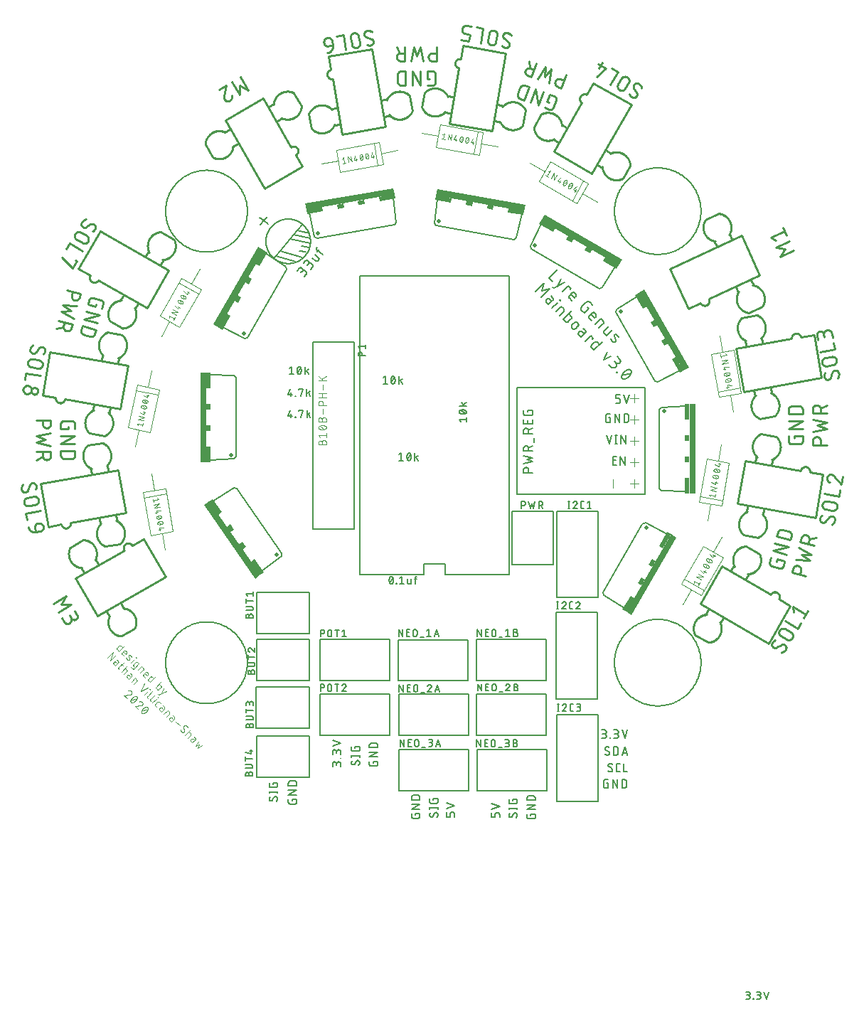
<source format=gbr>
G04 EAGLE Gerber RS-274X export*
G75*
%MOMM*%
%FSLAX34Y34*%
%LPD*%
%INSilkscreen Top*%
%IPPOS*%
%AMOC8*
5,1,8,0,0,1.08239X$1,22.5*%
G01*
%ADD10C,0.127000*%
%ADD11C,0.076200*%
%ADD12C,0.152400*%
%ADD13C,0.228600*%
%ADD14C,0.203200*%
%ADD15C,0.177800*%
%ADD16C,0.120000*%
%ADD17C,0.101600*%
%ADD18C,0.508000*%
%ADD19R,10.668000X0.762000*%
%ADD20R,1.905000X0.508000*%
%ADD21R,0.762000X0.508000*%
%ADD22R,0.762000X10.668000*%
%ADD23R,0.508000X1.905000*%
%ADD24R,0.508000X0.762000*%
%ADD25C,0.254000*%
%ADD26C,0.025000*%


D10*
X149178Y198794D02*
X139300Y188915D01*
X143690Y184525D01*
X143635Y177995D02*
X144732Y176898D01*
X157903Y183483D01*
X153513Y187873D02*
X149123Y179093D01*
X155373Y172842D02*
X161958Y179428D01*
X165251Y176135D01*
X164154Y175037D01*
X163415Y164800D02*
X166159Y162056D01*
X163416Y164800D02*
X163351Y164867D01*
X163289Y164938D01*
X163229Y165010D01*
X163173Y165085D01*
X163120Y165162D01*
X163070Y165242D01*
X163023Y165323D01*
X162979Y165406D01*
X162939Y165491D01*
X162902Y165577D01*
X162869Y165664D01*
X162839Y165753D01*
X162813Y165843D01*
X162791Y165935D01*
X162772Y166026D01*
X162757Y166119D01*
X162746Y166212D01*
X162738Y166305D01*
X162734Y166399D01*
X162734Y166493D01*
X162738Y166587D01*
X162746Y166680D01*
X162757Y166773D01*
X162772Y166866D01*
X162791Y166958D01*
X162813Y167049D01*
X162839Y167139D01*
X162869Y167228D01*
X162902Y167315D01*
X162939Y167401D01*
X162979Y167486D01*
X163023Y167569D01*
X163070Y167650D01*
X163120Y167730D01*
X163173Y167807D01*
X163229Y167882D01*
X163289Y167954D01*
X163351Y168025D01*
X163416Y168092D01*
X163415Y168093D02*
X166159Y170837D01*
X166239Y170914D01*
X166321Y170988D01*
X166406Y171059D01*
X166494Y171127D01*
X166584Y171192D01*
X166676Y171253D01*
X166770Y171311D01*
X166866Y171366D01*
X166965Y171418D01*
X167065Y171465D01*
X167166Y171510D01*
X167269Y171550D01*
X167374Y171587D01*
X167479Y171620D01*
X167586Y171650D01*
X167694Y171675D01*
X167803Y171697D01*
X167912Y171714D01*
X168022Y171728D01*
X168133Y171738D01*
X168243Y171744D01*
X168354Y171746D01*
X168465Y171744D01*
X168575Y171738D01*
X168686Y171728D01*
X168796Y171714D01*
X168905Y171697D01*
X169014Y171675D01*
X169122Y171650D01*
X169228Y171620D01*
X169334Y171587D01*
X169439Y171550D01*
X169542Y171510D01*
X169643Y171466D01*
X169743Y171418D01*
X169842Y171366D01*
X169938Y171311D01*
X170032Y171253D01*
X170124Y171192D01*
X170214Y171127D01*
X170302Y171059D01*
X170387Y170988D01*
X170469Y170914D01*
X170549Y170837D01*
X170626Y170757D01*
X170700Y170675D01*
X170771Y170590D01*
X170839Y170502D01*
X170904Y170412D01*
X170965Y170320D01*
X171023Y170226D01*
X171078Y170130D01*
X171130Y170031D01*
X171177Y169931D01*
X171222Y169830D01*
X171262Y169727D01*
X171299Y169622D01*
X171332Y169517D01*
X171362Y169410D01*
X171387Y169302D01*
X171409Y169193D01*
X171426Y169084D01*
X171440Y168974D01*
X171450Y168863D01*
X171456Y168753D01*
X171458Y168642D01*
X171456Y168531D01*
X171450Y168421D01*
X171440Y168310D01*
X171426Y168200D01*
X171409Y168091D01*
X171387Y167982D01*
X171362Y167874D01*
X171332Y167768D01*
X171299Y167662D01*
X171262Y167557D01*
X171222Y167454D01*
X171178Y167353D01*
X171130Y167253D01*
X171078Y167154D01*
X171023Y167058D01*
X170965Y166964D01*
X170904Y166872D01*
X170839Y166782D01*
X170771Y166694D01*
X170700Y166609D01*
X170626Y166527D01*
X170549Y166447D01*
X170549Y166446D02*
X169452Y165349D01*
X165062Y169739D01*
X185068Y154123D02*
X186715Y152476D01*
X181227Y146988D01*
X177934Y150281D01*
X177859Y150359D01*
X177786Y150440D01*
X177717Y150523D01*
X177650Y150608D01*
X177586Y150696D01*
X177526Y150785D01*
X177468Y150877D01*
X177414Y150971D01*
X177363Y151067D01*
X177316Y151164D01*
X177272Y151263D01*
X177231Y151364D01*
X177194Y151465D01*
X177161Y151568D01*
X177131Y151673D01*
X177105Y151778D01*
X177082Y151884D01*
X177063Y151990D01*
X177048Y152098D01*
X177037Y152205D01*
X177029Y152314D01*
X177025Y152422D01*
X177025Y152530D01*
X177029Y152638D01*
X177037Y152747D01*
X177048Y152854D01*
X177063Y152962D01*
X177082Y153068D01*
X177105Y153174D01*
X177131Y153279D01*
X177161Y153384D01*
X177194Y153487D01*
X177231Y153588D01*
X177272Y153689D01*
X177316Y153788D01*
X177363Y153885D01*
X177414Y153981D01*
X177468Y154075D01*
X177526Y154167D01*
X177586Y154256D01*
X177650Y154344D01*
X177717Y154429D01*
X177786Y154512D01*
X177859Y154593D01*
X177934Y154671D01*
X183422Y160159D01*
X183421Y160160D02*
X183501Y160237D01*
X183584Y160311D01*
X183669Y160382D01*
X183756Y160450D01*
X183846Y160515D01*
X183938Y160576D01*
X184033Y160634D01*
X184129Y160689D01*
X184227Y160741D01*
X184327Y160788D01*
X184429Y160833D01*
X184532Y160873D01*
X184636Y160910D01*
X184742Y160943D01*
X184849Y160973D01*
X184957Y160998D01*
X185066Y161020D01*
X185175Y161037D01*
X185285Y161051D01*
X185395Y161061D01*
X185506Y161067D01*
X185617Y161069D01*
X185728Y161067D01*
X185838Y161061D01*
X185949Y161051D01*
X186059Y161037D01*
X186168Y161020D01*
X186277Y160998D01*
X186385Y160973D01*
X186492Y160943D01*
X186598Y160910D01*
X186702Y160873D01*
X186805Y160833D01*
X186907Y160788D01*
X187007Y160741D01*
X187105Y160689D01*
X187201Y160634D01*
X187296Y160576D01*
X187388Y160515D01*
X187478Y160450D01*
X187565Y160382D01*
X187650Y160311D01*
X187733Y160237D01*
X187813Y160160D01*
X187812Y160159D02*
X191105Y156867D01*
X187291Y140924D02*
X190035Y138180D01*
X187291Y140925D02*
X187226Y140992D01*
X187164Y141063D01*
X187104Y141135D01*
X187048Y141210D01*
X186995Y141287D01*
X186945Y141367D01*
X186898Y141448D01*
X186854Y141531D01*
X186814Y141616D01*
X186777Y141702D01*
X186744Y141789D01*
X186714Y141878D01*
X186688Y141968D01*
X186666Y142060D01*
X186647Y142151D01*
X186632Y142244D01*
X186621Y142337D01*
X186613Y142430D01*
X186609Y142524D01*
X186609Y142618D01*
X186613Y142712D01*
X186621Y142805D01*
X186632Y142898D01*
X186647Y142991D01*
X186666Y143083D01*
X186688Y143174D01*
X186714Y143264D01*
X186744Y143353D01*
X186777Y143440D01*
X186814Y143526D01*
X186854Y143611D01*
X186898Y143694D01*
X186945Y143775D01*
X186995Y143855D01*
X187048Y143932D01*
X187104Y144007D01*
X187164Y144079D01*
X187226Y144150D01*
X187291Y144217D01*
X190035Y146961D01*
X190115Y147038D01*
X190197Y147112D01*
X190282Y147183D01*
X190370Y147251D01*
X190460Y147316D01*
X190552Y147377D01*
X190646Y147435D01*
X190742Y147490D01*
X190841Y147542D01*
X190941Y147589D01*
X191042Y147634D01*
X191145Y147674D01*
X191250Y147711D01*
X191355Y147744D01*
X191462Y147774D01*
X191570Y147799D01*
X191679Y147821D01*
X191788Y147838D01*
X191898Y147852D01*
X192009Y147862D01*
X192119Y147868D01*
X192230Y147870D01*
X192341Y147868D01*
X192451Y147862D01*
X192562Y147852D01*
X192672Y147838D01*
X192781Y147821D01*
X192890Y147799D01*
X192998Y147774D01*
X193104Y147744D01*
X193210Y147711D01*
X193315Y147674D01*
X193418Y147634D01*
X193519Y147590D01*
X193619Y147542D01*
X193718Y147490D01*
X193814Y147435D01*
X193908Y147377D01*
X194000Y147316D01*
X194090Y147251D01*
X194178Y147183D01*
X194263Y147112D01*
X194345Y147038D01*
X194425Y146961D01*
X194502Y146881D01*
X194576Y146799D01*
X194647Y146714D01*
X194715Y146626D01*
X194780Y146536D01*
X194841Y146444D01*
X194899Y146350D01*
X194954Y146254D01*
X195006Y146155D01*
X195053Y146055D01*
X195098Y145954D01*
X195138Y145851D01*
X195175Y145746D01*
X195208Y145641D01*
X195238Y145534D01*
X195263Y145426D01*
X195285Y145317D01*
X195302Y145208D01*
X195316Y145098D01*
X195326Y144987D01*
X195332Y144877D01*
X195334Y144766D01*
X195332Y144655D01*
X195326Y144545D01*
X195316Y144434D01*
X195302Y144324D01*
X195285Y144215D01*
X195263Y144106D01*
X195238Y143998D01*
X195208Y143892D01*
X195175Y143786D01*
X195138Y143681D01*
X195098Y143578D01*
X195054Y143477D01*
X195006Y143377D01*
X194954Y143278D01*
X194899Y143182D01*
X194841Y143088D01*
X194780Y142996D01*
X194715Y142906D01*
X194647Y142818D01*
X194576Y142733D01*
X194502Y142651D01*
X194425Y142571D01*
X193327Y141473D01*
X188937Y145864D01*
X200941Y140445D02*
X194356Y133859D01*
X200941Y140445D02*
X203685Y137701D01*
X203752Y137632D01*
X203815Y137560D01*
X203876Y137485D01*
X203934Y137408D01*
X203988Y137328D01*
X204039Y137247D01*
X204086Y137163D01*
X204130Y137077D01*
X204171Y136990D01*
X204208Y136901D01*
X204241Y136811D01*
X204270Y136719D01*
X204296Y136627D01*
X204317Y136533D01*
X204335Y136438D01*
X204349Y136343D01*
X204359Y136247D01*
X204365Y136151D01*
X204367Y136055D01*
X204365Y135959D01*
X204359Y135863D01*
X204349Y135767D01*
X204335Y135672D01*
X204317Y135577D01*
X204296Y135484D01*
X204270Y135391D01*
X204241Y135299D01*
X204208Y135209D01*
X204171Y135120D01*
X204130Y135033D01*
X204086Y134947D01*
X204039Y134863D01*
X203988Y134782D01*
X203934Y134702D01*
X203876Y134625D01*
X203816Y134550D01*
X203752Y134478D01*
X203685Y134409D01*
X203685Y134408D02*
X198746Y129469D01*
X205036Y126472D02*
X209975Y131411D01*
X205036Y126471D02*
X204969Y126402D01*
X204906Y126330D01*
X204845Y126255D01*
X204787Y126178D01*
X204733Y126098D01*
X204682Y126017D01*
X204635Y125933D01*
X204591Y125847D01*
X204550Y125760D01*
X204513Y125671D01*
X204480Y125581D01*
X204451Y125489D01*
X204425Y125396D01*
X204404Y125303D01*
X204386Y125208D01*
X204372Y125113D01*
X204362Y125017D01*
X204356Y124921D01*
X204354Y124825D01*
X204356Y124729D01*
X204362Y124633D01*
X204372Y124537D01*
X204386Y124442D01*
X204404Y124347D01*
X204425Y124254D01*
X204451Y124161D01*
X204480Y124069D01*
X204513Y123979D01*
X204550Y123890D01*
X204591Y123803D01*
X204635Y123717D01*
X204682Y123633D01*
X204733Y123552D01*
X204787Y123472D01*
X204845Y123395D01*
X204906Y123320D01*
X204969Y123248D01*
X205036Y123179D01*
X207780Y120435D01*
X214365Y127021D01*
X216765Y119132D02*
X218412Y115291D01*
X216766Y119132D02*
X216733Y119215D01*
X216703Y119298D01*
X216677Y119383D01*
X216655Y119469D01*
X216637Y119556D01*
X216623Y119643D01*
X216612Y119731D01*
X216606Y119819D01*
X216603Y119908D01*
X216604Y119997D01*
X216609Y120085D01*
X216618Y120173D01*
X216631Y120261D01*
X216648Y120348D01*
X216669Y120434D01*
X216693Y120520D01*
X216721Y120604D01*
X216753Y120686D01*
X216788Y120768D01*
X216827Y120847D01*
X216869Y120925D01*
X216915Y121001D01*
X216964Y121075D01*
X217016Y121146D01*
X217072Y121216D01*
X217130Y121282D01*
X217191Y121346D01*
X217255Y121408D01*
X217322Y121466D01*
X217391Y121522D01*
X217462Y121574D01*
X217536Y121623D01*
X217612Y121669D01*
X217690Y121712D01*
X217769Y121751D01*
X217850Y121786D01*
X217933Y121818D01*
X218017Y121846D01*
X218102Y121871D01*
X218189Y121891D01*
X218276Y121908D01*
X218363Y121921D01*
X218451Y121930D01*
X218540Y121936D01*
X218629Y121937D01*
X218717Y121934D01*
X218806Y121928D01*
X218894Y121918D01*
X218981Y121903D01*
X219068Y121885D01*
X219154Y121864D01*
X219239Y121838D01*
X219322Y121809D01*
X219404Y121776D01*
X219485Y121739D01*
X219564Y121699D01*
X219641Y121655D01*
X219717Y121609D01*
X219790Y121558D01*
X219861Y121505D01*
X219929Y121449D01*
X219995Y121389D01*
X220058Y121327D01*
X220058Y121328D02*
X220204Y121174D01*
X220346Y121017D01*
X220484Y120856D01*
X220618Y120692D01*
X220749Y120525D01*
X220875Y120355D01*
X220998Y120182D01*
X221116Y120006D01*
X221229Y119827D01*
X221339Y119646D01*
X221444Y119462D01*
X221544Y119275D01*
X221640Y119086D01*
X221732Y118895D01*
X221819Y118702D01*
X221901Y118507D01*
X221979Y118310D01*
X218411Y115291D02*
X218444Y115208D01*
X218474Y115125D01*
X218500Y115040D01*
X218522Y114954D01*
X218540Y114867D01*
X218554Y114780D01*
X218565Y114692D01*
X218571Y114604D01*
X218574Y114515D01*
X218573Y114426D01*
X218568Y114338D01*
X218559Y114250D01*
X218546Y114162D01*
X218529Y114075D01*
X218508Y113989D01*
X218484Y113904D01*
X218456Y113819D01*
X218424Y113737D01*
X218389Y113655D01*
X218350Y113576D01*
X218308Y113498D01*
X218262Y113422D01*
X218213Y113348D01*
X218161Y113277D01*
X218105Y113207D01*
X218047Y113141D01*
X217986Y113077D01*
X217922Y113015D01*
X217855Y112957D01*
X217786Y112901D01*
X217715Y112849D01*
X217641Y112800D01*
X217565Y112754D01*
X217487Y112711D01*
X217408Y112672D01*
X217327Y112637D01*
X217244Y112605D01*
X217160Y112577D01*
X217075Y112552D01*
X216988Y112532D01*
X216901Y112515D01*
X216814Y112502D01*
X216726Y112493D01*
X216637Y112487D01*
X216548Y112486D01*
X216460Y112489D01*
X216372Y112495D01*
X216283Y112505D01*
X216196Y112520D01*
X216109Y112538D01*
X216023Y112559D01*
X215938Y112585D01*
X215855Y112614D01*
X215773Y112647D01*
X215692Y112684D01*
X215613Y112724D01*
X215536Y112768D01*
X215460Y112814D01*
X215387Y112865D01*
X215317Y112918D01*
X215248Y112974D01*
X215182Y113034D01*
X215119Y113096D01*
X214905Y113322D01*
X214696Y113552D01*
X214493Y113788D01*
X214295Y114029D01*
X214103Y114274D01*
X213917Y114523D01*
X213736Y114777D01*
X213562Y115035D01*
X213394Y115297D01*
X213232Y115563D01*
X213077Y115833D01*
X212928Y116106D01*
X212785Y116383D01*
X212650Y116663D01*
X133014Y182629D02*
X123135Y172751D01*
X130819Y173849D02*
X133014Y182629D01*
X130819Y173849D02*
X139599Y176044D01*
X129721Y166165D01*
X139947Y163623D02*
X142416Y161153D01*
X139947Y163623D02*
X139872Y163694D01*
X139796Y163762D01*
X139717Y163828D01*
X139635Y163890D01*
X139551Y163950D01*
X139465Y164006D01*
X139377Y164058D01*
X139286Y164108D01*
X139194Y164154D01*
X139101Y164196D01*
X139006Y164235D01*
X138909Y164270D01*
X138811Y164302D01*
X138712Y164330D01*
X138612Y164354D01*
X138512Y164374D01*
X138410Y164391D01*
X138308Y164403D01*
X138206Y164412D01*
X138103Y164417D01*
X138000Y164418D01*
X137898Y164415D01*
X137795Y164408D01*
X137693Y164397D01*
X137591Y164383D01*
X137490Y164365D01*
X137389Y164342D01*
X137290Y164316D01*
X137192Y164287D01*
X137094Y164253D01*
X136999Y164216D01*
X136904Y164175D01*
X136811Y164131D01*
X136720Y164084D01*
X136631Y164032D01*
X136544Y163978D01*
X136459Y163920D01*
X136376Y163859D01*
X136296Y163795D01*
X136218Y163728D01*
X136142Y163659D01*
X136069Y163586D01*
X136000Y163510D01*
X135933Y163432D01*
X135869Y163352D01*
X135808Y163269D01*
X135750Y163184D01*
X135696Y163097D01*
X135644Y163008D01*
X135597Y162917D01*
X135553Y162824D01*
X135512Y162729D01*
X135475Y162634D01*
X135441Y162536D01*
X135412Y162438D01*
X135386Y162339D01*
X135363Y162238D01*
X135345Y162137D01*
X135331Y162035D01*
X135320Y161933D01*
X135313Y161830D01*
X135310Y161728D01*
X135311Y161625D01*
X135316Y161522D01*
X135325Y161420D01*
X135337Y161318D01*
X135354Y161216D01*
X135374Y161116D01*
X135398Y161016D01*
X135426Y160917D01*
X135458Y160819D01*
X135493Y160722D01*
X135532Y160627D01*
X135574Y160534D01*
X135620Y160442D01*
X135670Y160351D01*
X135722Y160263D01*
X135778Y160177D01*
X135838Y160093D01*
X135900Y160011D01*
X135966Y159932D01*
X136034Y159856D01*
X136105Y159781D01*
X138575Y157311D01*
X143514Y162251D01*
X143579Y162318D01*
X143641Y162389D01*
X143701Y162461D01*
X143757Y162536D01*
X143810Y162613D01*
X143860Y162693D01*
X143907Y162774D01*
X143951Y162857D01*
X143991Y162942D01*
X144028Y163028D01*
X144061Y163115D01*
X144091Y163204D01*
X144117Y163294D01*
X144139Y163386D01*
X144158Y163477D01*
X144173Y163570D01*
X144184Y163663D01*
X144192Y163756D01*
X144196Y163850D01*
X144196Y163944D01*
X144192Y164038D01*
X144184Y164131D01*
X144173Y164224D01*
X144158Y164317D01*
X144139Y164409D01*
X144117Y164500D01*
X144091Y164590D01*
X144061Y164679D01*
X144028Y164766D01*
X143991Y164852D01*
X143951Y164937D01*
X143907Y165020D01*
X143860Y165101D01*
X143810Y165181D01*
X143757Y165258D01*
X143701Y165333D01*
X143641Y165405D01*
X143579Y165476D01*
X143514Y165543D01*
X141319Y167739D01*
X149468Y159589D02*
X142883Y153003D01*
X151938Y162607D02*
X152487Y163156D01*
X153036Y162607D01*
X152487Y162058D01*
X151938Y162607D01*
X153726Y155331D02*
X147141Y148746D01*
X153726Y155331D02*
X156470Y152587D01*
X156537Y152518D01*
X156600Y152446D01*
X156661Y152371D01*
X156719Y152294D01*
X156773Y152214D01*
X156824Y152133D01*
X156871Y152049D01*
X156915Y151963D01*
X156956Y151876D01*
X156993Y151787D01*
X157026Y151697D01*
X157055Y151605D01*
X157081Y151513D01*
X157102Y151419D01*
X157120Y151324D01*
X157134Y151229D01*
X157144Y151133D01*
X157150Y151037D01*
X157152Y150941D01*
X157150Y150845D01*
X157144Y150749D01*
X157134Y150653D01*
X157120Y150558D01*
X157102Y150463D01*
X157081Y150370D01*
X157055Y150277D01*
X157026Y150185D01*
X156993Y150095D01*
X156956Y150006D01*
X156915Y149919D01*
X156871Y149833D01*
X156824Y149749D01*
X156773Y149668D01*
X156719Y149588D01*
X156661Y149511D01*
X156601Y149436D01*
X156537Y149364D01*
X156470Y149295D01*
X151531Y144355D01*
X156225Y139661D02*
X166103Y149540D01*
X156225Y139661D02*
X158969Y136917D01*
X158969Y136918D02*
X159038Y136851D01*
X159110Y136788D01*
X159185Y136727D01*
X159262Y136669D01*
X159342Y136615D01*
X159423Y136564D01*
X159507Y136517D01*
X159593Y136473D01*
X159680Y136432D01*
X159769Y136395D01*
X159859Y136362D01*
X159951Y136333D01*
X160043Y136307D01*
X160137Y136286D01*
X160232Y136268D01*
X160327Y136254D01*
X160423Y136244D01*
X160519Y136238D01*
X160615Y136236D01*
X160711Y136238D01*
X160807Y136244D01*
X160903Y136254D01*
X160998Y136268D01*
X161093Y136286D01*
X161186Y136307D01*
X161279Y136333D01*
X161371Y136362D01*
X161461Y136395D01*
X161550Y136432D01*
X161637Y136473D01*
X161723Y136517D01*
X161807Y136564D01*
X161888Y136615D01*
X161968Y136669D01*
X162045Y136727D01*
X162120Y136788D01*
X162192Y136851D01*
X162261Y136918D01*
X162262Y136917D02*
X165554Y140210D01*
X165554Y140211D02*
X165619Y140278D01*
X165681Y140349D01*
X165741Y140421D01*
X165797Y140496D01*
X165850Y140573D01*
X165900Y140653D01*
X165947Y140734D01*
X165991Y140817D01*
X166031Y140902D01*
X166068Y140988D01*
X166101Y141075D01*
X166131Y141164D01*
X166157Y141254D01*
X166179Y141346D01*
X166198Y141437D01*
X166213Y141530D01*
X166224Y141623D01*
X166232Y141716D01*
X166236Y141810D01*
X166236Y141904D01*
X166232Y141998D01*
X166224Y142091D01*
X166213Y142184D01*
X166198Y142277D01*
X166179Y142369D01*
X166157Y142460D01*
X166131Y142550D01*
X166101Y142639D01*
X166068Y142726D01*
X166031Y142812D01*
X165991Y142897D01*
X165947Y142980D01*
X165900Y143061D01*
X165850Y143141D01*
X165797Y143218D01*
X165741Y143293D01*
X165681Y143365D01*
X165619Y143436D01*
X165554Y143503D01*
X162810Y146247D01*
X168953Y135713D02*
X166758Y133518D01*
X168954Y135713D02*
X169034Y135790D01*
X169116Y135864D01*
X169201Y135935D01*
X169289Y136003D01*
X169379Y136068D01*
X169471Y136129D01*
X169565Y136187D01*
X169661Y136242D01*
X169760Y136294D01*
X169860Y136341D01*
X169961Y136386D01*
X170064Y136426D01*
X170169Y136463D01*
X170274Y136496D01*
X170381Y136526D01*
X170489Y136551D01*
X170598Y136573D01*
X170707Y136590D01*
X170817Y136604D01*
X170928Y136614D01*
X171038Y136620D01*
X171149Y136622D01*
X171260Y136620D01*
X171370Y136614D01*
X171481Y136604D01*
X171591Y136590D01*
X171700Y136573D01*
X171809Y136551D01*
X171917Y136526D01*
X172023Y136496D01*
X172129Y136463D01*
X172234Y136426D01*
X172337Y136386D01*
X172438Y136342D01*
X172538Y136294D01*
X172637Y136242D01*
X172733Y136187D01*
X172827Y136129D01*
X172919Y136068D01*
X173009Y136003D01*
X173097Y135935D01*
X173182Y135864D01*
X173264Y135790D01*
X173344Y135713D01*
X173421Y135633D01*
X173495Y135551D01*
X173566Y135466D01*
X173634Y135378D01*
X173699Y135288D01*
X173760Y135196D01*
X173818Y135102D01*
X173873Y135006D01*
X173925Y134907D01*
X173972Y134807D01*
X174017Y134706D01*
X174057Y134603D01*
X174094Y134498D01*
X174127Y134393D01*
X174157Y134286D01*
X174182Y134178D01*
X174204Y134069D01*
X174221Y133960D01*
X174235Y133850D01*
X174245Y133739D01*
X174251Y133629D01*
X174253Y133518D01*
X174251Y133407D01*
X174245Y133297D01*
X174235Y133186D01*
X174221Y133076D01*
X174204Y132967D01*
X174182Y132858D01*
X174157Y132750D01*
X174127Y132644D01*
X174094Y132538D01*
X174057Y132433D01*
X174017Y132330D01*
X173973Y132229D01*
X173925Y132129D01*
X173873Y132030D01*
X173818Y131934D01*
X173760Y131840D01*
X173699Y131748D01*
X173634Y131658D01*
X173566Y131570D01*
X173495Y131485D01*
X173421Y131403D01*
X173344Y131323D01*
X171149Y129128D01*
X171148Y129128D02*
X171069Y129052D01*
X170988Y128979D01*
X170904Y128908D01*
X170817Y128841D01*
X170728Y128777D01*
X170637Y128716D01*
X170544Y128658D01*
X170449Y128603D01*
X170352Y128552D01*
X170254Y128505D01*
X170154Y128461D01*
X170052Y128420D01*
X169949Y128383D01*
X169844Y128350D01*
X169739Y128320D01*
X169632Y128294D01*
X169525Y128272D01*
X169417Y128254D01*
X169308Y128239D01*
X169199Y128229D01*
X169090Y128222D01*
X168980Y128219D01*
X168871Y128220D01*
X168761Y128225D01*
X168652Y128234D01*
X168543Y128246D01*
X168435Y128263D01*
X168327Y128283D01*
X168220Y128307D01*
X168114Y128334D01*
X168009Y128366D01*
X167906Y128401D01*
X167803Y128440D01*
X167702Y128482D01*
X167603Y128528D01*
X167505Y128577D01*
X167409Y128630D01*
X167315Y128686D01*
X167223Y128746D01*
X167133Y128809D01*
X167045Y128874D01*
X166960Y128943D01*
X166877Y129015D01*
X166797Y129090D01*
X166720Y129167D01*
X166645Y129247D01*
X166573Y129330D01*
X166504Y129415D01*
X166439Y129503D01*
X166376Y129593D01*
X166316Y129685D01*
X166260Y129779D01*
X166207Y129875D01*
X166158Y129973D01*
X166112Y130072D01*
X166070Y130173D01*
X166031Y130276D01*
X165996Y130379D01*
X165964Y130484D01*
X165937Y130590D01*
X165913Y130697D01*
X165893Y130805D01*
X165876Y130913D01*
X165864Y131022D01*
X165855Y131131D01*
X165850Y131241D01*
X165849Y131350D01*
X165852Y131460D01*
X165859Y131569D01*
X165869Y131678D01*
X165884Y131787D01*
X165902Y131895D01*
X165924Y132002D01*
X165950Y132109D01*
X165980Y132214D01*
X166013Y132319D01*
X166050Y132422D01*
X166091Y132524D01*
X166135Y132624D01*
X166182Y132722D01*
X166233Y132819D01*
X166288Y132914D01*
X166346Y133007D01*
X166407Y133098D01*
X166471Y133187D01*
X166538Y133274D01*
X166609Y133358D01*
X166682Y133439D01*
X166758Y133518D01*
X178664Y124905D02*
X181133Y122436D01*
X178664Y124906D02*
X178589Y124977D01*
X178513Y125045D01*
X178434Y125111D01*
X178352Y125173D01*
X178268Y125233D01*
X178182Y125289D01*
X178094Y125341D01*
X178003Y125391D01*
X177911Y125437D01*
X177818Y125479D01*
X177723Y125518D01*
X177626Y125553D01*
X177528Y125585D01*
X177429Y125613D01*
X177329Y125637D01*
X177229Y125657D01*
X177127Y125674D01*
X177025Y125686D01*
X176923Y125695D01*
X176820Y125700D01*
X176717Y125701D01*
X176615Y125698D01*
X176512Y125691D01*
X176410Y125680D01*
X176308Y125666D01*
X176207Y125648D01*
X176106Y125625D01*
X176007Y125599D01*
X175909Y125570D01*
X175811Y125536D01*
X175716Y125499D01*
X175621Y125458D01*
X175528Y125414D01*
X175437Y125367D01*
X175348Y125315D01*
X175261Y125261D01*
X175176Y125203D01*
X175093Y125142D01*
X175013Y125078D01*
X174935Y125011D01*
X174859Y124942D01*
X174786Y124869D01*
X174717Y124793D01*
X174650Y124715D01*
X174586Y124635D01*
X174525Y124552D01*
X174467Y124467D01*
X174413Y124380D01*
X174361Y124291D01*
X174314Y124200D01*
X174270Y124107D01*
X174229Y124012D01*
X174192Y123917D01*
X174158Y123819D01*
X174129Y123721D01*
X174103Y123622D01*
X174080Y123521D01*
X174062Y123420D01*
X174048Y123318D01*
X174037Y123216D01*
X174030Y123113D01*
X174027Y123011D01*
X174028Y122908D01*
X174033Y122805D01*
X174042Y122703D01*
X174054Y122601D01*
X174071Y122499D01*
X174091Y122399D01*
X174115Y122299D01*
X174143Y122200D01*
X174175Y122102D01*
X174210Y122005D01*
X174249Y121910D01*
X174291Y121817D01*
X174337Y121725D01*
X174387Y121634D01*
X174439Y121546D01*
X174495Y121460D01*
X174555Y121376D01*
X174617Y121294D01*
X174683Y121215D01*
X174751Y121139D01*
X174822Y121064D01*
X177292Y118594D01*
X182231Y123533D01*
X182230Y123534D02*
X182295Y123601D01*
X182357Y123672D01*
X182417Y123744D01*
X182473Y123819D01*
X182526Y123896D01*
X182576Y123976D01*
X182623Y124057D01*
X182667Y124140D01*
X182707Y124225D01*
X182744Y124311D01*
X182777Y124398D01*
X182807Y124487D01*
X182833Y124577D01*
X182855Y124669D01*
X182874Y124760D01*
X182889Y124853D01*
X182900Y124946D01*
X182908Y125039D01*
X182912Y125133D01*
X182912Y125227D01*
X182908Y125321D01*
X182900Y125414D01*
X182889Y125507D01*
X182874Y125600D01*
X182855Y125692D01*
X182833Y125783D01*
X182807Y125873D01*
X182777Y125962D01*
X182744Y126049D01*
X182707Y126135D01*
X182667Y126220D01*
X182623Y126303D01*
X182576Y126384D01*
X182526Y126464D01*
X182473Y126541D01*
X182417Y126616D01*
X182357Y126688D01*
X182295Y126759D01*
X182230Y126826D01*
X182231Y126826D02*
X180036Y129021D01*
X188628Y120429D02*
X182043Y113843D01*
X188628Y120429D02*
X191921Y117136D01*
X190823Y116039D01*
X202657Y112986D02*
X192778Y103107D01*
X190034Y105851D01*
X190035Y105852D02*
X189970Y105919D01*
X189908Y105990D01*
X189848Y106062D01*
X189792Y106137D01*
X189739Y106214D01*
X189689Y106294D01*
X189642Y106375D01*
X189598Y106458D01*
X189558Y106543D01*
X189521Y106629D01*
X189488Y106716D01*
X189458Y106805D01*
X189432Y106895D01*
X189410Y106987D01*
X189391Y107078D01*
X189376Y107171D01*
X189365Y107264D01*
X189357Y107357D01*
X189353Y107451D01*
X189353Y107545D01*
X189357Y107639D01*
X189365Y107732D01*
X189376Y107825D01*
X189391Y107918D01*
X189410Y108010D01*
X189432Y108101D01*
X189458Y108191D01*
X189488Y108280D01*
X189521Y108367D01*
X189558Y108453D01*
X189598Y108538D01*
X189642Y108621D01*
X189689Y108702D01*
X189739Y108782D01*
X189792Y108859D01*
X189848Y108934D01*
X189908Y109006D01*
X189970Y109077D01*
X190035Y109144D01*
X190034Y109144D02*
X193327Y112437D01*
X193328Y112437D02*
X193395Y112502D01*
X193466Y112564D01*
X193538Y112624D01*
X193613Y112680D01*
X193690Y112733D01*
X193770Y112783D01*
X193851Y112830D01*
X193934Y112874D01*
X194019Y112914D01*
X194105Y112951D01*
X194192Y112984D01*
X194281Y113014D01*
X194371Y113040D01*
X194463Y113062D01*
X194554Y113081D01*
X194647Y113096D01*
X194740Y113107D01*
X194833Y113115D01*
X194927Y113119D01*
X195021Y113119D01*
X195115Y113115D01*
X195208Y113107D01*
X195301Y113096D01*
X195394Y113081D01*
X195486Y113062D01*
X195577Y113040D01*
X195667Y113014D01*
X195756Y112984D01*
X195843Y112951D01*
X195929Y112914D01*
X196014Y112874D01*
X196097Y112830D01*
X196178Y112783D01*
X196258Y112733D01*
X196335Y112680D01*
X196410Y112624D01*
X196482Y112564D01*
X196553Y112502D01*
X196620Y112437D01*
X199364Y109693D01*
X208575Y100482D02*
X204185Y91701D01*
X212965Y96092D01*
X210152Y85734D02*
X212896Y82990D01*
X212984Y82904D01*
X213075Y82821D01*
X213169Y82741D01*
X213265Y82664D01*
X213364Y82591D01*
X213465Y82520D01*
X213568Y82453D01*
X213673Y82388D01*
X213780Y82328D01*
X213889Y82270D01*
X214000Y82217D01*
X214112Y82166D01*
X214226Y82120D01*
X214342Y82077D01*
X214458Y82037D01*
X214576Y82002D01*
X214695Y81970D01*
X214815Y81942D01*
X214936Y81917D01*
X215057Y81897D01*
X215179Y81880D01*
X215302Y81868D01*
X215425Y81859D01*
X215548Y81854D01*
X215671Y81853D01*
X215794Y81856D01*
X215917Y81863D01*
X216040Y81874D01*
X216162Y81888D01*
X216284Y81907D01*
X216405Y81929D01*
X216525Y81955D01*
X216644Y81985D01*
X216763Y82019D01*
X216880Y82056D01*
X216996Y82098D01*
X217111Y82143D01*
X217224Y82191D01*
X217336Y82243D01*
X217446Y82299D01*
X217554Y82358D01*
X217660Y82420D01*
X217764Y82486D01*
X217866Y82555D01*
X217966Y82627D01*
X218063Y82702D01*
X218158Y82781D01*
X218251Y82862D01*
X218340Y82947D01*
X218427Y83034D01*
X218512Y83123D01*
X218593Y83216D01*
X218672Y83311D01*
X218747Y83408D01*
X218819Y83508D01*
X218888Y83610D01*
X218954Y83714D01*
X219016Y83820D01*
X219075Y83928D01*
X219131Y84038D01*
X219183Y84150D01*
X219231Y84263D01*
X219276Y84378D01*
X219318Y84494D01*
X219355Y84611D01*
X219389Y84730D01*
X219419Y84849D01*
X219445Y84969D01*
X219467Y85090D01*
X219486Y85212D01*
X219500Y85334D01*
X219511Y85457D01*
X219518Y85580D01*
X219521Y85703D01*
X219520Y85826D01*
X219515Y85949D01*
X219506Y86072D01*
X219494Y86195D01*
X219477Y86317D01*
X219457Y86438D01*
X219432Y86559D01*
X219404Y86679D01*
X219372Y86798D01*
X219337Y86916D01*
X219297Y87032D01*
X219254Y87148D01*
X219208Y87262D01*
X219157Y87374D01*
X219104Y87485D01*
X219046Y87594D01*
X218986Y87701D01*
X218921Y87806D01*
X218854Y87909D01*
X218783Y88010D01*
X218710Y88109D01*
X218633Y88205D01*
X218553Y88299D01*
X218470Y88390D01*
X218384Y88478D01*
X223323Y92319D02*
X220030Y95612D01*
X223323Y92319D02*
X223399Y92240D01*
X223472Y92159D01*
X223543Y92075D01*
X223610Y91988D01*
X223674Y91899D01*
X223735Y91808D01*
X223793Y91715D01*
X223848Y91620D01*
X223899Y91523D01*
X223946Y91425D01*
X223990Y91324D01*
X224031Y91223D01*
X224068Y91120D01*
X224101Y91015D01*
X224131Y90910D01*
X224157Y90803D01*
X224179Y90696D01*
X224197Y90588D01*
X224212Y90479D01*
X224222Y90370D01*
X224229Y90261D01*
X224232Y90151D01*
X224231Y90042D01*
X224226Y89932D01*
X224217Y89823D01*
X224205Y89714D01*
X224188Y89606D01*
X224168Y89498D01*
X224144Y89391D01*
X224117Y89285D01*
X224085Y89180D01*
X224050Y89077D01*
X224011Y88974D01*
X223969Y88873D01*
X223923Y88774D01*
X223874Y88676D01*
X223821Y88580D01*
X223765Y88486D01*
X223705Y88394D01*
X223642Y88304D01*
X223577Y88216D01*
X223508Y88131D01*
X223436Y88048D01*
X223361Y87968D01*
X223284Y87891D01*
X223204Y87816D01*
X223121Y87744D01*
X223036Y87675D01*
X222948Y87610D01*
X222858Y87547D01*
X222766Y87487D01*
X222672Y87431D01*
X222576Y87378D01*
X222478Y87329D01*
X222379Y87283D01*
X222278Y87241D01*
X222175Y87202D01*
X222072Y87167D01*
X221967Y87135D01*
X221861Y87108D01*
X221754Y87084D01*
X221646Y87064D01*
X221538Y87047D01*
X221429Y87035D01*
X221320Y87026D01*
X221210Y87021D01*
X221101Y87020D01*
X220991Y87023D01*
X220882Y87030D01*
X220773Y87040D01*
X220664Y87055D01*
X220556Y87073D01*
X220449Y87095D01*
X220342Y87121D01*
X220237Y87151D01*
X220132Y87184D01*
X220029Y87221D01*
X219927Y87262D01*
X219827Y87306D01*
X219729Y87353D01*
X219632Y87404D01*
X219537Y87459D01*
X219444Y87517D01*
X219353Y87578D01*
X219264Y87642D01*
X219177Y87709D01*
X219093Y87780D01*
X219012Y87853D01*
X218933Y87929D01*
X216737Y90124D01*
X219946Y77038D02*
X219397Y76489D01*
X219946Y77038D02*
X220494Y76489D01*
X219946Y75940D01*
X219397Y76489D01*
X228642Y77122D02*
X228838Y77314D01*
X229040Y77501D01*
X229245Y77684D01*
X229455Y77861D01*
X229669Y78034D01*
X229887Y78201D01*
X230109Y78363D01*
X230335Y78519D01*
X230565Y78671D01*
X230798Y78816D01*
X231034Y78956D01*
X231274Y79091D01*
X231517Y79219D01*
X231763Y79342D01*
X232011Y79459D01*
X232263Y79570D01*
X232517Y79675D01*
X232773Y79773D01*
X233032Y79866D01*
X233032Y79867D02*
X233127Y79911D01*
X233223Y79952D01*
X233321Y79989D01*
X233420Y80023D01*
X233521Y80053D01*
X233622Y80079D01*
X233724Y80102D01*
X233827Y80121D01*
X233931Y80136D01*
X234035Y80147D01*
X234140Y80155D01*
X234244Y80159D01*
X234349Y80158D01*
X234454Y80155D01*
X234558Y80147D01*
X234663Y80135D01*
X234766Y80120D01*
X234869Y80101D01*
X234971Y80078D01*
X235073Y80051D01*
X235173Y80021D01*
X235272Y79987D01*
X235370Y79950D01*
X235467Y79909D01*
X235561Y79864D01*
X235655Y79816D01*
X235746Y79765D01*
X235835Y79710D01*
X235923Y79653D01*
X236008Y79592D01*
X236091Y79527D01*
X236171Y79460D01*
X236249Y79391D01*
X236325Y79318D01*
X236398Y79242D01*
X236467Y79164D01*
X236534Y79084D01*
X236599Y79001D01*
X236660Y78916D01*
X236717Y78828D01*
X236772Y78739D01*
X236823Y78648D01*
X236871Y78554D01*
X236916Y78460D01*
X236957Y78363D01*
X236994Y78265D01*
X237028Y78166D01*
X237058Y78066D01*
X237085Y77964D01*
X237108Y77862D01*
X237127Y77759D01*
X237142Y77656D01*
X237154Y77551D01*
X237162Y77447D01*
X237165Y77342D01*
X237166Y77237D01*
X237162Y77133D01*
X237154Y77028D01*
X237143Y76924D01*
X237128Y76820D01*
X237109Y76717D01*
X237086Y76615D01*
X237060Y76514D01*
X237030Y76413D01*
X236996Y76314D01*
X236959Y76216D01*
X236918Y76120D01*
X236874Y76025D01*
X236873Y76025D02*
X236780Y75766D01*
X236682Y75510D01*
X236577Y75256D01*
X236466Y75004D01*
X236349Y74756D01*
X236226Y74510D01*
X236098Y74267D01*
X235963Y74027D01*
X235823Y73791D01*
X235678Y73558D01*
X235526Y73328D01*
X235370Y73102D01*
X235208Y72880D01*
X235041Y72662D01*
X234868Y72448D01*
X234691Y72238D01*
X234508Y72033D01*
X234321Y71831D01*
X234129Y71635D01*
X228641Y77122D02*
X228449Y76925D01*
X228262Y76724D01*
X228079Y76518D01*
X227902Y76309D01*
X227730Y76095D01*
X227562Y75876D01*
X227400Y75654D01*
X227244Y75429D01*
X227093Y75199D01*
X226947Y74966D01*
X226807Y74729D01*
X226672Y74490D01*
X226544Y74247D01*
X226421Y74001D01*
X226304Y73752D01*
X226193Y73501D01*
X226088Y73247D01*
X225990Y72990D01*
X225897Y72731D01*
X225853Y72636D01*
X225812Y72540D01*
X225775Y72442D01*
X225741Y72343D01*
X225711Y72242D01*
X225685Y72141D01*
X225662Y72039D01*
X225643Y71936D01*
X225628Y71832D01*
X225617Y71728D01*
X225609Y71623D01*
X225605Y71519D01*
X225606Y71414D01*
X225609Y71309D01*
X225617Y71205D01*
X225629Y71100D01*
X225644Y70997D01*
X225663Y70894D01*
X225686Y70792D01*
X225713Y70690D01*
X225743Y70590D01*
X225777Y70491D01*
X225814Y70393D01*
X225855Y70296D01*
X225900Y70202D01*
X225948Y70108D01*
X225999Y70017D01*
X226054Y69928D01*
X226111Y69840D01*
X226172Y69755D01*
X226237Y69672D01*
X226304Y69592D01*
X226373Y69514D01*
X226446Y69438D01*
X229739Y68890D02*
X229998Y68983D01*
X230255Y69081D01*
X230509Y69186D01*
X230760Y69297D01*
X231009Y69414D01*
X231255Y69537D01*
X231498Y69665D01*
X231737Y69800D01*
X231974Y69940D01*
X232207Y70086D01*
X232437Y70237D01*
X232662Y70393D01*
X232884Y70555D01*
X233103Y70723D01*
X233317Y70895D01*
X233526Y71072D01*
X233732Y71255D01*
X233933Y71442D01*
X234130Y71634D01*
X229739Y68889D02*
X229644Y68845D01*
X229548Y68804D01*
X229450Y68767D01*
X229351Y68733D01*
X229250Y68703D01*
X229149Y68677D01*
X229047Y68654D01*
X228944Y68635D01*
X228840Y68620D01*
X228736Y68609D01*
X228631Y68601D01*
X228527Y68597D01*
X228422Y68598D01*
X228317Y68601D01*
X228213Y68609D01*
X228108Y68621D01*
X228005Y68636D01*
X227902Y68655D01*
X227800Y68678D01*
X227698Y68705D01*
X227598Y68735D01*
X227499Y68769D01*
X227401Y68806D01*
X227304Y68847D01*
X227210Y68892D01*
X227116Y68940D01*
X227025Y68991D01*
X226936Y69046D01*
X226848Y69103D01*
X226763Y69164D01*
X226680Y69229D01*
X226600Y69296D01*
X226522Y69365D01*
X226446Y69438D01*
X226447Y73829D02*
X236325Y74927D01*
D11*
X-366498Y-248579D02*
X-373143Y-255224D01*
X-374989Y-253378D01*
X-375042Y-253323D01*
X-375093Y-253264D01*
X-375140Y-253204D01*
X-375184Y-253141D01*
X-375225Y-253076D01*
X-375263Y-253009D01*
X-375298Y-252941D01*
X-375329Y-252870D01*
X-375356Y-252799D01*
X-375381Y-252726D01*
X-375401Y-252652D01*
X-375418Y-252577D01*
X-375431Y-252501D01*
X-375440Y-252425D01*
X-375446Y-252348D01*
X-375448Y-252271D01*
X-375446Y-252194D01*
X-375440Y-252118D01*
X-375431Y-252041D01*
X-375418Y-251966D01*
X-375401Y-251891D01*
X-375381Y-251816D01*
X-375356Y-251743D01*
X-375329Y-251672D01*
X-375298Y-251601D01*
X-375263Y-251533D01*
X-375225Y-251466D01*
X-375184Y-251401D01*
X-375140Y-251338D01*
X-375093Y-251278D01*
X-375042Y-251219D01*
X-374989Y-251164D01*
X-374989Y-251163D02*
X-372774Y-248948D01*
X-372774Y-248949D02*
X-372719Y-248896D01*
X-372660Y-248845D01*
X-372600Y-248798D01*
X-372537Y-248754D01*
X-372472Y-248713D01*
X-372405Y-248675D01*
X-372337Y-248640D01*
X-372266Y-248609D01*
X-372195Y-248582D01*
X-372122Y-248557D01*
X-372048Y-248537D01*
X-371973Y-248520D01*
X-371897Y-248507D01*
X-371821Y-248498D01*
X-371744Y-248492D01*
X-371667Y-248490D01*
X-371590Y-248492D01*
X-371514Y-248498D01*
X-371437Y-248507D01*
X-371362Y-248520D01*
X-371287Y-248537D01*
X-371212Y-248557D01*
X-371139Y-248582D01*
X-371068Y-248609D01*
X-370997Y-248640D01*
X-370929Y-248675D01*
X-370862Y-248713D01*
X-370797Y-248754D01*
X-370734Y-248798D01*
X-370674Y-248845D01*
X-370615Y-248896D01*
X-370560Y-248949D01*
X-370559Y-248948D02*
X-368713Y-250794D01*
X-369138Y-259230D02*
X-367292Y-261076D01*
X-369137Y-259229D02*
X-369190Y-259174D01*
X-369241Y-259115D01*
X-369288Y-259055D01*
X-369332Y-258992D01*
X-369373Y-258927D01*
X-369411Y-258860D01*
X-369446Y-258792D01*
X-369477Y-258721D01*
X-369504Y-258650D01*
X-369529Y-258577D01*
X-369549Y-258503D01*
X-369566Y-258428D01*
X-369579Y-258352D01*
X-369588Y-258276D01*
X-369594Y-258199D01*
X-369596Y-258122D01*
X-369594Y-258045D01*
X-369588Y-257969D01*
X-369579Y-257892D01*
X-369566Y-257817D01*
X-369549Y-257742D01*
X-369529Y-257667D01*
X-369504Y-257594D01*
X-369477Y-257523D01*
X-369446Y-257452D01*
X-369411Y-257384D01*
X-369373Y-257317D01*
X-369332Y-257252D01*
X-369288Y-257189D01*
X-369241Y-257129D01*
X-369190Y-257070D01*
X-369137Y-257015D01*
X-369138Y-257015D02*
X-367292Y-255169D01*
X-367291Y-255169D02*
X-367226Y-255106D01*
X-367157Y-255045D01*
X-367086Y-254988D01*
X-367013Y-254935D01*
X-366937Y-254884D01*
X-366859Y-254837D01*
X-366779Y-254793D01*
X-366697Y-254753D01*
X-366614Y-254716D01*
X-366529Y-254683D01*
X-366443Y-254654D01*
X-366355Y-254628D01*
X-366267Y-254606D01*
X-366178Y-254589D01*
X-366088Y-254575D01*
X-365997Y-254565D01*
X-365906Y-254559D01*
X-365815Y-254557D01*
X-365724Y-254559D01*
X-365633Y-254565D01*
X-365542Y-254575D01*
X-365452Y-254589D01*
X-365363Y-254606D01*
X-365275Y-254628D01*
X-365187Y-254654D01*
X-365101Y-254683D01*
X-365016Y-254716D01*
X-364933Y-254753D01*
X-364851Y-254793D01*
X-364771Y-254837D01*
X-364693Y-254884D01*
X-364617Y-254935D01*
X-364544Y-254988D01*
X-364473Y-255045D01*
X-364404Y-255106D01*
X-364339Y-255169D01*
X-364276Y-255234D01*
X-364215Y-255303D01*
X-364158Y-255374D01*
X-364105Y-255447D01*
X-364054Y-255523D01*
X-364007Y-255601D01*
X-363963Y-255681D01*
X-363923Y-255763D01*
X-363886Y-255846D01*
X-363853Y-255931D01*
X-363824Y-256017D01*
X-363798Y-256105D01*
X-363776Y-256193D01*
X-363759Y-256282D01*
X-363745Y-256372D01*
X-363735Y-256463D01*
X-363729Y-256554D01*
X-363727Y-256645D01*
X-363729Y-256736D01*
X-363735Y-256827D01*
X-363745Y-256918D01*
X-363759Y-257008D01*
X-363776Y-257097D01*
X-363798Y-257185D01*
X-363824Y-257273D01*
X-363853Y-257359D01*
X-363886Y-257444D01*
X-363923Y-257527D01*
X-363963Y-257609D01*
X-364007Y-257689D01*
X-364054Y-257767D01*
X-364105Y-257843D01*
X-364158Y-257916D01*
X-364215Y-257987D01*
X-364276Y-258056D01*
X-364339Y-258121D01*
X-364338Y-258122D02*
X-365077Y-258860D01*
X-368030Y-255907D01*
X-361504Y-261695D02*
X-360396Y-264279D01*
X-361504Y-261695D02*
X-361530Y-261628D01*
X-361553Y-261560D01*
X-361573Y-261490D01*
X-361588Y-261420D01*
X-361600Y-261348D01*
X-361608Y-261276D01*
X-361612Y-261204D01*
X-361613Y-261132D01*
X-361609Y-261060D01*
X-361602Y-260988D01*
X-361591Y-260917D01*
X-361576Y-260846D01*
X-361557Y-260776D01*
X-361534Y-260708D01*
X-361508Y-260640D01*
X-361479Y-260574D01*
X-361446Y-260510D01*
X-361409Y-260448D01*
X-361369Y-260387D01*
X-361327Y-260329D01*
X-361281Y-260273D01*
X-361232Y-260220D01*
X-361180Y-260170D01*
X-361126Y-260122D01*
X-361069Y-260077D01*
X-361010Y-260035D01*
X-360949Y-259997D01*
X-360886Y-259962D01*
X-360821Y-259930D01*
X-360754Y-259902D01*
X-360686Y-259877D01*
X-360617Y-259856D01*
X-360547Y-259839D01*
X-360476Y-259826D01*
X-360404Y-259816D01*
X-360332Y-259810D01*
X-360260Y-259808D01*
X-360188Y-259810D01*
X-360116Y-259816D01*
X-360044Y-259825D01*
X-359973Y-259838D01*
X-359903Y-259856D01*
X-359834Y-259876D01*
X-359766Y-259901D01*
X-359699Y-259929D01*
X-359634Y-259961D01*
X-359571Y-259996D01*
X-359510Y-260034D01*
X-359451Y-260076D01*
X-359394Y-260120D01*
X-359340Y-260168D01*
X-359288Y-260218D01*
X-359184Y-260328D01*
X-359083Y-260440D01*
X-358984Y-260556D01*
X-358889Y-260673D01*
X-358796Y-260793D01*
X-358707Y-260916D01*
X-358621Y-261040D01*
X-358538Y-261167D01*
X-358458Y-261296D01*
X-358382Y-261427D01*
X-358309Y-261559D01*
X-358239Y-261694D01*
X-358173Y-261830D01*
X-358111Y-261968D01*
X-358051Y-262108D01*
X-357996Y-262248D01*
X-360395Y-264280D02*
X-360369Y-264347D01*
X-360346Y-264415D01*
X-360326Y-264485D01*
X-360311Y-264555D01*
X-360299Y-264627D01*
X-360291Y-264698D01*
X-360287Y-264771D01*
X-360286Y-264843D01*
X-360290Y-264915D01*
X-360297Y-264987D01*
X-360308Y-265058D01*
X-360323Y-265129D01*
X-360342Y-265199D01*
X-360365Y-265267D01*
X-360391Y-265335D01*
X-360420Y-265401D01*
X-360453Y-265465D01*
X-360490Y-265527D01*
X-360530Y-265588D01*
X-360572Y-265646D01*
X-360618Y-265702D01*
X-360667Y-265755D01*
X-360719Y-265805D01*
X-360773Y-265853D01*
X-360830Y-265898D01*
X-360889Y-265940D01*
X-360950Y-265978D01*
X-361013Y-266013D01*
X-361078Y-266045D01*
X-361145Y-266073D01*
X-361213Y-266098D01*
X-361282Y-266119D01*
X-361352Y-266136D01*
X-361423Y-266149D01*
X-361495Y-266159D01*
X-361567Y-266165D01*
X-361639Y-266167D01*
X-361711Y-266165D01*
X-361783Y-266159D01*
X-361855Y-266150D01*
X-361926Y-266137D01*
X-361996Y-266119D01*
X-362065Y-266099D01*
X-362133Y-266074D01*
X-362200Y-266046D01*
X-362265Y-266014D01*
X-362328Y-265979D01*
X-362389Y-265941D01*
X-362448Y-265899D01*
X-362505Y-265855D01*
X-362559Y-265807D01*
X-362611Y-265757D01*
X-362611Y-265756D02*
X-362755Y-265604D01*
X-362896Y-265449D01*
X-363033Y-265291D01*
X-363166Y-265129D01*
X-363295Y-264964D01*
X-363420Y-264796D01*
X-363542Y-264625D01*
X-363659Y-264452D01*
X-363772Y-264275D01*
X-363881Y-264097D01*
X-363985Y-263915D01*
X-364085Y-263731D01*
X-364181Y-263545D01*
X-364273Y-263357D01*
X-359070Y-269297D02*
X-354640Y-264867D01*
X-352978Y-262837D02*
X-352609Y-262467D01*
X-352240Y-262837D01*
X-352609Y-263206D01*
X-352978Y-262837D01*
X-355376Y-272991D02*
X-353530Y-274837D01*
X-355376Y-272990D02*
X-355429Y-272935D01*
X-355480Y-272876D01*
X-355527Y-272816D01*
X-355571Y-272753D01*
X-355612Y-272688D01*
X-355650Y-272621D01*
X-355685Y-272553D01*
X-355716Y-272482D01*
X-355743Y-272411D01*
X-355768Y-272338D01*
X-355788Y-272264D01*
X-355805Y-272189D01*
X-355818Y-272113D01*
X-355827Y-272037D01*
X-355833Y-271960D01*
X-355835Y-271883D01*
X-355833Y-271806D01*
X-355827Y-271730D01*
X-355818Y-271653D01*
X-355805Y-271578D01*
X-355788Y-271503D01*
X-355768Y-271428D01*
X-355743Y-271355D01*
X-355716Y-271284D01*
X-355685Y-271213D01*
X-355650Y-271145D01*
X-355612Y-271078D01*
X-355571Y-271013D01*
X-355527Y-270950D01*
X-355480Y-270890D01*
X-355429Y-270831D01*
X-355376Y-270776D01*
X-353161Y-268561D01*
X-353106Y-268508D01*
X-353047Y-268457D01*
X-352987Y-268410D01*
X-352924Y-268366D01*
X-352859Y-268325D01*
X-352792Y-268287D01*
X-352724Y-268252D01*
X-352653Y-268221D01*
X-352582Y-268194D01*
X-352509Y-268169D01*
X-352435Y-268149D01*
X-352360Y-268132D01*
X-352284Y-268119D01*
X-352208Y-268110D01*
X-352131Y-268104D01*
X-352054Y-268102D01*
X-351977Y-268104D01*
X-351901Y-268110D01*
X-351824Y-268119D01*
X-351749Y-268132D01*
X-351674Y-268149D01*
X-351599Y-268169D01*
X-351526Y-268194D01*
X-351455Y-268221D01*
X-351384Y-268252D01*
X-351316Y-268287D01*
X-351249Y-268325D01*
X-351184Y-268366D01*
X-351121Y-268410D01*
X-351061Y-268457D01*
X-351002Y-268508D01*
X-350947Y-268561D01*
X-350946Y-268561D02*
X-349100Y-270407D01*
X-354638Y-275944D01*
X-354693Y-275997D01*
X-354752Y-276048D01*
X-354812Y-276095D01*
X-354875Y-276139D01*
X-354940Y-276180D01*
X-355007Y-276218D01*
X-355075Y-276253D01*
X-355146Y-276284D01*
X-355217Y-276311D01*
X-355290Y-276336D01*
X-355365Y-276356D01*
X-355439Y-276373D01*
X-355515Y-276386D01*
X-355592Y-276395D01*
X-355668Y-276401D01*
X-355745Y-276403D01*
X-355822Y-276401D01*
X-355899Y-276395D01*
X-355975Y-276386D01*
X-356051Y-276373D01*
X-356126Y-276356D01*
X-356200Y-276336D01*
X-356273Y-276311D01*
X-356344Y-276284D01*
X-356415Y-276253D01*
X-356483Y-276218D01*
X-356550Y-276180D01*
X-356615Y-276139D01*
X-356678Y-276095D01*
X-356738Y-276048D01*
X-356797Y-275997D01*
X-356852Y-275944D01*
X-356853Y-275944D02*
X-358330Y-274468D01*
X-350417Y-277950D02*
X-345987Y-273520D01*
X-344141Y-275366D01*
X-344141Y-275367D02*
X-344088Y-275422D01*
X-344037Y-275481D01*
X-343990Y-275541D01*
X-343946Y-275604D01*
X-343905Y-275669D01*
X-343867Y-275736D01*
X-343832Y-275804D01*
X-343801Y-275875D01*
X-343774Y-275946D01*
X-343749Y-276019D01*
X-343729Y-276093D01*
X-343712Y-276168D01*
X-343699Y-276244D01*
X-343690Y-276320D01*
X-343684Y-276397D01*
X-343682Y-276474D01*
X-343684Y-276551D01*
X-343690Y-276627D01*
X-343699Y-276704D01*
X-343712Y-276779D01*
X-343729Y-276854D01*
X-343749Y-276929D01*
X-343774Y-277002D01*
X-343801Y-277073D01*
X-343832Y-277144D01*
X-343867Y-277212D01*
X-343905Y-277279D01*
X-343946Y-277344D01*
X-343990Y-277407D01*
X-344037Y-277467D01*
X-344088Y-277526D01*
X-344141Y-277581D01*
X-347463Y-280904D01*
X-343490Y-284877D02*
X-341644Y-286723D01*
X-343490Y-284876D02*
X-343543Y-284821D01*
X-343594Y-284762D01*
X-343641Y-284702D01*
X-343685Y-284639D01*
X-343726Y-284574D01*
X-343764Y-284507D01*
X-343799Y-284439D01*
X-343830Y-284368D01*
X-343857Y-284297D01*
X-343882Y-284224D01*
X-343902Y-284150D01*
X-343919Y-284075D01*
X-343932Y-283999D01*
X-343941Y-283923D01*
X-343947Y-283846D01*
X-343949Y-283769D01*
X-343947Y-283692D01*
X-343941Y-283616D01*
X-343932Y-283539D01*
X-343919Y-283464D01*
X-343902Y-283389D01*
X-343882Y-283314D01*
X-343857Y-283241D01*
X-343830Y-283170D01*
X-343799Y-283099D01*
X-343764Y-283031D01*
X-343726Y-282964D01*
X-343685Y-282899D01*
X-343641Y-282836D01*
X-343594Y-282776D01*
X-343543Y-282717D01*
X-343490Y-282662D01*
X-341644Y-280816D01*
X-341643Y-280817D02*
X-341578Y-280754D01*
X-341509Y-280693D01*
X-341438Y-280636D01*
X-341365Y-280583D01*
X-341289Y-280532D01*
X-341211Y-280485D01*
X-341131Y-280441D01*
X-341049Y-280401D01*
X-340966Y-280364D01*
X-340881Y-280331D01*
X-340795Y-280302D01*
X-340707Y-280276D01*
X-340619Y-280254D01*
X-340530Y-280237D01*
X-340440Y-280223D01*
X-340349Y-280213D01*
X-340258Y-280207D01*
X-340167Y-280205D01*
X-340076Y-280207D01*
X-339985Y-280213D01*
X-339894Y-280223D01*
X-339804Y-280237D01*
X-339715Y-280254D01*
X-339627Y-280276D01*
X-339539Y-280302D01*
X-339453Y-280331D01*
X-339368Y-280364D01*
X-339285Y-280401D01*
X-339203Y-280441D01*
X-339123Y-280485D01*
X-339045Y-280532D01*
X-338969Y-280583D01*
X-338896Y-280636D01*
X-338825Y-280693D01*
X-338756Y-280754D01*
X-338691Y-280817D01*
X-338628Y-280882D01*
X-338567Y-280951D01*
X-338510Y-281022D01*
X-338457Y-281095D01*
X-338406Y-281171D01*
X-338359Y-281249D01*
X-338315Y-281329D01*
X-338275Y-281411D01*
X-338238Y-281494D01*
X-338205Y-281579D01*
X-338176Y-281665D01*
X-338150Y-281753D01*
X-338128Y-281841D01*
X-338111Y-281930D01*
X-338097Y-282020D01*
X-338087Y-282111D01*
X-338081Y-282202D01*
X-338079Y-282293D01*
X-338081Y-282384D01*
X-338087Y-282475D01*
X-338097Y-282566D01*
X-338111Y-282656D01*
X-338128Y-282745D01*
X-338150Y-282833D01*
X-338176Y-282921D01*
X-338205Y-283007D01*
X-338238Y-283092D01*
X-338275Y-283175D01*
X-338315Y-283257D01*
X-338359Y-283337D01*
X-338406Y-283415D01*
X-338457Y-283491D01*
X-338510Y-283564D01*
X-338567Y-283635D01*
X-338628Y-283704D01*
X-338691Y-283769D01*
X-339429Y-284508D01*
X-342383Y-281554D01*
X-336073Y-292294D02*
X-329427Y-285649D01*
X-336073Y-292294D02*
X-337919Y-290448D01*
X-337918Y-290448D02*
X-337971Y-290393D01*
X-338022Y-290334D01*
X-338069Y-290274D01*
X-338113Y-290211D01*
X-338154Y-290146D01*
X-338192Y-290079D01*
X-338227Y-290011D01*
X-338258Y-289940D01*
X-338285Y-289869D01*
X-338310Y-289796D01*
X-338330Y-289722D01*
X-338347Y-289647D01*
X-338360Y-289571D01*
X-338369Y-289495D01*
X-338375Y-289418D01*
X-338377Y-289341D01*
X-338375Y-289264D01*
X-338369Y-289188D01*
X-338360Y-289111D01*
X-338347Y-289036D01*
X-338330Y-288961D01*
X-338310Y-288886D01*
X-338285Y-288813D01*
X-338258Y-288742D01*
X-338227Y-288671D01*
X-338192Y-288603D01*
X-338154Y-288536D01*
X-338113Y-288471D01*
X-338069Y-288408D01*
X-338022Y-288348D01*
X-337971Y-288289D01*
X-337918Y-288234D01*
X-337919Y-288233D02*
X-335704Y-286018D01*
X-335703Y-286019D02*
X-335648Y-285966D01*
X-335589Y-285915D01*
X-335529Y-285868D01*
X-335466Y-285824D01*
X-335401Y-285783D01*
X-335334Y-285745D01*
X-335266Y-285710D01*
X-335195Y-285679D01*
X-335124Y-285652D01*
X-335051Y-285627D01*
X-334977Y-285607D01*
X-334902Y-285590D01*
X-334826Y-285577D01*
X-334750Y-285568D01*
X-334673Y-285562D01*
X-334596Y-285560D01*
X-334519Y-285562D01*
X-334443Y-285568D01*
X-334366Y-285577D01*
X-334291Y-285590D01*
X-334216Y-285607D01*
X-334141Y-285627D01*
X-334068Y-285652D01*
X-333997Y-285679D01*
X-333926Y-285710D01*
X-333858Y-285745D01*
X-333791Y-285783D01*
X-333726Y-285824D01*
X-333663Y-285868D01*
X-333603Y-285915D01*
X-333544Y-285966D01*
X-333489Y-286019D01*
X-333488Y-286018D02*
X-331643Y-287864D01*
X-322833Y-292243D02*
X-329479Y-298888D01*
X-327633Y-300734D01*
X-327632Y-300734D02*
X-327577Y-300787D01*
X-327518Y-300838D01*
X-327458Y-300885D01*
X-327395Y-300929D01*
X-327330Y-300970D01*
X-327263Y-301008D01*
X-327195Y-301043D01*
X-327124Y-301074D01*
X-327053Y-301101D01*
X-326980Y-301126D01*
X-326906Y-301146D01*
X-326831Y-301163D01*
X-326755Y-301176D01*
X-326679Y-301185D01*
X-326602Y-301191D01*
X-326525Y-301193D01*
X-326448Y-301191D01*
X-326372Y-301185D01*
X-326295Y-301176D01*
X-326220Y-301163D01*
X-326145Y-301146D01*
X-326070Y-301126D01*
X-325997Y-301101D01*
X-325926Y-301074D01*
X-325855Y-301043D01*
X-325787Y-301008D01*
X-325720Y-300970D01*
X-325655Y-300929D01*
X-325592Y-300885D01*
X-325532Y-300838D01*
X-325473Y-300787D01*
X-325418Y-300734D01*
X-323202Y-298519D01*
X-323203Y-298519D02*
X-323150Y-298464D01*
X-323099Y-298405D01*
X-323052Y-298345D01*
X-323008Y-298282D01*
X-322967Y-298217D01*
X-322929Y-298150D01*
X-322894Y-298082D01*
X-322863Y-298011D01*
X-322836Y-297940D01*
X-322811Y-297867D01*
X-322791Y-297792D01*
X-322774Y-297718D01*
X-322761Y-297642D01*
X-322752Y-297565D01*
X-322746Y-297489D01*
X-322744Y-297412D01*
X-322746Y-297335D01*
X-322752Y-297258D01*
X-322761Y-297182D01*
X-322774Y-297106D01*
X-322791Y-297031D01*
X-322811Y-296957D01*
X-322836Y-296884D01*
X-322863Y-296813D01*
X-322894Y-296742D01*
X-322929Y-296674D01*
X-322967Y-296607D01*
X-323008Y-296542D01*
X-323052Y-296479D01*
X-323099Y-296419D01*
X-323150Y-296360D01*
X-323203Y-296305D01*
X-323202Y-296304D02*
X-325048Y-294458D01*
X-326338Y-306459D02*
X-325599Y-307198D01*
X-316739Y-302767D01*
X-319692Y-299814D02*
X-322646Y-305721D01*
X-380228Y-256402D02*
X-386873Y-263047D01*
X-383181Y-266739D02*
X-380228Y-256402D01*
X-376536Y-260093D02*
X-383181Y-266739D01*
X-376409Y-268342D02*
X-374748Y-270003D01*
X-376410Y-268342D02*
X-376471Y-268284D01*
X-376535Y-268228D01*
X-376601Y-268176D01*
X-376669Y-268127D01*
X-376740Y-268081D01*
X-376813Y-268038D01*
X-376888Y-267999D01*
X-376964Y-267963D01*
X-377042Y-267930D01*
X-377121Y-267902D01*
X-377202Y-267877D01*
X-377284Y-267856D01*
X-377366Y-267838D01*
X-377450Y-267825D01*
X-377533Y-267815D01*
X-377618Y-267809D01*
X-377702Y-267807D01*
X-377786Y-267809D01*
X-377871Y-267815D01*
X-377954Y-267825D01*
X-378038Y-267838D01*
X-378120Y-267856D01*
X-378202Y-267877D01*
X-378283Y-267902D01*
X-378362Y-267930D01*
X-378440Y-267963D01*
X-378516Y-267999D01*
X-378591Y-268038D01*
X-378664Y-268081D01*
X-378734Y-268127D01*
X-378803Y-268176D01*
X-378869Y-268228D01*
X-378933Y-268284D01*
X-378994Y-268342D01*
X-379052Y-268403D01*
X-379108Y-268467D01*
X-379160Y-268533D01*
X-379209Y-268601D01*
X-379255Y-268672D01*
X-379298Y-268745D01*
X-379337Y-268820D01*
X-379373Y-268896D01*
X-379406Y-268974D01*
X-379434Y-269053D01*
X-379459Y-269134D01*
X-379480Y-269216D01*
X-379498Y-269298D01*
X-379511Y-269382D01*
X-379521Y-269465D01*
X-379527Y-269550D01*
X-379529Y-269634D01*
X-379527Y-269718D01*
X-379521Y-269803D01*
X-379511Y-269886D01*
X-379498Y-269970D01*
X-379480Y-270052D01*
X-379459Y-270134D01*
X-379434Y-270215D01*
X-379406Y-270294D01*
X-379373Y-270372D01*
X-379337Y-270448D01*
X-379298Y-270523D01*
X-379255Y-270596D01*
X-379209Y-270666D01*
X-379160Y-270735D01*
X-379108Y-270801D01*
X-379052Y-270865D01*
X-378994Y-270926D01*
X-377332Y-272588D01*
X-374010Y-269265D01*
X-374010Y-269264D02*
X-373957Y-269209D01*
X-373906Y-269150D01*
X-373859Y-269090D01*
X-373815Y-269027D01*
X-373774Y-268962D01*
X-373736Y-268895D01*
X-373701Y-268827D01*
X-373670Y-268756D01*
X-373643Y-268685D01*
X-373618Y-268612D01*
X-373598Y-268538D01*
X-373581Y-268463D01*
X-373568Y-268387D01*
X-373559Y-268310D01*
X-373553Y-268234D01*
X-373551Y-268157D01*
X-373553Y-268080D01*
X-373559Y-268003D01*
X-373568Y-267927D01*
X-373581Y-267851D01*
X-373598Y-267776D01*
X-373618Y-267702D01*
X-373643Y-267629D01*
X-373670Y-267558D01*
X-373701Y-267487D01*
X-373736Y-267419D01*
X-373774Y-267352D01*
X-373815Y-267287D01*
X-373859Y-267224D01*
X-373906Y-267164D01*
X-373957Y-267105D01*
X-374010Y-267050D01*
X-375486Y-265573D01*
X-370548Y-270512D02*
X-368333Y-272727D01*
X-367594Y-269035D02*
X-373132Y-274573D01*
X-373185Y-274628D01*
X-373236Y-274687D01*
X-373283Y-274747D01*
X-373327Y-274810D01*
X-373368Y-274875D01*
X-373406Y-274942D01*
X-373441Y-275010D01*
X-373472Y-275081D01*
X-373499Y-275152D01*
X-373524Y-275225D01*
X-373544Y-275300D01*
X-373561Y-275374D01*
X-373574Y-275450D01*
X-373583Y-275527D01*
X-373589Y-275603D01*
X-373591Y-275680D01*
X-373589Y-275757D01*
X-373583Y-275834D01*
X-373574Y-275910D01*
X-373561Y-275986D01*
X-373544Y-276061D01*
X-373524Y-276135D01*
X-373499Y-276208D01*
X-373472Y-276279D01*
X-373441Y-276350D01*
X-373406Y-276418D01*
X-373368Y-276485D01*
X-373327Y-276550D01*
X-373283Y-276613D01*
X-373236Y-276673D01*
X-373185Y-276732D01*
X-373132Y-276787D01*
X-373132Y-276788D02*
X-372763Y-277157D01*
X-370124Y-279796D02*
X-363479Y-273151D01*
X-365694Y-275366D02*
X-363848Y-277212D01*
X-363795Y-277267D01*
X-363744Y-277326D01*
X-363697Y-277386D01*
X-363653Y-277449D01*
X-363612Y-277514D01*
X-363574Y-277581D01*
X-363539Y-277649D01*
X-363508Y-277720D01*
X-363481Y-277791D01*
X-363456Y-277864D01*
X-363436Y-277938D01*
X-363419Y-278013D01*
X-363406Y-278089D01*
X-363397Y-278165D01*
X-363391Y-278242D01*
X-363389Y-278319D01*
X-363391Y-278396D01*
X-363397Y-278472D01*
X-363406Y-278549D01*
X-363419Y-278624D01*
X-363436Y-278699D01*
X-363456Y-278774D01*
X-363481Y-278847D01*
X-363508Y-278918D01*
X-363539Y-278989D01*
X-363574Y-279057D01*
X-363612Y-279124D01*
X-363653Y-279189D01*
X-363697Y-279252D01*
X-363744Y-279312D01*
X-363795Y-279371D01*
X-363848Y-279426D01*
X-363848Y-279427D02*
X-367170Y-282749D01*
X-360461Y-284291D02*
X-358799Y-285952D01*
X-360461Y-284291D02*
X-360522Y-284233D01*
X-360586Y-284177D01*
X-360652Y-284125D01*
X-360720Y-284076D01*
X-360791Y-284030D01*
X-360864Y-283987D01*
X-360939Y-283948D01*
X-361015Y-283912D01*
X-361093Y-283879D01*
X-361172Y-283851D01*
X-361253Y-283826D01*
X-361335Y-283805D01*
X-361417Y-283787D01*
X-361501Y-283774D01*
X-361584Y-283764D01*
X-361669Y-283758D01*
X-361753Y-283756D01*
X-361837Y-283758D01*
X-361922Y-283764D01*
X-362005Y-283774D01*
X-362089Y-283787D01*
X-362171Y-283805D01*
X-362253Y-283826D01*
X-362334Y-283851D01*
X-362413Y-283879D01*
X-362491Y-283912D01*
X-362567Y-283948D01*
X-362642Y-283987D01*
X-362715Y-284030D01*
X-362785Y-284076D01*
X-362854Y-284125D01*
X-362920Y-284177D01*
X-362984Y-284233D01*
X-363045Y-284291D01*
X-363103Y-284352D01*
X-363159Y-284416D01*
X-363211Y-284482D01*
X-363260Y-284550D01*
X-363306Y-284621D01*
X-363349Y-284694D01*
X-363388Y-284769D01*
X-363424Y-284845D01*
X-363457Y-284923D01*
X-363485Y-285002D01*
X-363510Y-285083D01*
X-363531Y-285165D01*
X-363549Y-285247D01*
X-363562Y-285331D01*
X-363572Y-285414D01*
X-363578Y-285499D01*
X-363580Y-285583D01*
X-363578Y-285667D01*
X-363572Y-285752D01*
X-363562Y-285835D01*
X-363549Y-285919D01*
X-363531Y-286001D01*
X-363510Y-286083D01*
X-363485Y-286164D01*
X-363457Y-286243D01*
X-363424Y-286321D01*
X-363388Y-286397D01*
X-363349Y-286472D01*
X-363306Y-286545D01*
X-363260Y-286615D01*
X-363211Y-286684D01*
X-363159Y-286750D01*
X-363103Y-286814D01*
X-363045Y-286875D01*
X-361383Y-288536D01*
X-358061Y-285214D01*
X-358061Y-285213D02*
X-358008Y-285158D01*
X-357957Y-285099D01*
X-357910Y-285039D01*
X-357866Y-284976D01*
X-357825Y-284911D01*
X-357787Y-284844D01*
X-357752Y-284776D01*
X-357721Y-284705D01*
X-357694Y-284634D01*
X-357669Y-284561D01*
X-357649Y-284487D01*
X-357632Y-284412D01*
X-357619Y-284336D01*
X-357610Y-284259D01*
X-357604Y-284183D01*
X-357602Y-284106D01*
X-357604Y-284029D01*
X-357610Y-283952D01*
X-357619Y-283876D01*
X-357632Y-283800D01*
X-357649Y-283725D01*
X-357669Y-283651D01*
X-357694Y-283578D01*
X-357721Y-283507D01*
X-357752Y-283436D01*
X-357787Y-283368D01*
X-357825Y-283301D01*
X-357866Y-283236D01*
X-357910Y-283173D01*
X-357957Y-283113D01*
X-358008Y-283054D01*
X-358061Y-282999D01*
X-358061Y-282998D02*
X-359538Y-281522D01*
X-353840Y-287220D02*
X-358270Y-291650D01*
X-353840Y-287220D02*
X-351994Y-289065D01*
X-351994Y-289066D02*
X-351941Y-289121D01*
X-351890Y-289180D01*
X-351843Y-289240D01*
X-351799Y-289303D01*
X-351758Y-289368D01*
X-351720Y-289435D01*
X-351685Y-289503D01*
X-351654Y-289574D01*
X-351627Y-289645D01*
X-351602Y-289718D01*
X-351582Y-289792D01*
X-351565Y-289867D01*
X-351552Y-289943D01*
X-351543Y-290019D01*
X-351537Y-290096D01*
X-351535Y-290173D01*
X-351537Y-290250D01*
X-351543Y-290326D01*
X-351552Y-290403D01*
X-351565Y-290478D01*
X-351582Y-290553D01*
X-351602Y-290628D01*
X-351627Y-290701D01*
X-351654Y-290772D01*
X-351685Y-290843D01*
X-351720Y-290911D01*
X-351758Y-290978D01*
X-351799Y-291043D01*
X-351843Y-291106D01*
X-351890Y-291166D01*
X-351941Y-291225D01*
X-351994Y-291280D01*
X-351994Y-291281D02*
X-355316Y-294603D01*
X-347095Y-302825D02*
X-342664Y-293965D01*
X-338234Y-298395D02*
X-347095Y-302825D01*
X-342568Y-307351D02*
X-338138Y-302921D01*
X-336477Y-300890D02*
X-336108Y-300521D01*
X-335738Y-300890D01*
X-336108Y-301259D01*
X-336477Y-300890D01*
X-333216Y-303413D02*
X-338754Y-308950D01*
X-338753Y-308951D02*
X-338806Y-309006D01*
X-338857Y-309065D01*
X-338904Y-309125D01*
X-338948Y-309188D01*
X-338989Y-309253D01*
X-339027Y-309320D01*
X-339062Y-309388D01*
X-339093Y-309459D01*
X-339120Y-309530D01*
X-339145Y-309603D01*
X-339165Y-309678D01*
X-339182Y-309752D01*
X-339195Y-309828D01*
X-339204Y-309905D01*
X-339210Y-309981D01*
X-339212Y-310058D01*
X-339210Y-310135D01*
X-339204Y-310212D01*
X-339195Y-310288D01*
X-339182Y-310364D01*
X-339165Y-310439D01*
X-339145Y-310513D01*
X-339120Y-310586D01*
X-339093Y-310657D01*
X-339062Y-310728D01*
X-339027Y-310796D01*
X-338989Y-310863D01*
X-338948Y-310928D01*
X-338904Y-310991D01*
X-338857Y-311051D01*
X-338806Y-311110D01*
X-338753Y-311165D01*
X-335306Y-312399D02*
X-329768Y-306861D01*
X-335305Y-312399D02*
X-335358Y-312454D01*
X-335409Y-312513D01*
X-335456Y-312573D01*
X-335500Y-312636D01*
X-335541Y-312701D01*
X-335579Y-312768D01*
X-335614Y-312836D01*
X-335645Y-312907D01*
X-335672Y-312978D01*
X-335697Y-313051D01*
X-335717Y-313126D01*
X-335734Y-313200D01*
X-335747Y-313276D01*
X-335756Y-313353D01*
X-335762Y-313429D01*
X-335764Y-313506D01*
X-335762Y-313583D01*
X-335756Y-313660D01*
X-335747Y-313736D01*
X-335734Y-313812D01*
X-335717Y-313887D01*
X-335697Y-313961D01*
X-335672Y-314034D01*
X-335645Y-314105D01*
X-335614Y-314176D01*
X-335579Y-314244D01*
X-335541Y-314311D01*
X-335500Y-314376D01*
X-335456Y-314439D01*
X-335409Y-314499D01*
X-335358Y-314558D01*
X-335305Y-314613D01*
X-333085Y-316834D02*
X-328655Y-312404D01*
X-326994Y-310373D02*
X-326625Y-310004D01*
X-326255Y-310373D01*
X-326625Y-310742D01*
X-326994Y-310373D01*
X-329352Y-320567D02*
X-327875Y-322044D01*
X-329352Y-320566D02*
X-329405Y-320511D01*
X-329456Y-320452D01*
X-329503Y-320392D01*
X-329547Y-320329D01*
X-329588Y-320264D01*
X-329626Y-320197D01*
X-329661Y-320129D01*
X-329692Y-320058D01*
X-329719Y-319987D01*
X-329744Y-319914D01*
X-329764Y-319840D01*
X-329781Y-319765D01*
X-329794Y-319689D01*
X-329803Y-319613D01*
X-329809Y-319536D01*
X-329811Y-319459D01*
X-329809Y-319382D01*
X-329803Y-319306D01*
X-329794Y-319229D01*
X-329781Y-319154D01*
X-329764Y-319079D01*
X-329744Y-319004D01*
X-329719Y-318931D01*
X-329692Y-318860D01*
X-329661Y-318789D01*
X-329626Y-318721D01*
X-329588Y-318654D01*
X-329547Y-318589D01*
X-329503Y-318526D01*
X-329456Y-318466D01*
X-329405Y-318407D01*
X-329352Y-318352D01*
X-327137Y-316137D01*
X-327082Y-316084D01*
X-327023Y-316033D01*
X-326963Y-315986D01*
X-326900Y-315942D01*
X-326835Y-315901D01*
X-326768Y-315863D01*
X-326700Y-315828D01*
X-326629Y-315797D01*
X-326558Y-315770D01*
X-326485Y-315745D01*
X-326411Y-315725D01*
X-326336Y-315708D01*
X-326260Y-315695D01*
X-326184Y-315686D01*
X-326107Y-315680D01*
X-326030Y-315678D01*
X-325953Y-315680D01*
X-325877Y-315686D01*
X-325800Y-315695D01*
X-325725Y-315708D01*
X-325650Y-315725D01*
X-325575Y-315745D01*
X-325502Y-315770D01*
X-325431Y-315797D01*
X-325360Y-315828D01*
X-325292Y-315863D01*
X-325225Y-315901D01*
X-325160Y-315942D01*
X-325097Y-315986D01*
X-325037Y-316033D01*
X-324978Y-316084D01*
X-324923Y-316137D01*
X-324922Y-316137D02*
X-323445Y-317614D01*
X-321666Y-323085D02*
X-320004Y-324746D01*
X-321666Y-323085D02*
X-321727Y-323027D01*
X-321791Y-322971D01*
X-321857Y-322919D01*
X-321925Y-322870D01*
X-321996Y-322824D01*
X-322069Y-322781D01*
X-322144Y-322742D01*
X-322220Y-322706D01*
X-322298Y-322673D01*
X-322377Y-322645D01*
X-322458Y-322620D01*
X-322540Y-322599D01*
X-322622Y-322581D01*
X-322706Y-322568D01*
X-322789Y-322558D01*
X-322874Y-322552D01*
X-322958Y-322550D01*
X-323042Y-322552D01*
X-323127Y-322558D01*
X-323210Y-322568D01*
X-323294Y-322581D01*
X-323376Y-322599D01*
X-323458Y-322620D01*
X-323539Y-322645D01*
X-323618Y-322673D01*
X-323696Y-322706D01*
X-323772Y-322742D01*
X-323847Y-322781D01*
X-323920Y-322824D01*
X-323990Y-322870D01*
X-324059Y-322919D01*
X-324125Y-322971D01*
X-324189Y-323027D01*
X-324250Y-323085D01*
X-324308Y-323146D01*
X-324364Y-323210D01*
X-324416Y-323276D01*
X-324465Y-323344D01*
X-324511Y-323415D01*
X-324554Y-323488D01*
X-324593Y-323563D01*
X-324629Y-323639D01*
X-324662Y-323717D01*
X-324690Y-323796D01*
X-324715Y-323877D01*
X-324736Y-323959D01*
X-324754Y-324041D01*
X-324767Y-324125D01*
X-324777Y-324208D01*
X-324783Y-324293D01*
X-324785Y-324377D01*
X-324783Y-324461D01*
X-324777Y-324546D01*
X-324767Y-324629D01*
X-324754Y-324713D01*
X-324736Y-324795D01*
X-324715Y-324877D01*
X-324690Y-324958D01*
X-324662Y-325037D01*
X-324629Y-325115D01*
X-324593Y-325191D01*
X-324554Y-325266D01*
X-324511Y-325339D01*
X-324465Y-325409D01*
X-324416Y-325478D01*
X-324364Y-325544D01*
X-324308Y-325608D01*
X-324250Y-325669D01*
X-322589Y-327330D01*
X-319266Y-324008D01*
X-319267Y-324007D02*
X-319214Y-323952D01*
X-319163Y-323893D01*
X-319116Y-323833D01*
X-319072Y-323770D01*
X-319031Y-323705D01*
X-318993Y-323638D01*
X-318958Y-323570D01*
X-318927Y-323499D01*
X-318900Y-323428D01*
X-318875Y-323355D01*
X-318855Y-323281D01*
X-318838Y-323206D01*
X-318825Y-323130D01*
X-318816Y-323053D01*
X-318810Y-322977D01*
X-318808Y-322900D01*
X-318810Y-322823D01*
X-318816Y-322746D01*
X-318825Y-322670D01*
X-318838Y-322594D01*
X-318855Y-322519D01*
X-318875Y-322445D01*
X-318900Y-322372D01*
X-318927Y-322301D01*
X-318958Y-322230D01*
X-318993Y-322162D01*
X-319031Y-322095D01*
X-319072Y-322030D01*
X-319116Y-321967D01*
X-319163Y-321907D01*
X-319214Y-321848D01*
X-319267Y-321793D01*
X-319266Y-321793D02*
X-320743Y-320316D01*
X-315045Y-326014D02*
X-319475Y-330444D01*
X-315045Y-326014D02*
X-313199Y-327860D01*
X-313200Y-327860D02*
X-313147Y-327915D01*
X-313096Y-327974D01*
X-313049Y-328034D01*
X-313005Y-328097D01*
X-312964Y-328162D01*
X-312926Y-328229D01*
X-312891Y-328297D01*
X-312860Y-328368D01*
X-312833Y-328439D01*
X-312808Y-328512D01*
X-312788Y-328586D01*
X-312771Y-328661D01*
X-312758Y-328737D01*
X-312749Y-328813D01*
X-312743Y-328890D01*
X-312741Y-328967D01*
X-312743Y-329044D01*
X-312749Y-329120D01*
X-312758Y-329197D01*
X-312771Y-329272D01*
X-312788Y-329347D01*
X-312808Y-329422D01*
X-312833Y-329495D01*
X-312860Y-329566D01*
X-312891Y-329637D01*
X-312926Y-329705D01*
X-312964Y-329772D01*
X-313005Y-329837D01*
X-313049Y-329900D01*
X-313096Y-329960D01*
X-313147Y-330019D01*
X-313200Y-330074D01*
X-313199Y-330075D02*
X-316522Y-333397D01*
X-309812Y-334939D02*
X-308151Y-336600D01*
X-309812Y-334939D02*
X-309873Y-334881D01*
X-309937Y-334825D01*
X-310003Y-334773D01*
X-310071Y-334724D01*
X-310142Y-334678D01*
X-310215Y-334635D01*
X-310290Y-334596D01*
X-310366Y-334560D01*
X-310444Y-334527D01*
X-310523Y-334499D01*
X-310604Y-334474D01*
X-310686Y-334453D01*
X-310768Y-334435D01*
X-310852Y-334422D01*
X-310935Y-334412D01*
X-311020Y-334406D01*
X-311104Y-334404D01*
X-311188Y-334406D01*
X-311273Y-334412D01*
X-311356Y-334422D01*
X-311440Y-334435D01*
X-311522Y-334453D01*
X-311604Y-334474D01*
X-311685Y-334499D01*
X-311764Y-334527D01*
X-311842Y-334560D01*
X-311918Y-334596D01*
X-311993Y-334635D01*
X-312066Y-334678D01*
X-312136Y-334724D01*
X-312205Y-334773D01*
X-312271Y-334825D01*
X-312335Y-334881D01*
X-312396Y-334939D01*
X-312454Y-335000D01*
X-312510Y-335064D01*
X-312562Y-335130D01*
X-312611Y-335198D01*
X-312657Y-335269D01*
X-312700Y-335342D01*
X-312739Y-335417D01*
X-312775Y-335493D01*
X-312808Y-335571D01*
X-312836Y-335650D01*
X-312861Y-335731D01*
X-312882Y-335813D01*
X-312900Y-335895D01*
X-312913Y-335979D01*
X-312923Y-336062D01*
X-312929Y-336147D01*
X-312931Y-336231D01*
X-312929Y-336315D01*
X-312923Y-336400D01*
X-312913Y-336483D01*
X-312900Y-336567D01*
X-312882Y-336649D01*
X-312861Y-336731D01*
X-312836Y-336812D01*
X-312808Y-336891D01*
X-312775Y-336969D01*
X-312739Y-337045D01*
X-312700Y-337120D01*
X-312657Y-337193D01*
X-312611Y-337263D01*
X-312562Y-337332D01*
X-312510Y-337398D01*
X-312454Y-337462D01*
X-312396Y-337523D01*
X-310735Y-339184D01*
X-307412Y-335862D01*
X-307413Y-335861D02*
X-307360Y-335806D01*
X-307309Y-335747D01*
X-307262Y-335687D01*
X-307218Y-335624D01*
X-307177Y-335559D01*
X-307139Y-335492D01*
X-307104Y-335424D01*
X-307073Y-335353D01*
X-307046Y-335282D01*
X-307021Y-335209D01*
X-307001Y-335135D01*
X-306984Y-335060D01*
X-306971Y-334984D01*
X-306962Y-334907D01*
X-306956Y-334831D01*
X-306954Y-334754D01*
X-306956Y-334677D01*
X-306962Y-334600D01*
X-306971Y-334524D01*
X-306984Y-334448D01*
X-307001Y-334373D01*
X-307021Y-334299D01*
X-307046Y-334226D01*
X-307073Y-334155D01*
X-307104Y-334084D01*
X-307139Y-334016D01*
X-307177Y-333949D01*
X-307218Y-333884D01*
X-307262Y-333821D01*
X-307309Y-333761D01*
X-307360Y-333702D01*
X-307413Y-333647D01*
X-307412Y-333646D02*
X-308889Y-332170D01*
X-305129Y-339622D02*
X-300699Y-344052D01*
X-298448Y-351472D02*
X-298382Y-351535D01*
X-298314Y-351595D01*
X-298243Y-351652D01*
X-298169Y-351706D01*
X-298093Y-351757D01*
X-298015Y-351804D01*
X-297936Y-351848D01*
X-297854Y-351888D01*
X-297770Y-351925D01*
X-297685Y-351958D01*
X-297599Y-351987D01*
X-297512Y-352013D01*
X-297423Y-352034D01*
X-297334Y-352052D01*
X-297244Y-352066D01*
X-297153Y-352076D01*
X-297062Y-352082D01*
X-296971Y-352084D01*
X-296880Y-352082D01*
X-296789Y-352076D01*
X-296698Y-352066D01*
X-296608Y-352052D01*
X-296519Y-352034D01*
X-296430Y-352013D01*
X-296343Y-351987D01*
X-296257Y-351958D01*
X-296172Y-351925D01*
X-296088Y-351888D01*
X-296006Y-351848D01*
X-295927Y-351804D01*
X-295849Y-351757D01*
X-295773Y-351706D01*
X-295699Y-351652D01*
X-295628Y-351595D01*
X-295560Y-351535D01*
X-295494Y-351472D01*
X-298447Y-351471D02*
X-298537Y-351379D01*
X-298624Y-351284D01*
X-298708Y-351186D01*
X-298790Y-351086D01*
X-298868Y-350983D01*
X-298944Y-350879D01*
X-299016Y-350772D01*
X-299085Y-350663D01*
X-299151Y-350552D01*
X-299214Y-350439D01*
X-299273Y-350325D01*
X-299329Y-350209D01*
X-299382Y-350091D01*
X-299431Y-349972D01*
X-299476Y-349851D01*
X-299519Y-349729D01*
X-299557Y-349606D01*
X-299592Y-349482D01*
X-299623Y-349357D01*
X-299651Y-349231D01*
X-299674Y-349104D01*
X-299695Y-348976D01*
X-299711Y-348848D01*
X-299724Y-348720D01*
X-299733Y-348591D01*
X-299738Y-348462D01*
X-299739Y-348333D01*
X-295309Y-344273D02*
X-295244Y-344210D01*
X-295175Y-344149D01*
X-295104Y-344092D01*
X-295031Y-344039D01*
X-294955Y-343988D01*
X-294877Y-343941D01*
X-294797Y-343897D01*
X-294715Y-343857D01*
X-294632Y-343820D01*
X-294547Y-343787D01*
X-294461Y-343758D01*
X-294373Y-343732D01*
X-294285Y-343710D01*
X-294196Y-343693D01*
X-294106Y-343679D01*
X-294015Y-343669D01*
X-293924Y-343663D01*
X-293833Y-343661D01*
X-293742Y-343663D01*
X-293651Y-343669D01*
X-293560Y-343679D01*
X-293470Y-343693D01*
X-293381Y-343710D01*
X-293293Y-343732D01*
X-293205Y-343758D01*
X-293119Y-343787D01*
X-293034Y-343820D01*
X-292951Y-343857D01*
X-292869Y-343897D01*
X-292789Y-343941D01*
X-292711Y-343988D01*
X-292635Y-344039D01*
X-292562Y-344092D01*
X-292491Y-344149D01*
X-292422Y-344210D01*
X-292357Y-344273D01*
X-292356Y-344272D02*
X-292272Y-344358D01*
X-292192Y-344447D01*
X-292113Y-344538D01*
X-292038Y-344631D01*
X-291966Y-344727D01*
X-291896Y-344825D01*
X-291830Y-344925D01*
X-291767Y-345027D01*
X-291707Y-345131D01*
X-291650Y-345236D01*
X-291596Y-345344D01*
X-291546Y-345453D01*
X-291499Y-345563D01*
X-291455Y-345675D01*
X-291415Y-345788D01*
X-291378Y-345902D01*
X-291345Y-346017D01*
X-291316Y-346134D01*
X-291290Y-346251D01*
X-291267Y-346369D01*
X-291248Y-346487D01*
X-295864Y-346303D02*
X-295885Y-346213D01*
X-295902Y-346123D01*
X-295915Y-346032D01*
X-295924Y-345941D01*
X-295930Y-345850D01*
X-295931Y-345758D01*
X-295928Y-345666D01*
X-295922Y-345575D01*
X-295911Y-345483D01*
X-295897Y-345393D01*
X-295878Y-345303D01*
X-295856Y-345214D01*
X-295830Y-345126D01*
X-295800Y-345039D01*
X-295767Y-344954D01*
X-295730Y-344870D01*
X-295689Y-344788D01*
X-295644Y-344707D01*
X-295597Y-344629D01*
X-295546Y-344553D01*
X-295491Y-344479D01*
X-295434Y-344407D01*
X-295373Y-344338D01*
X-295310Y-344272D01*
X-294940Y-349441D02*
X-294919Y-349531D01*
X-294902Y-349621D01*
X-294889Y-349712D01*
X-294880Y-349803D01*
X-294874Y-349895D01*
X-294873Y-349986D01*
X-294876Y-350078D01*
X-294882Y-350169D01*
X-294893Y-350261D01*
X-294907Y-350351D01*
X-294926Y-350441D01*
X-294948Y-350530D01*
X-294974Y-350618D01*
X-295004Y-350705D01*
X-295037Y-350790D01*
X-295074Y-350874D01*
X-295115Y-350956D01*
X-295160Y-351037D01*
X-295207Y-351115D01*
X-295258Y-351191D01*
X-295313Y-351265D01*
X-295370Y-351337D01*
X-295431Y-351405D01*
X-295494Y-351472D01*
X-294940Y-349441D02*
X-295863Y-346303D01*
X-287613Y-349015D02*
X-294259Y-355660D01*
X-289828Y-351230D02*
X-287982Y-353076D01*
X-287983Y-353077D02*
X-287930Y-353132D01*
X-287879Y-353191D01*
X-287832Y-353251D01*
X-287788Y-353314D01*
X-287747Y-353379D01*
X-287709Y-353446D01*
X-287674Y-353514D01*
X-287643Y-353585D01*
X-287616Y-353656D01*
X-287591Y-353729D01*
X-287571Y-353803D01*
X-287554Y-353878D01*
X-287541Y-353954D01*
X-287532Y-354030D01*
X-287526Y-354107D01*
X-287524Y-354184D01*
X-287526Y-354261D01*
X-287532Y-354337D01*
X-287541Y-354414D01*
X-287554Y-354489D01*
X-287571Y-354564D01*
X-287591Y-354639D01*
X-287616Y-354712D01*
X-287643Y-354783D01*
X-287674Y-354854D01*
X-287709Y-354922D01*
X-287747Y-354989D01*
X-287788Y-355054D01*
X-287832Y-355117D01*
X-287879Y-355177D01*
X-287930Y-355236D01*
X-287983Y-355291D01*
X-287982Y-355291D02*
X-291305Y-358614D01*
X-284595Y-360155D02*
X-282934Y-361816D01*
X-284595Y-360155D02*
X-284656Y-360097D01*
X-284720Y-360041D01*
X-284786Y-359989D01*
X-284854Y-359940D01*
X-284925Y-359894D01*
X-284998Y-359851D01*
X-285073Y-359812D01*
X-285149Y-359776D01*
X-285227Y-359743D01*
X-285306Y-359715D01*
X-285387Y-359690D01*
X-285469Y-359669D01*
X-285551Y-359651D01*
X-285635Y-359638D01*
X-285718Y-359628D01*
X-285803Y-359622D01*
X-285887Y-359620D01*
X-285971Y-359622D01*
X-286056Y-359628D01*
X-286139Y-359638D01*
X-286223Y-359651D01*
X-286305Y-359669D01*
X-286387Y-359690D01*
X-286468Y-359715D01*
X-286547Y-359743D01*
X-286625Y-359776D01*
X-286701Y-359812D01*
X-286776Y-359851D01*
X-286849Y-359894D01*
X-286919Y-359940D01*
X-286988Y-359989D01*
X-287054Y-360041D01*
X-287118Y-360097D01*
X-287179Y-360155D01*
X-287237Y-360216D01*
X-287293Y-360280D01*
X-287345Y-360346D01*
X-287394Y-360414D01*
X-287440Y-360485D01*
X-287483Y-360558D01*
X-287522Y-360633D01*
X-287558Y-360709D01*
X-287591Y-360787D01*
X-287619Y-360866D01*
X-287644Y-360947D01*
X-287665Y-361029D01*
X-287683Y-361111D01*
X-287696Y-361195D01*
X-287706Y-361278D01*
X-287712Y-361363D01*
X-287714Y-361447D01*
X-287712Y-361531D01*
X-287706Y-361616D01*
X-287696Y-361699D01*
X-287683Y-361783D01*
X-287665Y-361865D01*
X-287644Y-361947D01*
X-287619Y-362028D01*
X-287591Y-362107D01*
X-287558Y-362185D01*
X-287522Y-362261D01*
X-287483Y-362336D01*
X-287440Y-362409D01*
X-287394Y-362479D01*
X-287345Y-362548D01*
X-287293Y-362614D01*
X-287237Y-362678D01*
X-287179Y-362739D01*
X-287180Y-362739D02*
X-285518Y-364401D01*
X-282195Y-361078D01*
X-282196Y-361077D02*
X-282143Y-361022D01*
X-282092Y-360963D01*
X-282045Y-360903D01*
X-282001Y-360840D01*
X-281960Y-360775D01*
X-281922Y-360708D01*
X-281887Y-360640D01*
X-281856Y-360569D01*
X-281829Y-360498D01*
X-281804Y-360425D01*
X-281784Y-360351D01*
X-281767Y-360276D01*
X-281754Y-360200D01*
X-281745Y-360123D01*
X-281739Y-360047D01*
X-281737Y-359970D01*
X-281739Y-359893D01*
X-281745Y-359816D01*
X-281754Y-359740D01*
X-281767Y-359664D01*
X-281784Y-359589D01*
X-281804Y-359515D01*
X-281829Y-359442D01*
X-281856Y-359371D01*
X-281887Y-359300D01*
X-281922Y-359232D01*
X-281960Y-359165D01*
X-282001Y-359100D01*
X-282045Y-359037D01*
X-282092Y-358977D01*
X-282143Y-358918D01*
X-282196Y-358863D01*
X-283672Y-357386D01*
X-278282Y-362777D02*
X-281604Y-368314D01*
X-277543Y-366468D01*
X-279389Y-370529D01*
X-273852Y-367207D01*
X-358289Y-306445D02*
X-358224Y-306376D01*
X-358161Y-306306D01*
X-358101Y-306232D01*
X-358044Y-306157D01*
X-357990Y-306079D01*
X-357940Y-305999D01*
X-357893Y-305917D01*
X-357849Y-305833D01*
X-357808Y-305747D01*
X-357771Y-305660D01*
X-357737Y-305572D01*
X-357707Y-305482D01*
X-357681Y-305391D01*
X-357658Y-305299D01*
X-357639Y-305207D01*
X-357624Y-305113D01*
X-357613Y-305019D01*
X-357605Y-304925D01*
X-357601Y-304830D01*
X-357601Y-304736D01*
X-357605Y-304641D01*
X-357613Y-304547D01*
X-357624Y-304453D01*
X-357639Y-304359D01*
X-357658Y-304267D01*
X-357681Y-304175D01*
X-357707Y-304084D01*
X-357737Y-303994D01*
X-357771Y-303906D01*
X-357808Y-303819D01*
X-357849Y-303733D01*
X-357893Y-303649D01*
X-357940Y-303567D01*
X-357990Y-303487D01*
X-358044Y-303409D01*
X-358101Y-303334D01*
X-358161Y-303260D01*
X-358224Y-303190D01*
X-358289Y-303121D01*
X-358290Y-303122D02*
X-358368Y-303047D01*
X-358449Y-302974D01*
X-358532Y-302905D01*
X-358618Y-302838D01*
X-358706Y-302775D01*
X-358796Y-302715D01*
X-358888Y-302658D01*
X-358983Y-302604D01*
X-359079Y-302554D01*
X-359177Y-302508D01*
X-359276Y-302465D01*
X-359377Y-302425D01*
X-359480Y-302390D01*
X-359583Y-302358D01*
X-359688Y-302329D01*
X-359793Y-302305D01*
X-359900Y-302284D01*
X-360007Y-302267D01*
X-360115Y-302254D01*
X-360223Y-302245D01*
X-360331Y-302239D01*
X-360439Y-302238D01*
X-360548Y-302241D01*
X-360656Y-302247D01*
X-360764Y-302257D01*
X-360872Y-302271D01*
X-360978Y-302289D01*
X-361085Y-302311D01*
X-361190Y-302337D01*
X-361294Y-302366D01*
X-361398Y-302399D01*
X-361500Y-302436D01*
X-361600Y-302477D01*
X-361699Y-302521D01*
X-361797Y-302568D01*
X-360136Y-307182D02*
X-360038Y-307183D01*
X-359941Y-307179D01*
X-359844Y-307172D01*
X-359747Y-307162D01*
X-359651Y-307147D01*
X-359556Y-307129D01*
X-359461Y-307107D01*
X-359367Y-307082D01*
X-359274Y-307053D01*
X-359182Y-307020D01*
X-359092Y-306984D01*
X-359003Y-306944D01*
X-358916Y-306901D01*
X-358830Y-306855D01*
X-358747Y-306806D01*
X-358665Y-306753D01*
X-358585Y-306697D01*
X-358508Y-306638D01*
X-358433Y-306576D01*
X-358360Y-306511D01*
X-358290Y-306444D01*
X-360135Y-307183D02*
X-366965Y-307737D01*
X-363273Y-311429D01*
X-357177Y-310879D02*
X-357044Y-310750D01*
X-356909Y-310624D01*
X-356771Y-310502D01*
X-356629Y-310382D01*
X-356485Y-310266D01*
X-356339Y-310154D01*
X-356189Y-310045D01*
X-356037Y-309939D01*
X-355883Y-309838D01*
X-355726Y-309740D01*
X-355567Y-309645D01*
X-355406Y-309555D01*
X-355242Y-309469D01*
X-355077Y-309386D01*
X-354910Y-309307D01*
X-354740Y-309233D01*
X-354570Y-309162D01*
X-354397Y-309096D01*
X-354223Y-309033D01*
X-354223Y-309034D02*
X-354146Y-308998D01*
X-354066Y-308965D01*
X-353986Y-308936D01*
X-353904Y-308911D01*
X-353821Y-308889D01*
X-353738Y-308872D01*
X-353653Y-308857D01*
X-353568Y-308847D01*
X-353483Y-308840D01*
X-353397Y-308837D01*
X-353312Y-308838D01*
X-353226Y-308843D01*
X-353141Y-308851D01*
X-353056Y-308863D01*
X-352972Y-308879D01*
X-352889Y-308899D01*
X-352807Y-308922D01*
X-352725Y-308949D01*
X-352645Y-308980D01*
X-352567Y-309014D01*
X-352490Y-309051D01*
X-352415Y-309092D01*
X-352341Y-309136D01*
X-352270Y-309183D01*
X-352201Y-309234D01*
X-352134Y-309287D01*
X-352070Y-309344D01*
X-352008Y-309403D01*
X-351949Y-309465D01*
X-351892Y-309529D01*
X-351839Y-309596D01*
X-351788Y-309665D01*
X-351741Y-309736D01*
X-351697Y-309810D01*
X-351656Y-309885D01*
X-351619Y-309962D01*
X-351585Y-310040D01*
X-351554Y-310120D01*
X-351527Y-310202D01*
X-351504Y-310284D01*
X-351484Y-310367D01*
X-351468Y-310451D01*
X-351456Y-310536D01*
X-351448Y-310621D01*
X-351443Y-310707D01*
X-351442Y-310792D01*
X-351445Y-310878D01*
X-351452Y-310963D01*
X-351462Y-311048D01*
X-351477Y-311133D01*
X-351494Y-311216D01*
X-351516Y-311299D01*
X-351541Y-311381D01*
X-351570Y-311461D01*
X-351603Y-311541D01*
X-351639Y-311618D01*
X-351702Y-311792D01*
X-351768Y-311965D01*
X-351838Y-312135D01*
X-351913Y-312305D01*
X-351992Y-312472D01*
X-352074Y-312637D01*
X-352161Y-312801D01*
X-352251Y-312962D01*
X-352345Y-313121D01*
X-352443Y-313278D01*
X-352545Y-313432D01*
X-352650Y-313584D01*
X-352759Y-313734D01*
X-352872Y-313880D01*
X-352988Y-314024D01*
X-353107Y-314165D01*
X-353230Y-314304D01*
X-353356Y-314439D01*
X-353485Y-314571D01*
X-357177Y-310879D02*
X-357306Y-311012D01*
X-357432Y-311147D01*
X-357554Y-311285D01*
X-357674Y-311427D01*
X-357790Y-311571D01*
X-357902Y-311717D01*
X-358011Y-311867D01*
X-358117Y-312019D01*
X-358218Y-312173D01*
X-358316Y-312330D01*
X-358411Y-312489D01*
X-358501Y-312650D01*
X-358587Y-312814D01*
X-358670Y-312979D01*
X-358749Y-313146D01*
X-358823Y-313316D01*
X-358894Y-313486D01*
X-358960Y-313659D01*
X-359023Y-313833D01*
X-359059Y-313911D01*
X-359092Y-313990D01*
X-359121Y-314070D01*
X-359146Y-314152D01*
X-359168Y-314235D01*
X-359185Y-314319D01*
X-359200Y-314403D01*
X-359210Y-314488D01*
X-359217Y-314573D01*
X-359220Y-314659D01*
X-359219Y-314744D01*
X-359214Y-314830D01*
X-359206Y-314915D01*
X-359194Y-315000D01*
X-359178Y-315084D01*
X-359158Y-315167D01*
X-359135Y-315249D01*
X-359108Y-315331D01*
X-359077Y-315411D01*
X-359043Y-315489D01*
X-359006Y-315566D01*
X-358965Y-315641D01*
X-358921Y-315715D01*
X-358874Y-315786D01*
X-358823Y-315855D01*
X-358770Y-315922D01*
X-358713Y-315986D01*
X-358654Y-316048D01*
X-356438Y-316418D02*
X-356264Y-316355D01*
X-356091Y-316289D01*
X-355921Y-316218D01*
X-355751Y-316144D01*
X-355584Y-316065D01*
X-355419Y-315982D01*
X-355255Y-315896D01*
X-355094Y-315806D01*
X-354935Y-315711D01*
X-354778Y-315613D01*
X-354624Y-315512D01*
X-354472Y-315406D01*
X-354322Y-315297D01*
X-354176Y-315185D01*
X-354032Y-315069D01*
X-353890Y-314949D01*
X-353752Y-314827D01*
X-353617Y-314701D01*
X-353484Y-314572D01*
X-356439Y-316417D02*
X-356517Y-316453D01*
X-356596Y-316486D01*
X-356676Y-316515D01*
X-356758Y-316540D01*
X-356841Y-316562D01*
X-356925Y-316580D01*
X-357009Y-316594D01*
X-357094Y-316604D01*
X-357179Y-316611D01*
X-357265Y-316614D01*
X-357350Y-316613D01*
X-357436Y-316608D01*
X-357521Y-316600D01*
X-357606Y-316588D01*
X-357690Y-316572D01*
X-357773Y-316552D01*
X-357855Y-316529D01*
X-357937Y-316502D01*
X-358017Y-316471D01*
X-358095Y-316437D01*
X-358172Y-316400D01*
X-358247Y-316359D01*
X-358321Y-316315D01*
X-358392Y-316268D01*
X-358461Y-316217D01*
X-358528Y-316164D01*
X-358592Y-316107D01*
X-358654Y-316048D01*
X-358654Y-313095D02*
X-352008Y-312357D01*
X-345357Y-316053D02*
X-345292Y-316122D01*
X-345229Y-316192D01*
X-345169Y-316266D01*
X-345112Y-316341D01*
X-345058Y-316419D01*
X-345008Y-316499D01*
X-344961Y-316581D01*
X-344917Y-316665D01*
X-344876Y-316751D01*
X-344839Y-316838D01*
X-344805Y-316926D01*
X-344775Y-317016D01*
X-344749Y-317107D01*
X-344726Y-317199D01*
X-344707Y-317291D01*
X-344692Y-317385D01*
X-344681Y-317479D01*
X-344673Y-317573D01*
X-344669Y-317668D01*
X-344669Y-317762D01*
X-344673Y-317857D01*
X-344681Y-317951D01*
X-344692Y-318045D01*
X-344707Y-318139D01*
X-344726Y-318231D01*
X-344749Y-318323D01*
X-344775Y-318414D01*
X-344805Y-318504D01*
X-344839Y-318592D01*
X-344876Y-318679D01*
X-344917Y-318765D01*
X-344961Y-318849D01*
X-345008Y-318931D01*
X-345058Y-319011D01*
X-345112Y-319089D01*
X-345169Y-319164D01*
X-345229Y-319238D01*
X-345292Y-319308D01*
X-345357Y-319377D01*
X-345358Y-316054D02*
X-345436Y-315979D01*
X-345517Y-315906D01*
X-345600Y-315837D01*
X-345686Y-315770D01*
X-345774Y-315707D01*
X-345864Y-315647D01*
X-345956Y-315590D01*
X-346051Y-315536D01*
X-346147Y-315486D01*
X-346245Y-315440D01*
X-346344Y-315397D01*
X-346445Y-315357D01*
X-346548Y-315322D01*
X-346651Y-315290D01*
X-346756Y-315261D01*
X-346861Y-315237D01*
X-346968Y-315216D01*
X-347075Y-315199D01*
X-347183Y-315186D01*
X-347291Y-315177D01*
X-347399Y-315171D01*
X-347507Y-315170D01*
X-347616Y-315173D01*
X-347724Y-315179D01*
X-347832Y-315189D01*
X-347940Y-315203D01*
X-348046Y-315221D01*
X-348153Y-315243D01*
X-348258Y-315269D01*
X-348362Y-315298D01*
X-348466Y-315331D01*
X-348568Y-315368D01*
X-348668Y-315409D01*
X-348767Y-315453D01*
X-348865Y-315500D01*
X-347204Y-320114D02*
X-347106Y-320115D01*
X-347009Y-320111D01*
X-346912Y-320104D01*
X-346815Y-320094D01*
X-346719Y-320079D01*
X-346624Y-320061D01*
X-346529Y-320039D01*
X-346435Y-320014D01*
X-346342Y-319985D01*
X-346250Y-319952D01*
X-346160Y-319916D01*
X-346071Y-319876D01*
X-345984Y-319833D01*
X-345898Y-319787D01*
X-345815Y-319738D01*
X-345733Y-319685D01*
X-345653Y-319629D01*
X-345576Y-319570D01*
X-345501Y-319508D01*
X-345428Y-319443D01*
X-345358Y-319376D01*
X-347204Y-320114D02*
X-354034Y-320668D01*
X-350342Y-324360D01*
X-344246Y-323811D02*
X-344113Y-323682D01*
X-343978Y-323556D01*
X-343840Y-323434D01*
X-343698Y-323314D01*
X-343554Y-323198D01*
X-343408Y-323086D01*
X-343258Y-322977D01*
X-343106Y-322871D01*
X-342952Y-322770D01*
X-342795Y-322672D01*
X-342636Y-322577D01*
X-342475Y-322487D01*
X-342311Y-322401D01*
X-342146Y-322318D01*
X-341979Y-322239D01*
X-341809Y-322165D01*
X-341639Y-322094D01*
X-341466Y-322028D01*
X-341292Y-321965D01*
X-341215Y-321929D01*
X-341135Y-321896D01*
X-341055Y-321867D01*
X-340973Y-321842D01*
X-340890Y-321820D01*
X-340807Y-321803D01*
X-340722Y-321788D01*
X-340637Y-321778D01*
X-340552Y-321771D01*
X-340466Y-321768D01*
X-340381Y-321769D01*
X-340295Y-321774D01*
X-340210Y-321782D01*
X-340125Y-321794D01*
X-340041Y-321810D01*
X-339958Y-321830D01*
X-339876Y-321853D01*
X-339794Y-321880D01*
X-339714Y-321911D01*
X-339636Y-321945D01*
X-339559Y-321982D01*
X-339484Y-322023D01*
X-339410Y-322067D01*
X-339339Y-322114D01*
X-339270Y-322165D01*
X-339203Y-322218D01*
X-339139Y-322275D01*
X-339077Y-322334D01*
X-339018Y-322396D01*
X-338961Y-322460D01*
X-338908Y-322527D01*
X-338857Y-322596D01*
X-338810Y-322667D01*
X-338766Y-322741D01*
X-338725Y-322816D01*
X-338688Y-322893D01*
X-338654Y-322971D01*
X-338623Y-323051D01*
X-338596Y-323133D01*
X-338573Y-323215D01*
X-338553Y-323298D01*
X-338537Y-323382D01*
X-338525Y-323467D01*
X-338517Y-323552D01*
X-338512Y-323638D01*
X-338511Y-323723D01*
X-338514Y-323809D01*
X-338521Y-323894D01*
X-338531Y-323979D01*
X-338546Y-324064D01*
X-338563Y-324147D01*
X-338585Y-324230D01*
X-338610Y-324312D01*
X-338639Y-324392D01*
X-338672Y-324472D01*
X-338708Y-324549D01*
X-338707Y-324550D02*
X-338770Y-324724D01*
X-338836Y-324897D01*
X-338906Y-325067D01*
X-338981Y-325237D01*
X-339060Y-325404D01*
X-339142Y-325569D01*
X-339229Y-325733D01*
X-339319Y-325894D01*
X-339413Y-326053D01*
X-339511Y-326210D01*
X-339613Y-326364D01*
X-339718Y-326516D01*
X-339827Y-326666D01*
X-339940Y-326812D01*
X-340056Y-326956D01*
X-340175Y-327097D01*
X-340298Y-327236D01*
X-340424Y-327371D01*
X-340553Y-327503D01*
X-344246Y-323811D02*
X-344375Y-323944D01*
X-344501Y-324079D01*
X-344623Y-324217D01*
X-344743Y-324359D01*
X-344859Y-324503D01*
X-344971Y-324649D01*
X-345080Y-324799D01*
X-345186Y-324951D01*
X-345287Y-325105D01*
X-345385Y-325262D01*
X-345480Y-325421D01*
X-345570Y-325582D01*
X-345656Y-325746D01*
X-345739Y-325911D01*
X-345818Y-326078D01*
X-345892Y-326248D01*
X-345963Y-326418D01*
X-346029Y-326591D01*
X-346092Y-326765D01*
X-346091Y-326765D02*
X-346127Y-326843D01*
X-346160Y-326922D01*
X-346189Y-327002D01*
X-346214Y-327084D01*
X-346236Y-327167D01*
X-346253Y-327251D01*
X-346268Y-327335D01*
X-346278Y-327420D01*
X-346285Y-327505D01*
X-346288Y-327591D01*
X-346287Y-327676D01*
X-346282Y-327762D01*
X-346274Y-327847D01*
X-346262Y-327932D01*
X-346246Y-328016D01*
X-346226Y-328099D01*
X-346203Y-328181D01*
X-346176Y-328263D01*
X-346145Y-328343D01*
X-346111Y-328421D01*
X-346074Y-328498D01*
X-346033Y-328573D01*
X-345989Y-328647D01*
X-345942Y-328718D01*
X-345891Y-328787D01*
X-345838Y-328854D01*
X-345781Y-328918D01*
X-345722Y-328980D01*
X-343507Y-329350D02*
X-343333Y-329287D01*
X-343160Y-329221D01*
X-342990Y-329150D01*
X-342820Y-329076D01*
X-342653Y-328997D01*
X-342488Y-328914D01*
X-342324Y-328828D01*
X-342163Y-328738D01*
X-342004Y-328643D01*
X-341847Y-328545D01*
X-341693Y-328444D01*
X-341541Y-328338D01*
X-341391Y-328229D01*
X-341245Y-328117D01*
X-341101Y-328001D01*
X-340959Y-327881D01*
X-340821Y-327759D01*
X-340686Y-327633D01*
X-340553Y-327504D01*
X-343507Y-329349D02*
X-343585Y-329385D01*
X-343664Y-329418D01*
X-343744Y-329447D01*
X-343826Y-329472D01*
X-343909Y-329494D01*
X-343993Y-329512D01*
X-344077Y-329526D01*
X-344162Y-329536D01*
X-344247Y-329543D01*
X-344333Y-329546D01*
X-344418Y-329545D01*
X-344504Y-329540D01*
X-344589Y-329532D01*
X-344674Y-329520D01*
X-344758Y-329504D01*
X-344841Y-329484D01*
X-344923Y-329461D01*
X-345005Y-329434D01*
X-345085Y-329403D01*
X-345163Y-329369D01*
X-345240Y-329332D01*
X-345315Y-329291D01*
X-345389Y-329247D01*
X-345460Y-329200D01*
X-345529Y-329149D01*
X-345596Y-329096D01*
X-345660Y-329039D01*
X-345722Y-328980D01*
X-345722Y-326026D02*
X-339077Y-325288D01*
D12*
X373652Y-669481D02*
X376051Y-669481D01*
X376148Y-669479D01*
X376244Y-669473D01*
X376340Y-669464D01*
X376436Y-669450D01*
X376531Y-669433D01*
X376625Y-669411D01*
X376718Y-669386D01*
X376811Y-669358D01*
X376902Y-669325D01*
X376991Y-669289D01*
X377079Y-669249D01*
X377166Y-669206D01*
X377251Y-669160D01*
X377333Y-669110D01*
X377414Y-669056D01*
X377492Y-669000D01*
X377568Y-668940D01*
X377642Y-668878D01*
X377713Y-668812D01*
X377781Y-668744D01*
X377847Y-668673D01*
X377909Y-668599D01*
X377969Y-668523D01*
X378025Y-668445D01*
X378079Y-668364D01*
X378129Y-668282D01*
X378175Y-668197D01*
X378218Y-668110D01*
X378258Y-668022D01*
X378294Y-667933D01*
X378327Y-667842D01*
X378355Y-667749D01*
X378380Y-667656D01*
X378402Y-667562D01*
X378419Y-667467D01*
X378433Y-667371D01*
X378442Y-667275D01*
X378448Y-667179D01*
X378450Y-667082D01*
X378448Y-666985D01*
X378442Y-666889D01*
X378433Y-666793D01*
X378419Y-666697D01*
X378402Y-666602D01*
X378380Y-666508D01*
X378355Y-666415D01*
X378327Y-666322D01*
X378294Y-666231D01*
X378258Y-666142D01*
X378218Y-666054D01*
X378175Y-665967D01*
X378129Y-665883D01*
X378079Y-665800D01*
X378025Y-665719D01*
X377969Y-665641D01*
X377909Y-665565D01*
X377847Y-665491D01*
X377781Y-665420D01*
X377713Y-665352D01*
X377642Y-665286D01*
X377568Y-665224D01*
X377492Y-665164D01*
X377414Y-665108D01*
X377333Y-665054D01*
X377251Y-665004D01*
X377166Y-664958D01*
X377079Y-664915D01*
X376991Y-664875D01*
X376902Y-664839D01*
X376811Y-664806D01*
X376718Y-664778D01*
X376625Y-664753D01*
X376531Y-664731D01*
X376436Y-664714D01*
X376340Y-664700D01*
X376244Y-664691D01*
X376148Y-664685D01*
X376051Y-664683D01*
X376531Y-660845D02*
X373652Y-660845D01*
X376531Y-660845D02*
X376617Y-660847D01*
X376703Y-660853D01*
X376789Y-660862D01*
X376874Y-660876D01*
X376958Y-660893D01*
X377042Y-660914D01*
X377124Y-660939D01*
X377205Y-660967D01*
X377285Y-660999D01*
X377364Y-661035D01*
X377440Y-661074D01*
X377515Y-661117D01*
X377588Y-661162D01*
X377659Y-661211D01*
X377727Y-661264D01*
X377794Y-661319D01*
X377857Y-661377D01*
X377918Y-661438D01*
X377976Y-661501D01*
X378031Y-661568D01*
X378084Y-661636D01*
X378133Y-661707D01*
X378178Y-661780D01*
X378221Y-661855D01*
X378260Y-661931D01*
X378296Y-662010D01*
X378328Y-662090D01*
X378356Y-662171D01*
X378381Y-662253D01*
X378402Y-662337D01*
X378419Y-662421D01*
X378433Y-662506D01*
X378442Y-662592D01*
X378448Y-662678D01*
X378450Y-662764D01*
X378448Y-662850D01*
X378442Y-662936D01*
X378433Y-663022D01*
X378419Y-663107D01*
X378402Y-663191D01*
X378381Y-663275D01*
X378356Y-663357D01*
X378328Y-663438D01*
X378296Y-663518D01*
X378260Y-663597D01*
X378221Y-663673D01*
X378178Y-663748D01*
X378133Y-663821D01*
X378084Y-663892D01*
X378031Y-663960D01*
X377976Y-664027D01*
X377918Y-664090D01*
X377857Y-664151D01*
X377794Y-664209D01*
X377727Y-664264D01*
X377659Y-664317D01*
X377588Y-664366D01*
X377515Y-664411D01*
X377440Y-664454D01*
X377364Y-664493D01*
X377285Y-664529D01*
X377205Y-664561D01*
X377124Y-664589D01*
X377042Y-664614D01*
X376958Y-664635D01*
X376874Y-664652D01*
X376789Y-664666D01*
X376703Y-664675D01*
X376617Y-664681D01*
X376531Y-664683D01*
X374612Y-664683D01*
X382212Y-669001D02*
X382212Y-669481D01*
X382212Y-669001D02*
X382692Y-669001D01*
X382692Y-669481D01*
X382212Y-669481D01*
X386454Y-669481D02*
X388853Y-669481D01*
X388950Y-669479D01*
X389046Y-669473D01*
X389142Y-669464D01*
X389238Y-669450D01*
X389333Y-669433D01*
X389427Y-669411D01*
X389520Y-669386D01*
X389613Y-669358D01*
X389704Y-669325D01*
X389793Y-669289D01*
X389881Y-669249D01*
X389968Y-669206D01*
X390053Y-669160D01*
X390135Y-669110D01*
X390216Y-669056D01*
X390294Y-669000D01*
X390370Y-668940D01*
X390444Y-668878D01*
X390515Y-668812D01*
X390583Y-668744D01*
X390649Y-668673D01*
X390711Y-668599D01*
X390771Y-668523D01*
X390827Y-668445D01*
X390881Y-668364D01*
X390931Y-668282D01*
X390977Y-668197D01*
X391020Y-668110D01*
X391060Y-668022D01*
X391096Y-667933D01*
X391129Y-667842D01*
X391157Y-667749D01*
X391182Y-667656D01*
X391204Y-667562D01*
X391221Y-667467D01*
X391235Y-667371D01*
X391244Y-667275D01*
X391250Y-667179D01*
X391252Y-667082D01*
X391250Y-666985D01*
X391244Y-666889D01*
X391235Y-666793D01*
X391221Y-666697D01*
X391204Y-666602D01*
X391182Y-666508D01*
X391157Y-666415D01*
X391129Y-666322D01*
X391096Y-666231D01*
X391060Y-666142D01*
X391020Y-666054D01*
X390977Y-665967D01*
X390931Y-665883D01*
X390881Y-665800D01*
X390827Y-665719D01*
X390771Y-665641D01*
X390711Y-665565D01*
X390649Y-665491D01*
X390583Y-665420D01*
X390515Y-665352D01*
X390444Y-665286D01*
X390370Y-665224D01*
X390294Y-665164D01*
X390216Y-665108D01*
X390135Y-665054D01*
X390053Y-665004D01*
X389968Y-664958D01*
X389881Y-664915D01*
X389793Y-664875D01*
X389704Y-664839D01*
X389613Y-664806D01*
X389520Y-664778D01*
X389427Y-664753D01*
X389333Y-664731D01*
X389238Y-664714D01*
X389142Y-664700D01*
X389046Y-664691D01*
X388950Y-664685D01*
X388853Y-664683D01*
X389333Y-660845D02*
X386454Y-660845D01*
X389333Y-660845D02*
X389419Y-660847D01*
X389505Y-660853D01*
X389591Y-660862D01*
X389676Y-660876D01*
X389760Y-660893D01*
X389844Y-660914D01*
X389926Y-660939D01*
X390007Y-660967D01*
X390087Y-660999D01*
X390166Y-661035D01*
X390242Y-661074D01*
X390317Y-661117D01*
X390390Y-661162D01*
X390461Y-661211D01*
X390529Y-661264D01*
X390596Y-661319D01*
X390659Y-661377D01*
X390720Y-661438D01*
X390778Y-661501D01*
X390833Y-661568D01*
X390886Y-661636D01*
X390935Y-661707D01*
X390980Y-661780D01*
X391023Y-661855D01*
X391062Y-661931D01*
X391098Y-662010D01*
X391130Y-662090D01*
X391158Y-662171D01*
X391183Y-662253D01*
X391204Y-662337D01*
X391221Y-662421D01*
X391235Y-662506D01*
X391244Y-662592D01*
X391250Y-662678D01*
X391252Y-662764D01*
X391250Y-662850D01*
X391244Y-662936D01*
X391235Y-663022D01*
X391221Y-663107D01*
X391204Y-663191D01*
X391183Y-663275D01*
X391158Y-663357D01*
X391130Y-663438D01*
X391098Y-663518D01*
X391062Y-663597D01*
X391023Y-663673D01*
X390980Y-663748D01*
X390935Y-663821D01*
X390886Y-663892D01*
X390833Y-663960D01*
X390778Y-664027D01*
X390720Y-664090D01*
X390659Y-664151D01*
X390596Y-664209D01*
X390529Y-664264D01*
X390461Y-664317D01*
X390390Y-664366D01*
X390317Y-664411D01*
X390242Y-664454D01*
X390166Y-664493D01*
X390087Y-664529D01*
X390007Y-664561D01*
X389926Y-664589D01*
X389844Y-664614D01*
X389760Y-664635D01*
X389676Y-664652D01*
X389591Y-664666D01*
X389505Y-664675D01*
X389419Y-664681D01*
X389333Y-664683D01*
X387414Y-664683D01*
X395118Y-660845D02*
X397997Y-669481D01*
X400876Y-660845D01*
X-317361Y268478D02*
X-317346Y269673D01*
X-317302Y270867D01*
X-317229Y272060D01*
X-317127Y273251D01*
X-316995Y274438D01*
X-316834Y275623D01*
X-316644Y276802D01*
X-316425Y277977D01*
X-316178Y279146D01*
X-315902Y280309D01*
X-315597Y281465D01*
X-315264Y282613D01*
X-314903Y283752D01*
X-314515Y284882D01*
X-314098Y286002D01*
X-313655Y287112D01*
X-313184Y288210D01*
X-312686Y289297D01*
X-312162Y290370D01*
X-311612Y291431D01*
X-311035Y292478D01*
X-310434Y293511D01*
X-309807Y294528D01*
X-309155Y295530D01*
X-308479Y296515D01*
X-307779Y297484D01*
X-307055Y298435D01*
X-306308Y299368D01*
X-305539Y300282D01*
X-304747Y301178D01*
X-303934Y302053D01*
X-303099Y302908D01*
X-302244Y303743D01*
X-301369Y304556D01*
X-300473Y305348D01*
X-299559Y306117D01*
X-298626Y306864D01*
X-297675Y307588D01*
X-296706Y308288D01*
X-295721Y308964D01*
X-294719Y309616D01*
X-293702Y310243D01*
X-292669Y310844D01*
X-291622Y311421D01*
X-290561Y311971D01*
X-289488Y312495D01*
X-288401Y312993D01*
X-287303Y313464D01*
X-286193Y313907D01*
X-285073Y314324D01*
X-283943Y314712D01*
X-282804Y315073D01*
X-281656Y315406D01*
X-280500Y315711D01*
X-279337Y315987D01*
X-278168Y316234D01*
X-276993Y316453D01*
X-275814Y316643D01*
X-274629Y316804D01*
X-273442Y316936D01*
X-272251Y317038D01*
X-271058Y317111D01*
X-269864Y317155D01*
X-268669Y317170D01*
X-267474Y317155D01*
X-266280Y317111D01*
X-265087Y317038D01*
X-263896Y316936D01*
X-262709Y316804D01*
X-261524Y316643D01*
X-260345Y316453D01*
X-259170Y316234D01*
X-258001Y315987D01*
X-256838Y315711D01*
X-255682Y315406D01*
X-254534Y315073D01*
X-253395Y314712D01*
X-252265Y314324D01*
X-251145Y313907D01*
X-250035Y313464D01*
X-248937Y312993D01*
X-247850Y312495D01*
X-246777Y311971D01*
X-245716Y311421D01*
X-244669Y310844D01*
X-243636Y310243D01*
X-242619Y309616D01*
X-241617Y308964D01*
X-240632Y308288D01*
X-239663Y307588D01*
X-238712Y306864D01*
X-237779Y306117D01*
X-236865Y305348D01*
X-235969Y304556D01*
X-235094Y303743D01*
X-234239Y302908D01*
X-233404Y302053D01*
X-232591Y301178D01*
X-231799Y300282D01*
X-231030Y299368D01*
X-230283Y298435D01*
X-229559Y297484D01*
X-228859Y296515D01*
X-228183Y295530D01*
X-227531Y294528D01*
X-226904Y293511D01*
X-226303Y292478D01*
X-225726Y291431D01*
X-225176Y290370D01*
X-224652Y289297D01*
X-224154Y288210D01*
X-223683Y287112D01*
X-223240Y286002D01*
X-222823Y284882D01*
X-222435Y283752D01*
X-222074Y282613D01*
X-221741Y281465D01*
X-221436Y280309D01*
X-221160Y279146D01*
X-220913Y277977D01*
X-220694Y276802D01*
X-220504Y275623D01*
X-220343Y274438D01*
X-220211Y273251D01*
X-220109Y272060D01*
X-220036Y270867D01*
X-219992Y269673D01*
X-219977Y268478D01*
X-219992Y267283D01*
X-220036Y266089D01*
X-220109Y264896D01*
X-220211Y263705D01*
X-220343Y262518D01*
X-220504Y261333D01*
X-220694Y260154D01*
X-220913Y258979D01*
X-221160Y257810D01*
X-221436Y256647D01*
X-221741Y255491D01*
X-222074Y254343D01*
X-222435Y253204D01*
X-222823Y252074D01*
X-223240Y250954D01*
X-223683Y249844D01*
X-224154Y248746D01*
X-224652Y247659D01*
X-225176Y246586D01*
X-225726Y245525D01*
X-226303Y244478D01*
X-226904Y243445D01*
X-227531Y242428D01*
X-228183Y241426D01*
X-228859Y240441D01*
X-229559Y239472D01*
X-230283Y238521D01*
X-231030Y237588D01*
X-231799Y236674D01*
X-232591Y235778D01*
X-233404Y234903D01*
X-234239Y234048D01*
X-235094Y233213D01*
X-235969Y232400D01*
X-236865Y231608D01*
X-237779Y230839D01*
X-238712Y230092D01*
X-239663Y229368D01*
X-240632Y228668D01*
X-241617Y227992D01*
X-242619Y227340D01*
X-243636Y226713D01*
X-244669Y226112D01*
X-245716Y225535D01*
X-246777Y224985D01*
X-247850Y224461D01*
X-248937Y223963D01*
X-250035Y223492D01*
X-251145Y223049D01*
X-252265Y222632D01*
X-253395Y222244D01*
X-254534Y221883D01*
X-255682Y221550D01*
X-256838Y221245D01*
X-258001Y220969D01*
X-259170Y220722D01*
X-260345Y220503D01*
X-261524Y220313D01*
X-262709Y220152D01*
X-263896Y220020D01*
X-265087Y219918D01*
X-266280Y219845D01*
X-267474Y219801D01*
X-268669Y219786D01*
X-269864Y219801D01*
X-271058Y219845D01*
X-272251Y219918D01*
X-273442Y220020D01*
X-274629Y220152D01*
X-275814Y220313D01*
X-276993Y220503D01*
X-278168Y220722D01*
X-279337Y220969D01*
X-280500Y221245D01*
X-281656Y221550D01*
X-282804Y221883D01*
X-283943Y222244D01*
X-285073Y222632D01*
X-286193Y223049D01*
X-287303Y223492D01*
X-288401Y223963D01*
X-289488Y224461D01*
X-290561Y224985D01*
X-291622Y225535D01*
X-292669Y226112D01*
X-293702Y226713D01*
X-294719Y227340D01*
X-295721Y227992D01*
X-296706Y228668D01*
X-297675Y229368D01*
X-298626Y230092D01*
X-299559Y230839D01*
X-300473Y231608D01*
X-301369Y232400D01*
X-302244Y233213D01*
X-303099Y234048D01*
X-303934Y234903D01*
X-304747Y235778D01*
X-305539Y236674D01*
X-306308Y237588D01*
X-307055Y238521D01*
X-307779Y239472D01*
X-308479Y240441D01*
X-309155Y241426D01*
X-309807Y242428D01*
X-310434Y243445D01*
X-311035Y244478D01*
X-311612Y245525D01*
X-312162Y246586D01*
X-312686Y247659D01*
X-313184Y248746D01*
X-313655Y249844D01*
X-314098Y250954D01*
X-314515Y252074D01*
X-314903Y253204D01*
X-315264Y254343D01*
X-315597Y255491D01*
X-315902Y256647D01*
X-316178Y257810D01*
X-316425Y258979D01*
X-316644Y260154D01*
X-316834Y261333D01*
X-316995Y262518D01*
X-317127Y263705D01*
X-317229Y264896D01*
X-317302Y266089D01*
X-317346Y267283D01*
X-317361Y268478D01*
X217061Y268478D02*
X217077Y269741D01*
X217123Y271004D01*
X217200Y272265D01*
X217309Y273524D01*
X217448Y274780D01*
X217618Y276032D01*
X217819Y277279D01*
X218050Y278521D01*
X218312Y279758D01*
X218604Y280987D01*
X218926Y282209D01*
X219278Y283422D01*
X219659Y284627D01*
X220070Y285821D01*
X220511Y287006D01*
X220980Y288179D01*
X221478Y289340D01*
X222004Y290489D01*
X222558Y291624D01*
X223140Y292746D01*
X223749Y293853D01*
X224385Y294945D01*
X225048Y296020D01*
X225737Y297079D01*
X226452Y298121D01*
X227192Y299145D01*
X227957Y300151D01*
X228747Y301137D01*
X229560Y302104D01*
X230397Y303051D01*
X231257Y303976D01*
X232139Y304881D01*
X233044Y305763D01*
X233969Y306623D01*
X234916Y307460D01*
X235883Y308273D01*
X236869Y309063D01*
X237875Y309828D01*
X238899Y310568D01*
X239941Y311283D01*
X241000Y311972D01*
X242075Y312635D01*
X243167Y313271D01*
X244274Y313880D01*
X245396Y314462D01*
X246531Y315016D01*
X247680Y315542D01*
X248841Y316040D01*
X250014Y316509D01*
X251199Y316950D01*
X252393Y317361D01*
X253598Y317742D01*
X254811Y318094D01*
X256033Y318416D01*
X257262Y318708D01*
X258499Y318970D01*
X259741Y319201D01*
X260988Y319402D01*
X262240Y319572D01*
X263496Y319711D01*
X264755Y319820D01*
X266016Y319897D01*
X267279Y319943D01*
X268542Y319959D01*
X269805Y319943D01*
X271068Y319897D01*
X272329Y319820D01*
X273588Y319711D01*
X274844Y319572D01*
X276096Y319402D01*
X277343Y319201D01*
X278585Y318970D01*
X279822Y318708D01*
X281051Y318416D01*
X282273Y318094D01*
X283486Y317742D01*
X284691Y317361D01*
X285885Y316950D01*
X287070Y316509D01*
X288243Y316040D01*
X289404Y315542D01*
X290553Y315016D01*
X291688Y314462D01*
X292810Y313880D01*
X293917Y313271D01*
X295009Y312635D01*
X296084Y311972D01*
X297143Y311283D01*
X298185Y310568D01*
X299209Y309828D01*
X300215Y309063D01*
X301201Y308273D01*
X302168Y307460D01*
X303115Y306623D01*
X304040Y305763D01*
X304945Y304881D01*
X305827Y303976D01*
X306687Y303051D01*
X307524Y302104D01*
X308337Y301137D01*
X309127Y300151D01*
X309892Y299145D01*
X310632Y298121D01*
X311347Y297079D01*
X312036Y296020D01*
X312699Y294945D01*
X313335Y293853D01*
X313944Y292746D01*
X314526Y291624D01*
X315080Y290489D01*
X315606Y289340D01*
X316104Y288179D01*
X316573Y287006D01*
X317014Y285821D01*
X317425Y284627D01*
X317806Y283422D01*
X318158Y282209D01*
X318480Y280987D01*
X318772Y279758D01*
X319034Y278521D01*
X319265Y277279D01*
X319466Y276032D01*
X319636Y274780D01*
X319775Y273524D01*
X319884Y272265D01*
X319961Y271004D01*
X320007Y269741D01*
X320023Y268478D01*
X320007Y267215D01*
X319961Y265952D01*
X319884Y264691D01*
X319775Y263432D01*
X319636Y262176D01*
X319466Y260924D01*
X319265Y259677D01*
X319034Y258435D01*
X318772Y257198D01*
X318480Y255969D01*
X318158Y254747D01*
X317806Y253534D01*
X317425Y252329D01*
X317014Y251135D01*
X316573Y249950D01*
X316104Y248777D01*
X315606Y247616D01*
X315080Y246467D01*
X314526Y245332D01*
X313944Y244210D01*
X313335Y243103D01*
X312699Y242011D01*
X312036Y240936D01*
X311347Y239877D01*
X310632Y238835D01*
X309892Y237811D01*
X309127Y236805D01*
X308337Y235819D01*
X307524Y234852D01*
X306687Y233905D01*
X305827Y232980D01*
X304945Y232075D01*
X304040Y231193D01*
X303115Y230333D01*
X302168Y229496D01*
X301201Y228683D01*
X300215Y227893D01*
X299209Y227128D01*
X298185Y226388D01*
X297143Y225673D01*
X296084Y224984D01*
X295009Y224321D01*
X293917Y223685D01*
X292810Y223076D01*
X291688Y222494D01*
X290553Y221940D01*
X289404Y221414D01*
X288243Y220916D01*
X287070Y220447D01*
X285885Y220006D01*
X284691Y219595D01*
X283486Y219214D01*
X282273Y218862D01*
X281051Y218540D01*
X279822Y218248D01*
X278585Y217986D01*
X277343Y217755D01*
X276096Y217554D01*
X274844Y217384D01*
X273588Y217245D01*
X272329Y217136D01*
X271068Y217059D01*
X269805Y217013D01*
X268542Y216997D01*
X267279Y217013D01*
X266016Y217059D01*
X264755Y217136D01*
X263496Y217245D01*
X262240Y217384D01*
X260988Y217554D01*
X259741Y217755D01*
X258499Y217986D01*
X257262Y218248D01*
X256033Y218540D01*
X254811Y218862D01*
X253598Y219214D01*
X252393Y219595D01*
X251199Y220006D01*
X250014Y220447D01*
X248841Y220916D01*
X247680Y221414D01*
X246531Y221940D01*
X245396Y222494D01*
X244274Y223076D01*
X243167Y223685D01*
X242075Y224321D01*
X241000Y224984D01*
X239941Y225673D01*
X238899Y226388D01*
X237875Y227128D01*
X236869Y227893D01*
X235883Y228683D01*
X234916Y229496D01*
X233969Y230333D01*
X233044Y231193D01*
X232139Y232075D01*
X231257Y232980D01*
X230397Y233905D01*
X229560Y234852D01*
X228747Y235819D01*
X227957Y236805D01*
X227192Y237811D01*
X226452Y238835D01*
X225737Y239877D01*
X225048Y240936D01*
X224385Y242011D01*
X223749Y243103D01*
X223140Y244210D01*
X222558Y245332D01*
X222004Y246467D01*
X221478Y247616D01*
X220980Y248777D01*
X220511Y249950D01*
X220070Y251135D01*
X219659Y252329D01*
X219278Y253534D01*
X218926Y254747D01*
X218604Y255969D01*
X218312Y257198D01*
X218050Y258435D01*
X217819Y259677D01*
X217618Y260924D01*
X217448Y262176D01*
X217309Y263432D01*
X217200Y264691D01*
X217123Y265952D01*
X217077Y267215D01*
X217061Y268478D01*
X217074Y-268986D02*
X217090Y-267723D01*
X217136Y-266461D01*
X217213Y-265200D01*
X217322Y-263941D01*
X217461Y-262686D01*
X217631Y-261434D01*
X217832Y-260187D01*
X218063Y-258945D01*
X218325Y-257709D01*
X218616Y-256480D01*
X218938Y-255259D01*
X219290Y-254046D01*
X219672Y-252841D01*
X220083Y-251647D01*
X220523Y-250463D01*
X220992Y-249290D01*
X221489Y-248129D01*
X222015Y-246981D01*
X222570Y-245845D01*
X223151Y-244724D01*
X223760Y-243618D01*
X224396Y-242526D01*
X225059Y-241451D01*
X225748Y-240392D01*
X226463Y-239350D01*
X227203Y-238327D01*
X227967Y-237321D01*
X228757Y-236335D01*
X229570Y-235369D01*
X230407Y-234422D01*
X231266Y-233497D01*
X232149Y-232593D01*
X233053Y-231710D01*
X233978Y-230851D01*
X234925Y-230014D01*
X235891Y-229201D01*
X236877Y-228411D01*
X237883Y-227647D01*
X238906Y-226907D01*
X239948Y-226192D01*
X241007Y-225503D01*
X242082Y-224840D01*
X243174Y-224204D01*
X244280Y-223595D01*
X245401Y-223014D01*
X246537Y-222459D01*
X247685Y-221933D01*
X248846Y-221436D01*
X250019Y-220967D01*
X251203Y-220527D01*
X252397Y-220116D01*
X253602Y-219734D01*
X254815Y-219382D01*
X256036Y-219060D01*
X257265Y-218769D01*
X258501Y-218507D01*
X259743Y-218276D01*
X260990Y-218075D01*
X262242Y-217905D01*
X263497Y-217766D01*
X264756Y-217657D01*
X266017Y-217580D01*
X267279Y-217534D01*
X268542Y-217518D01*
X269805Y-217534D01*
X271067Y-217580D01*
X272328Y-217657D01*
X273587Y-217766D01*
X274842Y-217905D01*
X276094Y-218075D01*
X277341Y-218276D01*
X278583Y-218507D01*
X279819Y-218769D01*
X281048Y-219060D01*
X282269Y-219382D01*
X283482Y-219734D01*
X284687Y-220116D01*
X285881Y-220527D01*
X287065Y-220967D01*
X288238Y-221436D01*
X289399Y-221933D01*
X290547Y-222459D01*
X291683Y-223014D01*
X292804Y-223595D01*
X293910Y-224204D01*
X295002Y-224840D01*
X296077Y-225503D01*
X297136Y-226192D01*
X298178Y-226907D01*
X299201Y-227647D01*
X300207Y-228411D01*
X301193Y-229201D01*
X302159Y-230014D01*
X303106Y-230851D01*
X304031Y-231710D01*
X304935Y-232593D01*
X305818Y-233497D01*
X306677Y-234422D01*
X307514Y-235369D01*
X308327Y-236335D01*
X309117Y-237321D01*
X309881Y-238327D01*
X310621Y-239350D01*
X311336Y-240392D01*
X312025Y-241451D01*
X312688Y-242526D01*
X313324Y-243618D01*
X313933Y-244724D01*
X314514Y-245845D01*
X315069Y-246981D01*
X315595Y-248129D01*
X316092Y-249290D01*
X316561Y-250463D01*
X317001Y-251647D01*
X317412Y-252841D01*
X317794Y-254046D01*
X318146Y-255259D01*
X318468Y-256480D01*
X318759Y-257709D01*
X319021Y-258945D01*
X319252Y-260187D01*
X319453Y-261434D01*
X319623Y-262686D01*
X319762Y-263941D01*
X319871Y-265200D01*
X319948Y-266461D01*
X319994Y-267723D01*
X320010Y-268986D01*
X319994Y-270249D01*
X319948Y-271511D01*
X319871Y-272772D01*
X319762Y-274031D01*
X319623Y-275286D01*
X319453Y-276538D01*
X319252Y-277785D01*
X319021Y-279027D01*
X318759Y-280263D01*
X318468Y-281492D01*
X318146Y-282713D01*
X317794Y-283926D01*
X317412Y-285131D01*
X317001Y-286325D01*
X316561Y-287509D01*
X316092Y-288682D01*
X315595Y-289843D01*
X315069Y-290991D01*
X314514Y-292127D01*
X313933Y-293248D01*
X313324Y-294354D01*
X312688Y-295446D01*
X312025Y-296521D01*
X311336Y-297580D01*
X310621Y-298622D01*
X309881Y-299645D01*
X309117Y-300651D01*
X308327Y-301637D01*
X307514Y-302603D01*
X306677Y-303550D01*
X305818Y-304475D01*
X304935Y-305379D01*
X304031Y-306262D01*
X303106Y-307121D01*
X302159Y-307958D01*
X301193Y-308771D01*
X300207Y-309561D01*
X299201Y-310325D01*
X298178Y-311065D01*
X297136Y-311780D01*
X296077Y-312469D01*
X295002Y-313132D01*
X293910Y-313768D01*
X292804Y-314377D01*
X291683Y-314958D01*
X290547Y-315513D01*
X289399Y-316039D01*
X288238Y-316536D01*
X287065Y-317005D01*
X285881Y-317445D01*
X284687Y-317856D01*
X283482Y-318238D01*
X282269Y-318590D01*
X281048Y-318912D01*
X279819Y-319203D01*
X278583Y-319465D01*
X277341Y-319696D01*
X276094Y-319897D01*
X274842Y-320067D01*
X273587Y-320206D01*
X272328Y-320315D01*
X271067Y-320392D01*
X269805Y-320438D01*
X268542Y-320454D01*
X267279Y-320438D01*
X266017Y-320392D01*
X264756Y-320315D01*
X263497Y-320206D01*
X262242Y-320067D01*
X260990Y-319897D01*
X259743Y-319696D01*
X258501Y-319465D01*
X257265Y-319203D01*
X256036Y-318912D01*
X254815Y-318590D01*
X253602Y-318238D01*
X252397Y-317856D01*
X251203Y-317445D01*
X250019Y-317005D01*
X248846Y-316536D01*
X247685Y-316039D01*
X246537Y-315513D01*
X245401Y-314958D01*
X244280Y-314377D01*
X243174Y-313768D01*
X242082Y-313132D01*
X241007Y-312469D01*
X239948Y-311780D01*
X238906Y-311065D01*
X237883Y-310325D01*
X236877Y-309561D01*
X235891Y-308771D01*
X234925Y-307958D01*
X233978Y-307121D01*
X233053Y-306262D01*
X232149Y-305379D01*
X231266Y-304475D01*
X230407Y-303550D01*
X229570Y-302603D01*
X228757Y-301637D01*
X227967Y-300651D01*
X227203Y-299645D01*
X226463Y-298622D01*
X225748Y-297580D01*
X225059Y-296521D01*
X224396Y-295446D01*
X223760Y-294354D01*
X223151Y-293248D01*
X222570Y-292127D01*
X222015Y-290991D01*
X221489Y-289843D01*
X220992Y-288682D01*
X220523Y-287509D01*
X220083Y-286325D01*
X219672Y-285131D01*
X219290Y-283926D01*
X218938Y-282713D01*
X218616Y-281492D01*
X218325Y-280263D01*
X218063Y-279027D01*
X217832Y-277785D01*
X217631Y-276538D01*
X217461Y-275286D01*
X217322Y-274031D01*
X217213Y-272772D01*
X217136Y-271511D01*
X217090Y-270249D01*
X217074Y-268986D01*
X-317217Y-269177D02*
X-317202Y-267984D01*
X-317158Y-266792D01*
X-317085Y-265601D01*
X-316983Y-264412D01*
X-316851Y-263226D01*
X-316691Y-262044D01*
X-316501Y-260866D01*
X-316283Y-259693D01*
X-316036Y-258526D01*
X-315760Y-257365D01*
X-315456Y-256212D01*
X-315124Y-255066D01*
X-314763Y-253928D01*
X-314375Y-252800D01*
X-313960Y-251682D01*
X-313517Y-250574D01*
X-313047Y-249477D01*
X-312550Y-248393D01*
X-312026Y-247320D01*
X-311477Y-246261D01*
X-310902Y-245216D01*
X-310301Y-244185D01*
X-309675Y-243170D01*
X-309024Y-242170D01*
X-308349Y-241186D01*
X-307651Y-240219D01*
X-306928Y-239269D01*
X-306183Y-238338D01*
X-305414Y-237425D01*
X-304624Y-236531D01*
X-303812Y-235657D01*
X-302979Y-234803D01*
X-302125Y-233970D01*
X-301251Y-233158D01*
X-300357Y-232368D01*
X-299444Y-231599D01*
X-298513Y-230854D01*
X-297563Y-230131D01*
X-296596Y-229433D01*
X-295612Y-228758D01*
X-294612Y-228107D01*
X-293597Y-227481D01*
X-292566Y-226880D01*
X-291521Y-226305D01*
X-290462Y-225756D01*
X-289389Y-225232D01*
X-288305Y-224735D01*
X-287208Y-224265D01*
X-286100Y-223822D01*
X-284982Y-223407D01*
X-283854Y-223019D01*
X-282716Y-222658D01*
X-281570Y-222326D01*
X-280417Y-222022D01*
X-279256Y-221746D01*
X-278089Y-221499D01*
X-276916Y-221281D01*
X-275738Y-221091D01*
X-274556Y-220931D01*
X-273370Y-220799D01*
X-272181Y-220697D01*
X-270990Y-220624D01*
X-269798Y-220580D01*
X-268605Y-220565D01*
X-267412Y-220580D01*
X-266220Y-220624D01*
X-265029Y-220697D01*
X-263840Y-220799D01*
X-262654Y-220931D01*
X-261472Y-221091D01*
X-260294Y-221281D01*
X-259121Y-221499D01*
X-257954Y-221746D01*
X-256793Y-222022D01*
X-255640Y-222326D01*
X-254494Y-222658D01*
X-253356Y-223019D01*
X-252228Y-223407D01*
X-251110Y-223822D01*
X-250002Y-224265D01*
X-248905Y-224735D01*
X-247821Y-225232D01*
X-246748Y-225756D01*
X-245689Y-226305D01*
X-244644Y-226880D01*
X-243613Y-227481D01*
X-242598Y-228107D01*
X-241598Y-228758D01*
X-240614Y-229433D01*
X-239647Y-230131D01*
X-238697Y-230854D01*
X-237766Y-231599D01*
X-236853Y-232368D01*
X-235959Y-233158D01*
X-235085Y-233970D01*
X-234231Y-234803D01*
X-233398Y-235657D01*
X-232586Y-236531D01*
X-231796Y-237425D01*
X-231027Y-238338D01*
X-230282Y-239269D01*
X-229559Y-240219D01*
X-228861Y-241186D01*
X-228186Y-242170D01*
X-227535Y-243170D01*
X-226909Y-244185D01*
X-226308Y-245216D01*
X-225733Y-246261D01*
X-225184Y-247320D01*
X-224660Y-248393D01*
X-224163Y-249477D01*
X-223693Y-250574D01*
X-223250Y-251682D01*
X-222835Y-252800D01*
X-222447Y-253928D01*
X-222086Y-255066D01*
X-221754Y-256212D01*
X-221450Y-257365D01*
X-221174Y-258526D01*
X-220927Y-259693D01*
X-220709Y-260866D01*
X-220519Y-262044D01*
X-220359Y-263226D01*
X-220227Y-264412D01*
X-220125Y-265601D01*
X-220052Y-266792D01*
X-220008Y-267984D01*
X-219993Y-269177D01*
X-220008Y-270370D01*
X-220052Y-271562D01*
X-220125Y-272753D01*
X-220227Y-273942D01*
X-220359Y-275128D01*
X-220519Y-276310D01*
X-220709Y-277488D01*
X-220927Y-278661D01*
X-221174Y-279828D01*
X-221450Y-280989D01*
X-221754Y-282142D01*
X-222086Y-283288D01*
X-222447Y-284426D01*
X-222835Y-285554D01*
X-223250Y-286672D01*
X-223693Y-287780D01*
X-224163Y-288877D01*
X-224660Y-289961D01*
X-225184Y-291034D01*
X-225733Y-292093D01*
X-226308Y-293138D01*
X-226909Y-294169D01*
X-227535Y-295184D01*
X-228186Y-296184D01*
X-228861Y-297168D01*
X-229559Y-298135D01*
X-230282Y-299085D01*
X-231027Y-300016D01*
X-231796Y-300929D01*
X-232586Y-301823D01*
X-233398Y-302697D01*
X-234231Y-303551D01*
X-235085Y-304384D01*
X-235959Y-305196D01*
X-236853Y-305986D01*
X-237766Y-306755D01*
X-238697Y-307500D01*
X-239647Y-308223D01*
X-240614Y-308921D01*
X-241598Y-309596D01*
X-242598Y-310247D01*
X-243613Y-310873D01*
X-244644Y-311474D01*
X-245689Y-312049D01*
X-246748Y-312598D01*
X-247821Y-313122D01*
X-248905Y-313619D01*
X-250002Y-314089D01*
X-251110Y-314532D01*
X-252228Y-314947D01*
X-253356Y-315335D01*
X-254494Y-315696D01*
X-255640Y-316028D01*
X-256793Y-316332D01*
X-257954Y-316608D01*
X-259121Y-316855D01*
X-260294Y-317073D01*
X-261472Y-317263D01*
X-262654Y-317423D01*
X-263840Y-317555D01*
X-265029Y-317657D01*
X-266220Y-317730D01*
X-267412Y-317774D01*
X-268605Y-317789D01*
X-269798Y-317774D01*
X-270990Y-317730D01*
X-272181Y-317657D01*
X-273370Y-317555D01*
X-274556Y-317423D01*
X-275738Y-317263D01*
X-276916Y-317073D01*
X-278089Y-316855D01*
X-279256Y-316608D01*
X-280417Y-316332D01*
X-281570Y-316028D01*
X-282716Y-315696D01*
X-283854Y-315335D01*
X-284982Y-314947D01*
X-286100Y-314532D01*
X-287208Y-314089D01*
X-288305Y-313619D01*
X-289389Y-313122D01*
X-290462Y-312598D01*
X-291521Y-312049D01*
X-292566Y-311474D01*
X-293597Y-310873D01*
X-294612Y-310247D01*
X-295612Y-309596D01*
X-296596Y-308921D01*
X-297563Y-308223D01*
X-298513Y-307500D01*
X-299444Y-306755D01*
X-300357Y-305986D01*
X-301251Y-305196D01*
X-302125Y-304384D01*
X-302979Y-303551D01*
X-303812Y-302697D01*
X-304624Y-301823D01*
X-305414Y-300929D01*
X-306183Y-300016D01*
X-306928Y-299085D01*
X-307651Y-298135D01*
X-308349Y-297168D01*
X-309024Y-296184D01*
X-309675Y-295184D01*
X-310301Y-294169D01*
X-310902Y-293138D01*
X-311477Y-292093D01*
X-312026Y-291034D01*
X-312550Y-289961D01*
X-313047Y-288877D01*
X-313517Y-287780D01*
X-313960Y-286672D01*
X-314375Y-285554D01*
X-314763Y-284426D01*
X-315124Y-283288D01*
X-315456Y-282142D01*
X-315760Y-280989D01*
X-316036Y-279828D01*
X-316283Y-278661D01*
X-316501Y-277488D01*
X-316691Y-276310D01*
X-316851Y-275128D01*
X-316983Y-273942D01*
X-317085Y-272753D01*
X-317158Y-271562D01*
X-317202Y-270370D01*
X-317217Y-269177D01*
X4657Y-447379D02*
X4748Y-447381D01*
X4839Y-447387D01*
X4929Y-447396D01*
X5019Y-447409D01*
X5109Y-447426D01*
X5197Y-447446D01*
X5285Y-447471D01*
X5372Y-447498D01*
X5457Y-447530D01*
X5541Y-447564D01*
X5624Y-447603D01*
X5705Y-447644D01*
X5784Y-447689D01*
X5861Y-447737D01*
X5936Y-447789D01*
X6009Y-447843D01*
X6080Y-447900D01*
X6148Y-447961D01*
X6213Y-448024D01*
X6276Y-448089D01*
X6337Y-448157D01*
X6394Y-448228D01*
X6448Y-448301D01*
X6500Y-448376D01*
X6548Y-448453D01*
X6593Y-448532D01*
X6634Y-448613D01*
X6673Y-448696D01*
X6707Y-448780D01*
X6739Y-448865D01*
X6766Y-448952D01*
X6791Y-449040D01*
X6811Y-449128D01*
X6828Y-449218D01*
X6841Y-449308D01*
X6850Y-449398D01*
X6856Y-449489D01*
X6858Y-449580D01*
X6856Y-449711D01*
X6851Y-449842D01*
X6841Y-449973D01*
X6828Y-450103D01*
X6812Y-450233D01*
X6792Y-450363D01*
X6768Y-450492D01*
X6740Y-450620D01*
X6709Y-450747D01*
X6674Y-450874D01*
X6636Y-450999D01*
X6594Y-451124D01*
X6549Y-451247D01*
X6500Y-451368D01*
X6448Y-451489D01*
X6393Y-451608D01*
X6334Y-451725D01*
X6272Y-451840D01*
X6206Y-451954D01*
X6138Y-452066D01*
X6066Y-452175D01*
X5992Y-452283D01*
X5914Y-452389D01*
X5833Y-452492D01*
X5750Y-452593D01*
X5663Y-452692D01*
X5574Y-452788D01*
X5482Y-452882D01*
X-847Y-452607D02*
X-938Y-452605D01*
X-1029Y-452599D01*
X-1119Y-452590D01*
X-1209Y-452577D01*
X-1299Y-452560D01*
X-1387Y-452540D01*
X-1475Y-452515D01*
X-1562Y-452488D01*
X-1647Y-452456D01*
X-1731Y-452422D01*
X-1814Y-452383D01*
X-1895Y-452342D01*
X-1974Y-452297D01*
X-2051Y-452249D01*
X-2126Y-452197D01*
X-2199Y-452143D01*
X-2270Y-452086D01*
X-2338Y-452025D01*
X-2403Y-451962D01*
X-2466Y-451897D01*
X-2527Y-451829D01*
X-2584Y-451758D01*
X-2638Y-451685D01*
X-2690Y-451610D01*
X-2738Y-451533D01*
X-2783Y-451454D01*
X-2824Y-451373D01*
X-2863Y-451290D01*
X-2897Y-451206D01*
X-2929Y-451121D01*
X-2956Y-451034D01*
X-2981Y-450946D01*
X-3001Y-450858D01*
X-3018Y-450768D01*
X-3031Y-450678D01*
X-3040Y-450588D01*
X-3046Y-450497D01*
X-3048Y-450406D01*
X-3046Y-450280D01*
X-3040Y-450153D01*
X-3031Y-450027D01*
X-3017Y-449901D01*
X-3000Y-449776D01*
X-2978Y-449651D01*
X-2953Y-449527D01*
X-2925Y-449404D01*
X-2892Y-449282D01*
X-2856Y-449161D01*
X-2816Y-449041D01*
X-2772Y-448922D01*
X-2725Y-448805D01*
X-2674Y-448689D01*
X-2620Y-448575D01*
X-2562Y-448462D01*
X-2500Y-448352D01*
X-2436Y-448243D01*
X-2368Y-448136D01*
X-2297Y-448032D01*
X-2222Y-447929D01*
X1079Y-451506D02*
X1031Y-451585D01*
X979Y-451662D01*
X923Y-451737D01*
X865Y-451809D01*
X804Y-451879D01*
X740Y-451946D01*
X673Y-452011D01*
X604Y-452072D01*
X532Y-452131D01*
X458Y-452187D01*
X381Y-452240D01*
X302Y-452289D01*
X222Y-452335D01*
X139Y-452378D01*
X55Y-452417D01*
X-31Y-452453D01*
X-118Y-452485D01*
X-206Y-452513D01*
X-296Y-452538D01*
X-386Y-452559D01*
X-477Y-452576D01*
X-569Y-452590D01*
X-661Y-452599D01*
X-754Y-452605D01*
X-847Y-452607D01*
X2731Y-448479D02*
X2779Y-448400D01*
X2831Y-448323D01*
X2887Y-448248D01*
X2945Y-448176D01*
X3006Y-448106D01*
X3070Y-448039D01*
X3137Y-447974D01*
X3206Y-447913D01*
X3278Y-447854D01*
X3352Y-447798D01*
X3429Y-447745D01*
X3508Y-447696D01*
X3588Y-447650D01*
X3671Y-447607D01*
X3755Y-447568D01*
X3841Y-447532D01*
X3928Y-447500D01*
X4016Y-447472D01*
X4106Y-447447D01*
X4196Y-447426D01*
X4287Y-447409D01*
X4379Y-447395D01*
X4471Y-447386D01*
X4564Y-447380D01*
X4657Y-447378D01*
X2731Y-448479D02*
X1080Y-451506D01*
X-3048Y-442244D02*
X6858Y-442244D01*
X6858Y-443344D02*
X6858Y-441143D01*
X-3048Y-441143D02*
X-3048Y-443344D01*
X1355Y-432571D02*
X1355Y-430920D01*
X6858Y-430920D01*
X6858Y-434222D01*
X6856Y-434313D01*
X6850Y-434404D01*
X6841Y-434494D01*
X6828Y-434584D01*
X6811Y-434674D01*
X6791Y-434762D01*
X6766Y-434850D01*
X6739Y-434937D01*
X6707Y-435022D01*
X6673Y-435106D01*
X6634Y-435189D01*
X6593Y-435270D01*
X6548Y-435349D01*
X6500Y-435426D01*
X6448Y-435501D01*
X6394Y-435574D01*
X6337Y-435645D01*
X6276Y-435713D01*
X6213Y-435778D01*
X6148Y-435841D01*
X6080Y-435902D01*
X6009Y-435959D01*
X5936Y-436013D01*
X5861Y-436065D01*
X5784Y-436113D01*
X5705Y-436158D01*
X5624Y-436199D01*
X5541Y-436238D01*
X5457Y-436272D01*
X5372Y-436304D01*
X5285Y-436331D01*
X5197Y-436356D01*
X5109Y-436376D01*
X5019Y-436393D01*
X4929Y-436406D01*
X4839Y-436415D01*
X4748Y-436421D01*
X4657Y-436423D01*
X-847Y-436423D01*
X-940Y-436421D01*
X-1034Y-436415D01*
X-1127Y-436405D01*
X-1219Y-436391D01*
X-1311Y-436374D01*
X-1402Y-436352D01*
X-1491Y-436327D01*
X-1580Y-436297D01*
X-1668Y-436264D01*
X-1754Y-436228D01*
X-1838Y-436187D01*
X-1920Y-436144D01*
X-2001Y-436096D01*
X-2079Y-436046D01*
X-2156Y-435992D01*
X-2230Y-435934D01*
X-2301Y-435874D01*
X-2370Y-435811D01*
X-2436Y-435745D01*
X-2499Y-435676D01*
X-2559Y-435605D01*
X-2617Y-435531D01*
X-2671Y-435455D01*
X-2721Y-435376D01*
X-2768Y-435295D01*
X-2812Y-435213D01*
X-2853Y-435129D01*
X-2889Y-435043D01*
X-2922Y-434955D01*
X-2952Y-434867D01*
X-2977Y-434777D01*
X-2999Y-434686D01*
X-3016Y-434594D01*
X-3030Y-434502D01*
X-3040Y-434409D01*
X-3046Y-434315D01*
X-3048Y-434222D01*
X-3048Y-430920D01*
X26670Y-449263D02*
X26670Y-452565D01*
X26670Y-449263D02*
X26668Y-449172D01*
X26662Y-449081D01*
X26653Y-448991D01*
X26640Y-448901D01*
X26623Y-448811D01*
X26603Y-448723D01*
X26578Y-448635D01*
X26551Y-448548D01*
X26519Y-448463D01*
X26485Y-448379D01*
X26446Y-448296D01*
X26405Y-448215D01*
X26360Y-448136D01*
X26312Y-448059D01*
X26260Y-447984D01*
X26206Y-447911D01*
X26149Y-447840D01*
X26088Y-447772D01*
X26025Y-447707D01*
X25960Y-447644D01*
X25892Y-447583D01*
X25821Y-447526D01*
X25748Y-447472D01*
X25673Y-447420D01*
X25596Y-447372D01*
X25517Y-447327D01*
X25436Y-447286D01*
X25353Y-447247D01*
X25269Y-447213D01*
X25184Y-447181D01*
X25097Y-447154D01*
X25009Y-447129D01*
X24921Y-447109D01*
X24831Y-447092D01*
X24741Y-447079D01*
X24651Y-447070D01*
X24560Y-447064D01*
X24469Y-447062D01*
X24469Y-447061D02*
X23368Y-447061D01*
X23368Y-447062D02*
X23277Y-447064D01*
X23186Y-447070D01*
X23096Y-447079D01*
X23006Y-447092D01*
X22916Y-447109D01*
X22828Y-447129D01*
X22740Y-447154D01*
X22653Y-447181D01*
X22568Y-447213D01*
X22484Y-447247D01*
X22401Y-447286D01*
X22320Y-447327D01*
X22241Y-447372D01*
X22164Y-447420D01*
X22089Y-447472D01*
X22016Y-447526D01*
X21945Y-447583D01*
X21877Y-447644D01*
X21812Y-447707D01*
X21749Y-447772D01*
X21688Y-447840D01*
X21631Y-447911D01*
X21577Y-447984D01*
X21525Y-448059D01*
X21477Y-448136D01*
X21432Y-448215D01*
X21391Y-448296D01*
X21352Y-448379D01*
X21318Y-448463D01*
X21286Y-448548D01*
X21259Y-448635D01*
X21234Y-448723D01*
X21214Y-448811D01*
X21197Y-448901D01*
X21184Y-448991D01*
X21175Y-449081D01*
X21169Y-449172D01*
X21167Y-449263D01*
X21167Y-452565D01*
X16764Y-452565D01*
X16764Y-447061D01*
X16764Y-442828D02*
X26670Y-439526D01*
X16764Y-436224D01*
X-20172Y-448712D02*
X-20172Y-450363D01*
X-20172Y-448712D02*
X-14669Y-448712D01*
X-14669Y-452014D01*
X-14671Y-452105D01*
X-14677Y-452196D01*
X-14686Y-452286D01*
X-14699Y-452376D01*
X-14716Y-452466D01*
X-14736Y-452554D01*
X-14761Y-452642D01*
X-14788Y-452729D01*
X-14820Y-452814D01*
X-14854Y-452898D01*
X-14893Y-452981D01*
X-14934Y-453062D01*
X-14979Y-453141D01*
X-15027Y-453218D01*
X-15079Y-453293D01*
X-15133Y-453366D01*
X-15190Y-453437D01*
X-15251Y-453505D01*
X-15314Y-453570D01*
X-15379Y-453633D01*
X-15447Y-453694D01*
X-15518Y-453751D01*
X-15591Y-453805D01*
X-15666Y-453857D01*
X-15743Y-453905D01*
X-15822Y-453950D01*
X-15903Y-453991D01*
X-15986Y-454030D01*
X-16070Y-454064D01*
X-16155Y-454096D01*
X-16242Y-454123D01*
X-16330Y-454148D01*
X-16418Y-454168D01*
X-16508Y-454185D01*
X-16598Y-454198D01*
X-16688Y-454207D01*
X-16779Y-454213D01*
X-16870Y-454215D01*
X-16870Y-454216D02*
X-22373Y-454216D01*
X-22373Y-454215D02*
X-22466Y-454213D01*
X-22560Y-454207D01*
X-22653Y-454197D01*
X-22745Y-454183D01*
X-22837Y-454166D01*
X-22928Y-454144D01*
X-23017Y-454119D01*
X-23106Y-454089D01*
X-23194Y-454056D01*
X-23280Y-454020D01*
X-23364Y-453979D01*
X-23446Y-453936D01*
X-23527Y-453888D01*
X-23605Y-453838D01*
X-23682Y-453784D01*
X-23756Y-453726D01*
X-23827Y-453666D01*
X-23896Y-453603D01*
X-23962Y-453537D01*
X-24025Y-453468D01*
X-24085Y-453397D01*
X-24143Y-453323D01*
X-24197Y-453247D01*
X-24247Y-453168D01*
X-24294Y-453087D01*
X-24338Y-453005D01*
X-24379Y-452921D01*
X-24415Y-452835D01*
X-24448Y-452747D01*
X-24478Y-452659D01*
X-24503Y-452569D01*
X-24525Y-452478D01*
X-24542Y-452386D01*
X-24556Y-452294D01*
X-24566Y-452201D01*
X-24572Y-452107D01*
X-24574Y-452014D01*
X-24575Y-452014D02*
X-24575Y-448712D01*
X-24575Y-443243D02*
X-14669Y-443243D01*
X-14669Y-437739D02*
X-24575Y-443243D01*
X-24575Y-437739D02*
X-14669Y-437739D01*
X-14669Y-432270D02*
X-24575Y-432270D01*
X-24575Y-429518D01*
X-24573Y-429415D01*
X-24567Y-429312D01*
X-24558Y-429210D01*
X-24544Y-429108D01*
X-24527Y-429006D01*
X-24506Y-428906D01*
X-24481Y-428806D01*
X-24453Y-428707D01*
X-24421Y-428609D01*
X-24385Y-428513D01*
X-24345Y-428417D01*
X-24302Y-428324D01*
X-24256Y-428232D01*
X-24206Y-428142D01*
X-24153Y-428054D01*
X-24097Y-427968D01*
X-24037Y-427884D01*
X-23975Y-427802D01*
X-23909Y-427723D01*
X-23840Y-427646D01*
X-23769Y-427572D01*
X-23695Y-427501D01*
X-23618Y-427432D01*
X-23539Y-427366D01*
X-23457Y-427304D01*
X-23373Y-427244D01*
X-23287Y-427188D01*
X-23199Y-427135D01*
X-23109Y-427085D01*
X-23017Y-427039D01*
X-22923Y-426996D01*
X-22828Y-426956D01*
X-22732Y-426920D01*
X-22634Y-426888D01*
X-22535Y-426860D01*
X-22435Y-426835D01*
X-22335Y-426814D01*
X-22233Y-426797D01*
X-22131Y-426783D01*
X-22029Y-426774D01*
X-21926Y-426768D01*
X-21823Y-426766D01*
X-21823Y-426767D02*
X-17420Y-426767D01*
X-17420Y-426766D02*
X-17317Y-426768D01*
X-17214Y-426774D01*
X-17112Y-426783D01*
X-17010Y-426797D01*
X-16908Y-426814D01*
X-16808Y-426835D01*
X-16708Y-426860D01*
X-16609Y-426888D01*
X-16511Y-426920D01*
X-16415Y-426956D01*
X-16319Y-426996D01*
X-16226Y-427039D01*
X-16134Y-427085D01*
X-16044Y-427135D01*
X-15956Y-427188D01*
X-15870Y-427244D01*
X-15786Y-427304D01*
X-15704Y-427366D01*
X-15625Y-427432D01*
X-15548Y-427501D01*
X-15474Y-427572D01*
X-15403Y-427646D01*
X-15334Y-427723D01*
X-15268Y-427802D01*
X-15206Y-427884D01*
X-15146Y-427968D01*
X-15090Y-428054D01*
X-15037Y-428142D01*
X-14987Y-428232D01*
X-14941Y-428324D01*
X-14898Y-428417D01*
X-14858Y-428513D01*
X-14822Y-428609D01*
X-14790Y-428707D01*
X-14762Y-428806D01*
X-14737Y-428906D01*
X-14716Y-429006D01*
X-14699Y-429108D01*
X-14685Y-429210D01*
X-14676Y-429312D01*
X-14670Y-429415D01*
X-14668Y-429518D01*
X-14669Y-429518D02*
X-14669Y-432270D01*
X98987Y-448003D02*
X99078Y-448005D01*
X99169Y-448011D01*
X99259Y-448020D01*
X99349Y-448033D01*
X99439Y-448050D01*
X99527Y-448070D01*
X99615Y-448095D01*
X99702Y-448122D01*
X99787Y-448154D01*
X99871Y-448188D01*
X99954Y-448227D01*
X100035Y-448268D01*
X100114Y-448313D01*
X100191Y-448361D01*
X100266Y-448413D01*
X100339Y-448467D01*
X100410Y-448524D01*
X100478Y-448585D01*
X100543Y-448648D01*
X100606Y-448713D01*
X100667Y-448781D01*
X100724Y-448852D01*
X100778Y-448925D01*
X100830Y-449000D01*
X100878Y-449077D01*
X100923Y-449156D01*
X100964Y-449237D01*
X101003Y-449320D01*
X101037Y-449404D01*
X101069Y-449489D01*
X101096Y-449576D01*
X101121Y-449664D01*
X101141Y-449752D01*
X101158Y-449842D01*
X101171Y-449932D01*
X101180Y-450022D01*
X101186Y-450113D01*
X101188Y-450204D01*
X101186Y-450335D01*
X101181Y-450466D01*
X101171Y-450597D01*
X101158Y-450727D01*
X101142Y-450857D01*
X101122Y-450987D01*
X101098Y-451116D01*
X101070Y-451244D01*
X101039Y-451371D01*
X101004Y-451498D01*
X100966Y-451623D01*
X100924Y-451748D01*
X100879Y-451871D01*
X100830Y-451992D01*
X100778Y-452113D01*
X100723Y-452232D01*
X100664Y-452349D01*
X100602Y-452464D01*
X100536Y-452578D01*
X100468Y-452690D01*
X100396Y-452799D01*
X100322Y-452907D01*
X100244Y-453013D01*
X100163Y-453116D01*
X100080Y-453217D01*
X99993Y-453316D01*
X99904Y-453412D01*
X99812Y-453506D01*
X93484Y-453230D02*
X93391Y-453228D01*
X93297Y-453222D01*
X93204Y-453212D01*
X93112Y-453198D01*
X93020Y-453181D01*
X92929Y-453159D01*
X92840Y-453134D01*
X92751Y-453104D01*
X92663Y-453071D01*
X92577Y-453035D01*
X92493Y-452994D01*
X92411Y-452951D01*
X92330Y-452903D01*
X92252Y-452853D01*
X92175Y-452799D01*
X92101Y-452741D01*
X92030Y-452681D01*
X91961Y-452618D01*
X91895Y-452552D01*
X91832Y-452483D01*
X91772Y-452412D01*
X91714Y-452338D01*
X91660Y-452262D01*
X91610Y-452183D01*
X91563Y-452102D01*
X91519Y-452020D01*
X91478Y-451936D01*
X91442Y-451850D01*
X91409Y-451762D01*
X91379Y-451674D01*
X91354Y-451584D01*
X91332Y-451493D01*
X91315Y-451401D01*
X91301Y-451309D01*
X91291Y-451216D01*
X91285Y-451122D01*
X91283Y-451029D01*
X91285Y-450903D01*
X91291Y-450776D01*
X91300Y-450650D01*
X91314Y-450524D01*
X91331Y-450399D01*
X91353Y-450275D01*
X91378Y-450151D01*
X91406Y-450027D01*
X91439Y-449905D01*
X91475Y-449784D01*
X91515Y-449664D01*
X91559Y-449545D01*
X91606Y-449428D01*
X91657Y-449312D01*
X91711Y-449198D01*
X91769Y-449086D01*
X91830Y-448975D01*
X91895Y-448866D01*
X91963Y-448760D01*
X92034Y-448655D01*
X92108Y-448553D01*
X95410Y-452130D02*
X95362Y-452209D01*
X95310Y-452286D01*
X95254Y-452361D01*
X95196Y-452433D01*
X95135Y-452503D01*
X95071Y-452570D01*
X95004Y-452635D01*
X94935Y-452696D01*
X94863Y-452755D01*
X94789Y-452811D01*
X94712Y-452864D01*
X94633Y-452913D01*
X94553Y-452959D01*
X94470Y-453002D01*
X94386Y-453041D01*
X94300Y-453077D01*
X94213Y-453109D01*
X94125Y-453137D01*
X94035Y-453162D01*
X93945Y-453183D01*
X93854Y-453200D01*
X93762Y-453214D01*
X93670Y-453223D01*
X93577Y-453229D01*
X93484Y-453231D01*
X97061Y-449103D02*
X97109Y-449024D01*
X97161Y-448947D01*
X97217Y-448872D01*
X97275Y-448800D01*
X97336Y-448730D01*
X97400Y-448663D01*
X97467Y-448598D01*
X97536Y-448537D01*
X97608Y-448478D01*
X97682Y-448422D01*
X97759Y-448369D01*
X97838Y-448320D01*
X97918Y-448274D01*
X98001Y-448231D01*
X98085Y-448192D01*
X98171Y-448156D01*
X98258Y-448124D01*
X98346Y-448096D01*
X98436Y-448071D01*
X98526Y-448050D01*
X98617Y-448033D01*
X98709Y-448019D01*
X98801Y-448010D01*
X98894Y-448004D01*
X98987Y-448002D01*
X97061Y-449103D02*
X95410Y-452130D01*
X91283Y-442868D02*
X101189Y-442868D01*
X101189Y-443968D02*
X101189Y-441767D01*
X91283Y-441767D02*
X91283Y-443968D01*
X95685Y-433195D02*
X95685Y-431544D01*
X101189Y-431544D01*
X101189Y-434846D01*
X101188Y-434846D02*
X101186Y-434937D01*
X101180Y-435028D01*
X101171Y-435118D01*
X101158Y-435208D01*
X101141Y-435298D01*
X101121Y-435386D01*
X101096Y-435474D01*
X101069Y-435561D01*
X101037Y-435646D01*
X101003Y-435730D01*
X100964Y-435813D01*
X100923Y-435894D01*
X100878Y-435973D01*
X100830Y-436050D01*
X100778Y-436125D01*
X100724Y-436198D01*
X100667Y-436269D01*
X100606Y-436337D01*
X100543Y-436402D01*
X100478Y-436465D01*
X100410Y-436526D01*
X100339Y-436583D01*
X100266Y-436637D01*
X100191Y-436689D01*
X100114Y-436737D01*
X100035Y-436782D01*
X99954Y-436823D01*
X99871Y-436862D01*
X99787Y-436896D01*
X99702Y-436928D01*
X99615Y-436955D01*
X99527Y-436980D01*
X99439Y-437000D01*
X99349Y-437017D01*
X99259Y-437030D01*
X99169Y-437039D01*
X99078Y-437045D01*
X98987Y-437047D01*
X93484Y-437047D01*
X93484Y-437046D02*
X93391Y-437044D01*
X93297Y-437038D01*
X93204Y-437028D01*
X93112Y-437014D01*
X93020Y-436997D01*
X92929Y-436975D01*
X92840Y-436950D01*
X92751Y-436920D01*
X92663Y-436887D01*
X92577Y-436851D01*
X92493Y-436810D01*
X92411Y-436767D01*
X92330Y-436719D01*
X92252Y-436669D01*
X92175Y-436615D01*
X92101Y-436557D01*
X92030Y-436497D01*
X91961Y-436434D01*
X91895Y-436368D01*
X91832Y-436299D01*
X91772Y-436228D01*
X91714Y-436154D01*
X91660Y-436078D01*
X91610Y-435999D01*
X91563Y-435918D01*
X91519Y-435836D01*
X91478Y-435752D01*
X91442Y-435666D01*
X91409Y-435578D01*
X91379Y-435490D01*
X91354Y-435400D01*
X91332Y-435309D01*
X91315Y-435217D01*
X91301Y-435125D01*
X91291Y-435032D01*
X91285Y-434938D01*
X91283Y-434845D01*
X91283Y-434846D02*
X91283Y-431544D01*
X80361Y-449887D02*
X80361Y-453189D01*
X80360Y-449887D02*
X80358Y-449796D01*
X80352Y-449705D01*
X80343Y-449615D01*
X80330Y-449525D01*
X80313Y-449435D01*
X80293Y-449347D01*
X80268Y-449259D01*
X80241Y-449172D01*
X80209Y-449087D01*
X80175Y-449003D01*
X80136Y-448920D01*
X80095Y-448839D01*
X80050Y-448760D01*
X80002Y-448683D01*
X79950Y-448608D01*
X79896Y-448535D01*
X79839Y-448464D01*
X79778Y-448396D01*
X79715Y-448331D01*
X79650Y-448268D01*
X79582Y-448207D01*
X79511Y-448150D01*
X79438Y-448096D01*
X79363Y-448044D01*
X79286Y-447996D01*
X79207Y-447951D01*
X79126Y-447910D01*
X79043Y-447871D01*
X78959Y-447837D01*
X78874Y-447805D01*
X78787Y-447778D01*
X78699Y-447753D01*
X78611Y-447733D01*
X78521Y-447716D01*
X78431Y-447703D01*
X78341Y-447694D01*
X78250Y-447688D01*
X78159Y-447686D01*
X78159Y-447685D02*
X77059Y-447685D01*
X77059Y-447686D02*
X76968Y-447688D01*
X76877Y-447694D01*
X76787Y-447703D01*
X76697Y-447716D01*
X76607Y-447733D01*
X76519Y-447753D01*
X76431Y-447778D01*
X76344Y-447805D01*
X76259Y-447837D01*
X76175Y-447871D01*
X76092Y-447910D01*
X76011Y-447951D01*
X75932Y-447996D01*
X75855Y-448044D01*
X75780Y-448096D01*
X75707Y-448150D01*
X75636Y-448207D01*
X75568Y-448268D01*
X75503Y-448331D01*
X75440Y-448396D01*
X75379Y-448464D01*
X75322Y-448535D01*
X75268Y-448608D01*
X75216Y-448683D01*
X75168Y-448760D01*
X75123Y-448839D01*
X75082Y-448920D01*
X75043Y-449003D01*
X75009Y-449087D01*
X74977Y-449172D01*
X74950Y-449259D01*
X74925Y-449347D01*
X74905Y-449435D01*
X74888Y-449525D01*
X74875Y-449615D01*
X74866Y-449705D01*
X74860Y-449796D01*
X74858Y-449887D01*
X74857Y-449887D02*
X74857Y-453189D01*
X70455Y-453189D01*
X70455Y-447685D01*
X70455Y-443452D02*
X80361Y-440150D01*
X70455Y-436848D01*
X117339Y-449336D02*
X117339Y-450987D01*
X117339Y-449336D02*
X122842Y-449336D01*
X122842Y-452638D01*
X122840Y-452729D01*
X122834Y-452820D01*
X122825Y-452910D01*
X122812Y-453000D01*
X122795Y-453090D01*
X122775Y-453178D01*
X122750Y-453266D01*
X122723Y-453353D01*
X122691Y-453438D01*
X122657Y-453522D01*
X122618Y-453605D01*
X122577Y-453686D01*
X122532Y-453765D01*
X122484Y-453842D01*
X122432Y-453917D01*
X122378Y-453990D01*
X122321Y-454061D01*
X122260Y-454129D01*
X122197Y-454194D01*
X122132Y-454257D01*
X122064Y-454318D01*
X121993Y-454375D01*
X121920Y-454429D01*
X121845Y-454481D01*
X121768Y-454529D01*
X121689Y-454574D01*
X121608Y-454615D01*
X121525Y-454654D01*
X121441Y-454688D01*
X121356Y-454720D01*
X121269Y-454747D01*
X121181Y-454772D01*
X121093Y-454792D01*
X121003Y-454809D01*
X120913Y-454822D01*
X120823Y-454831D01*
X120732Y-454837D01*
X120641Y-454839D01*
X120641Y-454840D02*
X115137Y-454840D01*
X115137Y-454839D02*
X115044Y-454837D01*
X114950Y-454831D01*
X114857Y-454821D01*
X114765Y-454807D01*
X114673Y-454790D01*
X114582Y-454768D01*
X114493Y-454743D01*
X114404Y-454713D01*
X114316Y-454680D01*
X114230Y-454644D01*
X114146Y-454603D01*
X114064Y-454560D01*
X113983Y-454512D01*
X113905Y-454462D01*
X113828Y-454408D01*
X113754Y-454350D01*
X113683Y-454290D01*
X113614Y-454227D01*
X113548Y-454161D01*
X113485Y-454092D01*
X113425Y-454021D01*
X113367Y-453947D01*
X113313Y-453871D01*
X113263Y-453792D01*
X113216Y-453711D01*
X113172Y-453629D01*
X113131Y-453545D01*
X113095Y-453459D01*
X113062Y-453371D01*
X113032Y-453283D01*
X113007Y-453193D01*
X112985Y-453102D01*
X112968Y-453010D01*
X112954Y-452918D01*
X112944Y-452825D01*
X112938Y-452731D01*
X112936Y-452638D01*
X112936Y-449336D01*
X112936Y-443867D02*
X122842Y-443867D01*
X122842Y-438363D02*
X112936Y-443867D01*
X112936Y-438363D02*
X122842Y-438363D01*
X122842Y-432894D02*
X112936Y-432894D01*
X112936Y-430142D01*
X112938Y-430039D01*
X112944Y-429936D01*
X112953Y-429834D01*
X112967Y-429732D01*
X112984Y-429630D01*
X113005Y-429530D01*
X113030Y-429430D01*
X113058Y-429331D01*
X113090Y-429233D01*
X113126Y-429137D01*
X113166Y-429041D01*
X113209Y-428948D01*
X113255Y-428856D01*
X113305Y-428766D01*
X113358Y-428678D01*
X113414Y-428592D01*
X113474Y-428508D01*
X113536Y-428426D01*
X113602Y-428347D01*
X113671Y-428270D01*
X113742Y-428196D01*
X113816Y-428125D01*
X113893Y-428056D01*
X113972Y-427990D01*
X114054Y-427928D01*
X114138Y-427868D01*
X114224Y-427812D01*
X114312Y-427759D01*
X114402Y-427709D01*
X114494Y-427663D01*
X114587Y-427620D01*
X114683Y-427580D01*
X114779Y-427544D01*
X114877Y-427512D01*
X114976Y-427484D01*
X115076Y-427459D01*
X115176Y-427438D01*
X115278Y-427421D01*
X115380Y-427407D01*
X115482Y-427398D01*
X115585Y-427392D01*
X115688Y-427390D01*
X115688Y-427391D02*
X120090Y-427391D01*
X120090Y-427390D02*
X120193Y-427392D01*
X120296Y-427398D01*
X120398Y-427407D01*
X120500Y-427421D01*
X120602Y-427438D01*
X120702Y-427459D01*
X120802Y-427484D01*
X120901Y-427512D01*
X120999Y-427544D01*
X121095Y-427580D01*
X121191Y-427620D01*
X121284Y-427663D01*
X121376Y-427709D01*
X121466Y-427759D01*
X121554Y-427812D01*
X121640Y-427868D01*
X121724Y-427928D01*
X121806Y-427990D01*
X121885Y-428056D01*
X121962Y-428125D01*
X122036Y-428196D01*
X122107Y-428270D01*
X122176Y-428347D01*
X122242Y-428426D01*
X122304Y-428508D01*
X122364Y-428592D01*
X122420Y-428678D01*
X122473Y-428766D01*
X122523Y-428856D01*
X122569Y-428948D01*
X122612Y-429042D01*
X122652Y-429137D01*
X122688Y-429233D01*
X122720Y-429331D01*
X122748Y-429430D01*
X122773Y-429530D01*
X122794Y-429630D01*
X122811Y-429732D01*
X122825Y-429834D01*
X122834Y-429936D01*
X122840Y-430039D01*
X122842Y-430142D01*
X122842Y-432894D01*
X-86307Y-387604D02*
X-86309Y-387513D01*
X-86315Y-387422D01*
X-86324Y-387332D01*
X-86337Y-387242D01*
X-86354Y-387152D01*
X-86374Y-387064D01*
X-86399Y-386976D01*
X-86426Y-386889D01*
X-86458Y-386804D01*
X-86492Y-386720D01*
X-86531Y-386637D01*
X-86572Y-386556D01*
X-86617Y-386477D01*
X-86665Y-386400D01*
X-86717Y-386325D01*
X-86771Y-386252D01*
X-86828Y-386181D01*
X-86889Y-386113D01*
X-86952Y-386048D01*
X-87017Y-385985D01*
X-87085Y-385924D01*
X-87156Y-385867D01*
X-87229Y-385813D01*
X-87304Y-385761D01*
X-87381Y-385713D01*
X-87460Y-385668D01*
X-87541Y-385627D01*
X-87624Y-385588D01*
X-87708Y-385554D01*
X-87793Y-385522D01*
X-87880Y-385495D01*
X-87968Y-385470D01*
X-88056Y-385450D01*
X-88146Y-385433D01*
X-88236Y-385420D01*
X-88326Y-385411D01*
X-88417Y-385405D01*
X-88508Y-385403D01*
X-86307Y-387604D02*
X-86309Y-387735D01*
X-86314Y-387866D01*
X-86324Y-387997D01*
X-86337Y-388127D01*
X-86353Y-388257D01*
X-86373Y-388387D01*
X-86397Y-388516D01*
X-86425Y-388644D01*
X-86456Y-388771D01*
X-86491Y-388898D01*
X-86529Y-389023D01*
X-86571Y-389148D01*
X-86616Y-389271D01*
X-86665Y-389392D01*
X-86717Y-389513D01*
X-86772Y-389632D01*
X-86831Y-389749D01*
X-86893Y-389864D01*
X-86959Y-389978D01*
X-87027Y-390090D01*
X-87099Y-390199D01*
X-87173Y-390307D01*
X-87251Y-390413D01*
X-87332Y-390516D01*
X-87415Y-390617D01*
X-87502Y-390716D01*
X-87591Y-390812D01*
X-87683Y-390906D01*
X-94012Y-390631D02*
X-94103Y-390629D01*
X-94194Y-390623D01*
X-94284Y-390614D01*
X-94374Y-390601D01*
X-94464Y-390584D01*
X-94552Y-390564D01*
X-94640Y-390539D01*
X-94727Y-390512D01*
X-94812Y-390480D01*
X-94896Y-390446D01*
X-94979Y-390407D01*
X-95060Y-390366D01*
X-95139Y-390321D01*
X-95216Y-390273D01*
X-95291Y-390221D01*
X-95364Y-390167D01*
X-95435Y-390110D01*
X-95503Y-390049D01*
X-95568Y-389986D01*
X-95631Y-389921D01*
X-95692Y-389853D01*
X-95749Y-389782D01*
X-95803Y-389709D01*
X-95855Y-389634D01*
X-95903Y-389557D01*
X-95948Y-389478D01*
X-95989Y-389397D01*
X-96028Y-389314D01*
X-96062Y-389230D01*
X-96094Y-389145D01*
X-96121Y-389058D01*
X-96146Y-388970D01*
X-96166Y-388882D01*
X-96183Y-388792D01*
X-96196Y-388702D01*
X-96205Y-388612D01*
X-96211Y-388521D01*
X-96213Y-388430D01*
X-96214Y-388430D02*
X-96212Y-388304D01*
X-96206Y-388177D01*
X-96197Y-388051D01*
X-96183Y-387925D01*
X-96166Y-387800D01*
X-96144Y-387675D01*
X-96119Y-387551D01*
X-96091Y-387428D01*
X-96058Y-387306D01*
X-96022Y-387185D01*
X-95982Y-387065D01*
X-95938Y-386946D01*
X-95891Y-386829D01*
X-95840Y-386713D01*
X-95786Y-386599D01*
X-95728Y-386486D01*
X-95666Y-386376D01*
X-95602Y-386267D01*
X-95534Y-386160D01*
X-95463Y-386056D01*
X-95388Y-385953D01*
X-92086Y-389530D02*
X-92134Y-389609D01*
X-92186Y-389686D01*
X-92242Y-389761D01*
X-92300Y-389833D01*
X-92361Y-389903D01*
X-92425Y-389970D01*
X-92492Y-390035D01*
X-92561Y-390096D01*
X-92633Y-390155D01*
X-92707Y-390211D01*
X-92784Y-390264D01*
X-92863Y-390313D01*
X-92943Y-390359D01*
X-93026Y-390402D01*
X-93110Y-390441D01*
X-93196Y-390477D01*
X-93283Y-390509D01*
X-93371Y-390537D01*
X-93461Y-390562D01*
X-93551Y-390583D01*
X-93642Y-390600D01*
X-93734Y-390614D01*
X-93826Y-390623D01*
X-93919Y-390629D01*
X-94012Y-390631D01*
X-90434Y-386503D02*
X-90386Y-386424D01*
X-90334Y-386347D01*
X-90278Y-386272D01*
X-90220Y-386200D01*
X-90159Y-386130D01*
X-90095Y-386063D01*
X-90028Y-385998D01*
X-89959Y-385937D01*
X-89887Y-385878D01*
X-89813Y-385822D01*
X-89736Y-385769D01*
X-89657Y-385720D01*
X-89577Y-385674D01*
X-89494Y-385631D01*
X-89410Y-385592D01*
X-89324Y-385556D01*
X-89237Y-385524D01*
X-89149Y-385496D01*
X-89059Y-385471D01*
X-88969Y-385450D01*
X-88878Y-385433D01*
X-88786Y-385419D01*
X-88694Y-385410D01*
X-88601Y-385404D01*
X-88508Y-385402D01*
X-90435Y-386503D02*
X-92086Y-389530D01*
X-96213Y-380268D02*
X-86307Y-380268D01*
X-86307Y-381368D02*
X-86307Y-379167D01*
X-96213Y-379167D02*
X-96213Y-381368D01*
X-91810Y-370595D02*
X-91810Y-368944D01*
X-86307Y-368944D01*
X-86307Y-372246D01*
X-86309Y-372337D01*
X-86315Y-372428D01*
X-86324Y-372518D01*
X-86337Y-372608D01*
X-86354Y-372698D01*
X-86374Y-372786D01*
X-86399Y-372874D01*
X-86426Y-372961D01*
X-86458Y-373046D01*
X-86492Y-373130D01*
X-86531Y-373213D01*
X-86572Y-373294D01*
X-86617Y-373373D01*
X-86665Y-373450D01*
X-86717Y-373525D01*
X-86771Y-373598D01*
X-86828Y-373669D01*
X-86889Y-373737D01*
X-86952Y-373802D01*
X-87017Y-373865D01*
X-87085Y-373926D01*
X-87156Y-373983D01*
X-87229Y-374037D01*
X-87304Y-374089D01*
X-87381Y-374137D01*
X-87460Y-374182D01*
X-87541Y-374223D01*
X-87624Y-374262D01*
X-87708Y-374296D01*
X-87793Y-374328D01*
X-87880Y-374355D01*
X-87968Y-374380D01*
X-88056Y-374400D01*
X-88146Y-374417D01*
X-88236Y-374430D01*
X-88326Y-374439D01*
X-88417Y-374445D01*
X-88508Y-374447D01*
X-94012Y-374447D01*
X-94105Y-374445D01*
X-94199Y-374439D01*
X-94292Y-374429D01*
X-94384Y-374415D01*
X-94476Y-374398D01*
X-94567Y-374376D01*
X-94656Y-374351D01*
X-94745Y-374321D01*
X-94833Y-374288D01*
X-94919Y-374252D01*
X-95003Y-374211D01*
X-95085Y-374168D01*
X-95166Y-374120D01*
X-95244Y-374070D01*
X-95321Y-374016D01*
X-95395Y-373958D01*
X-95466Y-373898D01*
X-95535Y-373835D01*
X-95601Y-373769D01*
X-95664Y-373700D01*
X-95724Y-373629D01*
X-95782Y-373555D01*
X-95836Y-373479D01*
X-95886Y-373400D01*
X-95933Y-373319D01*
X-95977Y-373237D01*
X-96018Y-373153D01*
X-96054Y-373067D01*
X-96087Y-372979D01*
X-96117Y-372891D01*
X-96142Y-372801D01*
X-96164Y-372710D01*
X-96181Y-372618D01*
X-96195Y-372526D01*
X-96205Y-372433D01*
X-96211Y-372339D01*
X-96213Y-372246D01*
X-96213Y-368944D01*
X-108659Y-389805D02*
X-108659Y-392557D01*
X-108659Y-389805D02*
X-108661Y-389701D01*
X-108667Y-389597D01*
X-108677Y-389493D01*
X-108690Y-389390D01*
X-108708Y-389287D01*
X-108730Y-389185D01*
X-108755Y-389084D01*
X-108784Y-388984D01*
X-108817Y-388886D01*
X-108854Y-388788D01*
X-108894Y-388692D01*
X-108938Y-388598D01*
X-108985Y-388505D01*
X-109036Y-388414D01*
X-109091Y-388325D01*
X-109148Y-388238D01*
X-109209Y-388154D01*
X-109273Y-388072D01*
X-109341Y-387992D01*
X-109411Y-387915D01*
X-109484Y-387841D01*
X-109559Y-387769D01*
X-109638Y-387701D01*
X-109719Y-387635D01*
X-109802Y-387572D01*
X-109887Y-387513D01*
X-109975Y-387457D01*
X-110065Y-387405D01*
X-110157Y-387355D01*
X-110251Y-387310D01*
X-110346Y-387267D01*
X-110443Y-387229D01*
X-110541Y-387194D01*
X-110640Y-387163D01*
X-110741Y-387136D01*
X-110842Y-387112D01*
X-110945Y-387093D01*
X-111047Y-387077D01*
X-111151Y-387065D01*
X-111255Y-387057D01*
X-111359Y-387053D01*
X-111463Y-387053D01*
X-111567Y-387057D01*
X-111671Y-387065D01*
X-111775Y-387077D01*
X-111877Y-387093D01*
X-111980Y-387112D01*
X-112081Y-387136D01*
X-112182Y-387163D01*
X-112281Y-387194D01*
X-112379Y-387229D01*
X-112476Y-387267D01*
X-112571Y-387310D01*
X-112665Y-387355D01*
X-112757Y-387405D01*
X-112847Y-387457D01*
X-112935Y-387513D01*
X-113020Y-387572D01*
X-113103Y-387635D01*
X-113184Y-387701D01*
X-113263Y-387769D01*
X-113338Y-387841D01*
X-113411Y-387915D01*
X-113481Y-387992D01*
X-113549Y-388072D01*
X-113613Y-388154D01*
X-113674Y-388238D01*
X-113731Y-388325D01*
X-113786Y-388414D01*
X-113837Y-388505D01*
X-113884Y-388598D01*
X-113928Y-388692D01*
X-113968Y-388788D01*
X-114005Y-388886D01*
X-114038Y-388984D01*
X-114067Y-389084D01*
X-114092Y-389185D01*
X-114114Y-389287D01*
X-114132Y-389390D01*
X-114145Y-389493D01*
X-114155Y-389597D01*
X-114161Y-389701D01*
X-114163Y-389805D01*
X-118565Y-389255D02*
X-118565Y-392557D01*
X-118565Y-389255D02*
X-118563Y-389163D01*
X-118557Y-389071D01*
X-118548Y-388979D01*
X-118534Y-388888D01*
X-118517Y-388797D01*
X-118496Y-388708D01*
X-118471Y-388619D01*
X-118443Y-388531D01*
X-118410Y-388445D01*
X-118375Y-388360D01*
X-118335Y-388276D01*
X-118293Y-388195D01*
X-118247Y-388115D01*
X-118197Y-388037D01*
X-118145Y-387961D01*
X-118089Y-387888D01*
X-118030Y-387817D01*
X-117968Y-387748D01*
X-117904Y-387682D01*
X-117837Y-387619D01*
X-117767Y-387559D01*
X-117695Y-387502D01*
X-117620Y-387448D01*
X-117543Y-387397D01*
X-117465Y-387349D01*
X-117384Y-387304D01*
X-117301Y-387263D01*
X-117217Y-387226D01*
X-117131Y-387192D01*
X-117044Y-387162D01*
X-116956Y-387135D01*
X-116867Y-387112D01*
X-116776Y-387093D01*
X-116686Y-387078D01*
X-116594Y-387066D01*
X-116502Y-387058D01*
X-116410Y-387054D01*
X-116318Y-387054D01*
X-116226Y-387058D01*
X-116134Y-387066D01*
X-116042Y-387078D01*
X-115952Y-387093D01*
X-115861Y-387112D01*
X-115772Y-387135D01*
X-115684Y-387162D01*
X-115597Y-387192D01*
X-115511Y-387226D01*
X-115427Y-387263D01*
X-115344Y-387304D01*
X-115264Y-387349D01*
X-115185Y-387397D01*
X-115108Y-387448D01*
X-115033Y-387502D01*
X-114961Y-387559D01*
X-114891Y-387619D01*
X-114824Y-387682D01*
X-114760Y-387748D01*
X-114698Y-387817D01*
X-114639Y-387888D01*
X-114583Y-387961D01*
X-114531Y-388037D01*
X-114481Y-388115D01*
X-114435Y-388195D01*
X-114393Y-388276D01*
X-114353Y-388360D01*
X-114318Y-388445D01*
X-114285Y-388531D01*
X-114257Y-388619D01*
X-114232Y-388708D01*
X-114211Y-388797D01*
X-114194Y-388888D01*
X-114180Y-388979D01*
X-114171Y-389071D01*
X-114165Y-389163D01*
X-114163Y-389255D01*
X-114162Y-389255D02*
X-114162Y-391456D01*
X-109209Y-382880D02*
X-108659Y-382880D01*
X-109209Y-382880D02*
X-109209Y-382329D01*
X-108659Y-382329D01*
X-108659Y-382880D01*
X-108659Y-378155D02*
X-108659Y-375404D01*
X-108661Y-375300D01*
X-108667Y-375196D01*
X-108677Y-375092D01*
X-108690Y-374989D01*
X-108708Y-374886D01*
X-108730Y-374784D01*
X-108755Y-374683D01*
X-108784Y-374583D01*
X-108817Y-374485D01*
X-108854Y-374387D01*
X-108894Y-374291D01*
X-108938Y-374197D01*
X-108985Y-374104D01*
X-109036Y-374013D01*
X-109091Y-373924D01*
X-109148Y-373837D01*
X-109209Y-373753D01*
X-109273Y-373671D01*
X-109341Y-373591D01*
X-109411Y-373514D01*
X-109484Y-373440D01*
X-109559Y-373368D01*
X-109638Y-373300D01*
X-109719Y-373234D01*
X-109802Y-373171D01*
X-109887Y-373112D01*
X-109975Y-373056D01*
X-110065Y-373004D01*
X-110157Y-372954D01*
X-110251Y-372909D01*
X-110346Y-372866D01*
X-110443Y-372828D01*
X-110541Y-372793D01*
X-110640Y-372762D01*
X-110741Y-372735D01*
X-110842Y-372711D01*
X-110945Y-372692D01*
X-111047Y-372676D01*
X-111151Y-372664D01*
X-111255Y-372656D01*
X-111359Y-372652D01*
X-111463Y-372652D01*
X-111567Y-372656D01*
X-111671Y-372664D01*
X-111775Y-372676D01*
X-111877Y-372692D01*
X-111980Y-372711D01*
X-112081Y-372735D01*
X-112182Y-372762D01*
X-112281Y-372793D01*
X-112379Y-372828D01*
X-112476Y-372866D01*
X-112571Y-372909D01*
X-112665Y-372954D01*
X-112757Y-373004D01*
X-112847Y-373056D01*
X-112935Y-373112D01*
X-113020Y-373171D01*
X-113103Y-373234D01*
X-113184Y-373300D01*
X-113263Y-373368D01*
X-113338Y-373440D01*
X-113411Y-373514D01*
X-113481Y-373591D01*
X-113549Y-373671D01*
X-113613Y-373753D01*
X-113674Y-373837D01*
X-113731Y-373924D01*
X-113786Y-374013D01*
X-113837Y-374104D01*
X-113884Y-374197D01*
X-113928Y-374291D01*
X-113968Y-374387D01*
X-114005Y-374485D01*
X-114038Y-374583D01*
X-114067Y-374683D01*
X-114092Y-374784D01*
X-114114Y-374886D01*
X-114132Y-374989D01*
X-114145Y-375092D01*
X-114155Y-375196D01*
X-114161Y-375300D01*
X-114163Y-375404D01*
X-118565Y-374853D02*
X-118565Y-378155D01*
X-118565Y-374853D02*
X-118563Y-374761D01*
X-118557Y-374669D01*
X-118548Y-374577D01*
X-118534Y-374486D01*
X-118517Y-374395D01*
X-118496Y-374306D01*
X-118471Y-374217D01*
X-118443Y-374129D01*
X-118410Y-374043D01*
X-118375Y-373958D01*
X-118335Y-373874D01*
X-118293Y-373793D01*
X-118247Y-373713D01*
X-118197Y-373635D01*
X-118145Y-373559D01*
X-118089Y-373486D01*
X-118030Y-373415D01*
X-117968Y-373346D01*
X-117904Y-373280D01*
X-117837Y-373217D01*
X-117767Y-373157D01*
X-117695Y-373100D01*
X-117620Y-373046D01*
X-117543Y-372995D01*
X-117465Y-372947D01*
X-117384Y-372902D01*
X-117301Y-372861D01*
X-117217Y-372824D01*
X-117131Y-372790D01*
X-117044Y-372760D01*
X-116956Y-372733D01*
X-116867Y-372710D01*
X-116776Y-372691D01*
X-116686Y-372676D01*
X-116594Y-372664D01*
X-116502Y-372656D01*
X-116410Y-372652D01*
X-116318Y-372652D01*
X-116226Y-372656D01*
X-116134Y-372664D01*
X-116042Y-372676D01*
X-115952Y-372691D01*
X-115861Y-372710D01*
X-115772Y-372733D01*
X-115684Y-372760D01*
X-115597Y-372790D01*
X-115511Y-372824D01*
X-115427Y-372861D01*
X-115344Y-372902D01*
X-115264Y-372947D01*
X-115185Y-372995D01*
X-115108Y-373046D01*
X-115033Y-373100D01*
X-114961Y-373157D01*
X-114891Y-373217D01*
X-114824Y-373280D01*
X-114760Y-373346D01*
X-114698Y-373415D01*
X-114639Y-373486D01*
X-114583Y-373559D01*
X-114531Y-373635D01*
X-114481Y-373713D01*
X-114435Y-373793D01*
X-114393Y-373874D01*
X-114353Y-373958D01*
X-114318Y-374043D01*
X-114285Y-374129D01*
X-114257Y-374217D01*
X-114232Y-374306D01*
X-114211Y-374395D01*
X-114194Y-374486D01*
X-114180Y-374577D01*
X-114171Y-374669D01*
X-114165Y-374761D01*
X-114163Y-374853D01*
X-114162Y-374853D02*
X-114162Y-377055D01*
X-118565Y-368419D02*
X-108659Y-365117D01*
X-118565Y-361815D01*
X-70347Y-386546D02*
X-70347Y-388197D01*
X-70347Y-386546D02*
X-64844Y-386546D01*
X-64844Y-389848D01*
X-64846Y-389939D01*
X-64852Y-390030D01*
X-64861Y-390120D01*
X-64874Y-390210D01*
X-64891Y-390300D01*
X-64911Y-390388D01*
X-64936Y-390476D01*
X-64963Y-390563D01*
X-64995Y-390648D01*
X-65029Y-390732D01*
X-65068Y-390815D01*
X-65109Y-390896D01*
X-65154Y-390975D01*
X-65202Y-391052D01*
X-65254Y-391127D01*
X-65308Y-391200D01*
X-65365Y-391271D01*
X-65426Y-391339D01*
X-65489Y-391404D01*
X-65554Y-391467D01*
X-65622Y-391528D01*
X-65693Y-391585D01*
X-65766Y-391639D01*
X-65841Y-391691D01*
X-65918Y-391739D01*
X-65997Y-391784D01*
X-66078Y-391825D01*
X-66161Y-391864D01*
X-66245Y-391898D01*
X-66330Y-391930D01*
X-66417Y-391957D01*
X-66505Y-391982D01*
X-66593Y-392002D01*
X-66683Y-392019D01*
X-66773Y-392032D01*
X-66863Y-392041D01*
X-66954Y-392047D01*
X-67045Y-392049D01*
X-72549Y-392049D01*
X-72642Y-392047D01*
X-72736Y-392041D01*
X-72829Y-392031D01*
X-72921Y-392017D01*
X-73013Y-392000D01*
X-73104Y-391978D01*
X-73193Y-391953D01*
X-73282Y-391923D01*
X-73370Y-391890D01*
X-73456Y-391854D01*
X-73540Y-391813D01*
X-73622Y-391770D01*
X-73703Y-391722D01*
X-73781Y-391672D01*
X-73858Y-391618D01*
X-73932Y-391560D01*
X-74003Y-391500D01*
X-74072Y-391437D01*
X-74138Y-391371D01*
X-74201Y-391302D01*
X-74261Y-391231D01*
X-74319Y-391157D01*
X-74373Y-391081D01*
X-74423Y-391002D01*
X-74470Y-390921D01*
X-74514Y-390839D01*
X-74555Y-390755D01*
X-74591Y-390669D01*
X-74624Y-390581D01*
X-74654Y-390493D01*
X-74679Y-390403D01*
X-74701Y-390312D01*
X-74718Y-390220D01*
X-74732Y-390128D01*
X-74742Y-390035D01*
X-74748Y-389941D01*
X-74750Y-389848D01*
X-74750Y-386546D01*
X-74750Y-381076D02*
X-64844Y-381076D01*
X-64844Y-375573D02*
X-74750Y-381076D01*
X-74750Y-375573D02*
X-64844Y-375573D01*
X-64844Y-370104D02*
X-74750Y-370104D01*
X-74750Y-367352D01*
X-74748Y-367249D01*
X-74742Y-367146D01*
X-74733Y-367044D01*
X-74719Y-366942D01*
X-74702Y-366840D01*
X-74681Y-366740D01*
X-74656Y-366640D01*
X-74628Y-366541D01*
X-74596Y-366443D01*
X-74560Y-366347D01*
X-74520Y-366251D01*
X-74477Y-366158D01*
X-74431Y-366066D01*
X-74381Y-365976D01*
X-74328Y-365888D01*
X-74272Y-365802D01*
X-74212Y-365718D01*
X-74150Y-365636D01*
X-74084Y-365557D01*
X-74015Y-365480D01*
X-73944Y-365406D01*
X-73870Y-365335D01*
X-73793Y-365266D01*
X-73714Y-365200D01*
X-73632Y-365138D01*
X-73548Y-365078D01*
X-73462Y-365022D01*
X-73374Y-364969D01*
X-73284Y-364919D01*
X-73192Y-364873D01*
X-73098Y-364830D01*
X-73003Y-364790D01*
X-72907Y-364754D01*
X-72809Y-364722D01*
X-72710Y-364694D01*
X-72610Y-364669D01*
X-72510Y-364648D01*
X-72408Y-364631D01*
X-72306Y-364617D01*
X-72204Y-364608D01*
X-72101Y-364602D01*
X-71998Y-364600D01*
X-67596Y-364600D01*
X-67493Y-364602D01*
X-67390Y-364608D01*
X-67288Y-364617D01*
X-67186Y-364631D01*
X-67084Y-364648D01*
X-66984Y-364669D01*
X-66884Y-364694D01*
X-66785Y-364722D01*
X-66687Y-364754D01*
X-66591Y-364790D01*
X-66495Y-364830D01*
X-66402Y-364873D01*
X-66310Y-364919D01*
X-66220Y-364969D01*
X-66132Y-365022D01*
X-66046Y-365078D01*
X-65962Y-365138D01*
X-65880Y-365200D01*
X-65801Y-365266D01*
X-65724Y-365335D01*
X-65650Y-365406D01*
X-65579Y-365480D01*
X-65510Y-365557D01*
X-65444Y-365636D01*
X-65382Y-365718D01*
X-65322Y-365802D01*
X-65266Y-365888D01*
X-65213Y-365976D01*
X-65163Y-366066D01*
X-65117Y-366158D01*
X-65074Y-366251D01*
X-65034Y-366347D01*
X-64998Y-366443D01*
X-64966Y-366541D01*
X-64938Y-366640D01*
X-64913Y-366740D01*
X-64892Y-366840D01*
X-64875Y-366942D01*
X-64861Y-367044D01*
X-64852Y-367146D01*
X-64846Y-367249D01*
X-64844Y-367352D01*
X-64844Y-370104D01*
X-166821Y-431744D02*
X-166821Y-433395D01*
X-166821Y-431744D02*
X-161318Y-431744D01*
X-161318Y-435046D01*
X-161320Y-435137D01*
X-161326Y-435228D01*
X-161335Y-435318D01*
X-161348Y-435408D01*
X-161365Y-435498D01*
X-161385Y-435586D01*
X-161410Y-435674D01*
X-161437Y-435761D01*
X-161469Y-435846D01*
X-161503Y-435930D01*
X-161542Y-436013D01*
X-161583Y-436094D01*
X-161628Y-436173D01*
X-161676Y-436250D01*
X-161728Y-436325D01*
X-161782Y-436398D01*
X-161839Y-436469D01*
X-161900Y-436537D01*
X-161963Y-436602D01*
X-162028Y-436665D01*
X-162096Y-436726D01*
X-162167Y-436783D01*
X-162240Y-436837D01*
X-162315Y-436889D01*
X-162392Y-436937D01*
X-162471Y-436982D01*
X-162552Y-437023D01*
X-162635Y-437062D01*
X-162719Y-437096D01*
X-162804Y-437128D01*
X-162891Y-437155D01*
X-162979Y-437180D01*
X-163067Y-437200D01*
X-163157Y-437217D01*
X-163247Y-437230D01*
X-163337Y-437239D01*
X-163428Y-437245D01*
X-163519Y-437247D01*
X-163519Y-437248D02*
X-169023Y-437248D01*
X-169023Y-437247D02*
X-169116Y-437245D01*
X-169210Y-437239D01*
X-169303Y-437229D01*
X-169395Y-437215D01*
X-169487Y-437198D01*
X-169578Y-437176D01*
X-169667Y-437151D01*
X-169756Y-437121D01*
X-169844Y-437088D01*
X-169930Y-437052D01*
X-170014Y-437011D01*
X-170096Y-436968D01*
X-170177Y-436920D01*
X-170255Y-436870D01*
X-170332Y-436816D01*
X-170406Y-436758D01*
X-170477Y-436698D01*
X-170546Y-436635D01*
X-170612Y-436569D01*
X-170675Y-436500D01*
X-170735Y-436429D01*
X-170793Y-436355D01*
X-170847Y-436279D01*
X-170897Y-436200D01*
X-170944Y-436119D01*
X-170988Y-436037D01*
X-171029Y-435953D01*
X-171065Y-435867D01*
X-171098Y-435779D01*
X-171128Y-435691D01*
X-171153Y-435601D01*
X-171175Y-435510D01*
X-171192Y-435418D01*
X-171206Y-435326D01*
X-171216Y-435233D01*
X-171222Y-435139D01*
X-171224Y-435046D01*
X-171224Y-431744D01*
X-171224Y-426275D02*
X-161318Y-426275D01*
X-161318Y-420771D02*
X-171224Y-426275D01*
X-171224Y-420771D02*
X-161318Y-420771D01*
X-161318Y-415302D02*
X-171224Y-415302D01*
X-171224Y-412550D01*
X-171222Y-412447D01*
X-171216Y-412344D01*
X-171207Y-412242D01*
X-171193Y-412140D01*
X-171176Y-412038D01*
X-171155Y-411938D01*
X-171130Y-411838D01*
X-171102Y-411739D01*
X-171070Y-411641D01*
X-171034Y-411545D01*
X-170994Y-411449D01*
X-170951Y-411356D01*
X-170905Y-411264D01*
X-170855Y-411174D01*
X-170802Y-411086D01*
X-170746Y-411000D01*
X-170686Y-410916D01*
X-170624Y-410834D01*
X-170558Y-410755D01*
X-170489Y-410678D01*
X-170418Y-410604D01*
X-170344Y-410533D01*
X-170267Y-410464D01*
X-170188Y-410398D01*
X-170106Y-410336D01*
X-170022Y-410276D01*
X-169936Y-410220D01*
X-169848Y-410167D01*
X-169758Y-410117D01*
X-169666Y-410071D01*
X-169572Y-410028D01*
X-169477Y-409988D01*
X-169381Y-409952D01*
X-169283Y-409920D01*
X-169184Y-409892D01*
X-169084Y-409867D01*
X-168984Y-409846D01*
X-168882Y-409829D01*
X-168780Y-409815D01*
X-168678Y-409806D01*
X-168575Y-409800D01*
X-168472Y-409798D01*
X-168472Y-409799D02*
X-164070Y-409799D01*
X-164070Y-409798D02*
X-163967Y-409800D01*
X-163864Y-409806D01*
X-163762Y-409815D01*
X-163660Y-409829D01*
X-163558Y-409846D01*
X-163458Y-409867D01*
X-163358Y-409892D01*
X-163259Y-409920D01*
X-163161Y-409952D01*
X-163065Y-409988D01*
X-162969Y-410028D01*
X-162876Y-410071D01*
X-162784Y-410117D01*
X-162694Y-410167D01*
X-162606Y-410220D01*
X-162520Y-410276D01*
X-162436Y-410336D01*
X-162354Y-410398D01*
X-162275Y-410464D01*
X-162198Y-410533D01*
X-162124Y-410604D01*
X-162053Y-410678D01*
X-161984Y-410755D01*
X-161918Y-410834D01*
X-161856Y-410916D01*
X-161796Y-411000D01*
X-161740Y-411086D01*
X-161687Y-411174D01*
X-161637Y-411264D01*
X-161591Y-411356D01*
X-161548Y-411449D01*
X-161508Y-411545D01*
X-161472Y-411641D01*
X-161440Y-411739D01*
X-161412Y-411838D01*
X-161387Y-411938D01*
X-161366Y-412038D01*
X-161349Y-412140D01*
X-161335Y-412242D01*
X-161326Y-412344D01*
X-161320Y-412447D01*
X-161318Y-412550D01*
X-161318Y-415302D01*
X-184117Y-430707D02*
X-184119Y-430616D01*
X-184125Y-430525D01*
X-184134Y-430435D01*
X-184147Y-430345D01*
X-184164Y-430255D01*
X-184184Y-430167D01*
X-184209Y-430079D01*
X-184236Y-429992D01*
X-184268Y-429907D01*
X-184302Y-429823D01*
X-184341Y-429740D01*
X-184382Y-429659D01*
X-184427Y-429580D01*
X-184475Y-429503D01*
X-184527Y-429428D01*
X-184581Y-429355D01*
X-184638Y-429284D01*
X-184699Y-429216D01*
X-184762Y-429151D01*
X-184827Y-429088D01*
X-184895Y-429027D01*
X-184966Y-428970D01*
X-185039Y-428916D01*
X-185114Y-428864D01*
X-185191Y-428816D01*
X-185270Y-428771D01*
X-185351Y-428730D01*
X-185434Y-428691D01*
X-185518Y-428657D01*
X-185603Y-428625D01*
X-185690Y-428598D01*
X-185778Y-428573D01*
X-185866Y-428553D01*
X-185956Y-428536D01*
X-186046Y-428523D01*
X-186136Y-428514D01*
X-186227Y-428508D01*
X-186318Y-428506D01*
X-184117Y-430707D02*
X-184119Y-430838D01*
X-184124Y-430969D01*
X-184134Y-431100D01*
X-184147Y-431230D01*
X-184163Y-431360D01*
X-184183Y-431490D01*
X-184207Y-431619D01*
X-184235Y-431747D01*
X-184266Y-431874D01*
X-184301Y-432001D01*
X-184339Y-432126D01*
X-184381Y-432251D01*
X-184426Y-432374D01*
X-184475Y-432495D01*
X-184527Y-432616D01*
X-184582Y-432735D01*
X-184641Y-432852D01*
X-184703Y-432967D01*
X-184769Y-433081D01*
X-184837Y-433193D01*
X-184909Y-433302D01*
X-184983Y-433410D01*
X-185061Y-433516D01*
X-185142Y-433619D01*
X-185225Y-433720D01*
X-185312Y-433819D01*
X-185401Y-433915D01*
X-185493Y-434009D01*
X-191822Y-433734D02*
X-191913Y-433732D01*
X-192004Y-433726D01*
X-192094Y-433717D01*
X-192184Y-433704D01*
X-192274Y-433687D01*
X-192362Y-433667D01*
X-192450Y-433642D01*
X-192537Y-433615D01*
X-192622Y-433583D01*
X-192706Y-433549D01*
X-192789Y-433510D01*
X-192870Y-433469D01*
X-192949Y-433424D01*
X-193026Y-433376D01*
X-193101Y-433324D01*
X-193174Y-433270D01*
X-193245Y-433213D01*
X-193313Y-433152D01*
X-193378Y-433089D01*
X-193441Y-433024D01*
X-193502Y-432956D01*
X-193559Y-432885D01*
X-193613Y-432812D01*
X-193665Y-432737D01*
X-193713Y-432660D01*
X-193758Y-432581D01*
X-193799Y-432500D01*
X-193838Y-432417D01*
X-193872Y-432333D01*
X-193904Y-432248D01*
X-193931Y-432161D01*
X-193956Y-432073D01*
X-193976Y-431985D01*
X-193993Y-431895D01*
X-194006Y-431805D01*
X-194015Y-431715D01*
X-194021Y-431624D01*
X-194023Y-431533D01*
X-194024Y-431533D02*
X-194022Y-431407D01*
X-194016Y-431280D01*
X-194007Y-431154D01*
X-193993Y-431028D01*
X-193976Y-430903D01*
X-193954Y-430778D01*
X-193929Y-430654D01*
X-193901Y-430531D01*
X-193868Y-430409D01*
X-193832Y-430288D01*
X-193792Y-430168D01*
X-193748Y-430049D01*
X-193701Y-429932D01*
X-193650Y-429816D01*
X-193596Y-429702D01*
X-193538Y-429589D01*
X-193476Y-429479D01*
X-193412Y-429370D01*
X-193344Y-429263D01*
X-193273Y-429159D01*
X-193198Y-429056D01*
X-189896Y-432633D02*
X-189944Y-432712D01*
X-189996Y-432789D01*
X-190052Y-432864D01*
X-190110Y-432936D01*
X-190171Y-433006D01*
X-190235Y-433073D01*
X-190302Y-433138D01*
X-190371Y-433199D01*
X-190443Y-433258D01*
X-190517Y-433314D01*
X-190594Y-433367D01*
X-190673Y-433416D01*
X-190753Y-433462D01*
X-190836Y-433505D01*
X-190920Y-433544D01*
X-191006Y-433580D01*
X-191093Y-433612D01*
X-191181Y-433640D01*
X-191271Y-433665D01*
X-191361Y-433686D01*
X-191452Y-433703D01*
X-191544Y-433717D01*
X-191636Y-433726D01*
X-191729Y-433732D01*
X-191822Y-433734D01*
X-188244Y-429606D02*
X-188196Y-429527D01*
X-188144Y-429450D01*
X-188088Y-429375D01*
X-188030Y-429303D01*
X-187969Y-429233D01*
X-187905Y-429166D01*
X-187838Y-429101D01*
X-187769Y-429040D01*
X-187697Y-428981D01*
X-187623Y-428925D01*
X-187546Y-428872D01*
X-187467Y-428823D01*
X-187387Y-428777D01*
X-187304Y-428734D01*
X-187220Y-428695D01*
X-187134Y-428659D01*
X-187047Y-428627D01*
X-186959Y-428599D01*
X-186869Y-428574D01*
X-186779Y-428553D01*
X-186688Y-428536D01*
X-186596Y-428522D01*
X-186504Y-428513D01*
X-186411Y-428507D01*
X-186318Y-428505D01*
X-188245Y-429606D02*
X-189896Y-432633D01*
X-194023Y-423371D02*
X-184117Y-423371D01*
X-184117Y-424471D02*
X-184117Y-422270D01*
X-194023Y-422270D02*
X-194023Y-424471D01*
X-189620Y-413698D02*
X-189620Y-412047D01*
X-184117Y-412047D01*
X-184117Y-415349D01*
X-184119Y-415440D01*
X-184125Y-415531D01*
X-184134Y-415621D01*
X-184147Y-415711D01*
X-184164Y-415801D01*
X-184184Y-415889D01*
X-184209Y-415977D01*
X-184236Y-416064D01*
X-184268Y-416149D01*
X-184302Y-416233D01*
X-184341Y-416316D01*
X-184382Y-416397D01*
X-184427Y-416476D01*
X-184475Y-416553D01*
X-184527Y-416628D01*
X-184581Y-416701D01*
X-184638Y-416772D01*
X-184699Y-416840D01*
X-184762Y-416905D01*
X-184827Y-416968D01*
X-184895Y-417029D01*
X-184966Y-417086D01*
X-185039Y-417140D01*
X-185114Y-417192D01*
X-185191Y-417240D01*
X-185270Y-417285D01*
X-185351Y-417326D01*
X-185434Y-417365D01*
X-185518Y-417399D01*
X-185603Y-417431D01*
X-185690Y-417458D01*
X-185778Y-417483D01*
X-185866Y-417503D01*
X-185956Y-417520D01*
X-186046Y-417533D01*
X-186136Y-417542D01*
X-186227Y-417548D01*
X-186318Y-417550D01*
X-191822Y-417550D01*
X-191915Y-417548D01*
X-192009Y-417542D01*
X-192102Y-417532D01*
X-192194Y-417518D01*
X-192286Y-417501D01*
X-192377Y-417479D01*
X-192466Y-417454D01*
X-192555Y-417424D01*
X-192643Y-417391D01*
X-192729Y-417355D01*
X-192813Y-417314D01*
X-192895Y-417271D01*
X-192976Y-417223D01*
X-193054Y-417173D01*
X-193131Y-417119D01*
X-193205Y-417061D01*
X-193276Y-417001D01*
X-193345Y-416938D01*
X-193411Y-416872D01*
X-193474Y-416803D01*
X-193534Y-416732D01*
X-193592Y-416658D01*
X-193646Y-416582D01*
X-193696Y-416503D01*
X-193743Y-416422D01*
X-193787Y-416340D01*
X-193828Y-416256D01*
X-193864Y-416170D01*
X-193897Y-416082D01*
X-193927Y-415994D01*
X-193952Y-415904D01*
X-193974Y-415813D01*
X-193991Y-415721D01*
X-194005Y-415629D01*
X-194015Y-415536D01*
X-194021Y-415442D01*
X-194023Y-415349D01*
X-194023Y-412047D01*
X201908Y-358935D02*
X204660Y-358935D01*
X204764Y-358933D01*
X204868Y-358927D01*
X204972Y-358917D01*
X205075Y-358904D01*
X205178Y-358886D01*
X205280Y-358864D01*
X205381Y-358839D01*
X205481Y-358810D01*
X205579Y-358777D01*
X205677Y-358740D01*
X205773Y-358700D01*
X205867Y-358656D01*
X205960Y-358609D01*
X206051Y-358558D01*
X206140Y-358503D01*
X206227Y-358446D01*
X206311Y-358385D01*
X206393Y-358321D01*
X206473Y-358253D01*
X206550Y-358183D01*
X206624Y-358110D01*
X206696Y-358035D01*
X206764Y-357956D01*
X206830Y-357875D01*
X206893Y-357792D01*
X206952Y-357707D01*
X207008Y-357619D01*
X207060Y-357529D01*
X207110Y-357437D01*
X207155Y-357343D01*
X207198Y-357248D01*
X207236Y-357151D01*
X207271Y-357053D01*
X207302Y-356954D01*
X207329Y-356853D01*
X207353Y-356752D01*
X207372Y-356649D01*
X207388Y-356547D01*
X207400Y-356443D01*
X207408Y-356339D01*
X207412Y-356235D01*
X207412Y-356131D01*
X207408Y-356027D01*
X207400Y-355923D01*
X207388Y-355819D01*
X207372Y-355717D01*
X207353Y-355614D01*
X207329Y-355513D01*
X207302Y-355412D01*
X207271Y-355313D01*
X207236Y-355215D01*
X207198Y-355118D01*
X207155Y-355023D01*
X207110Y-354929D01*
X207060Y-354837D01*
X207008Y-354747D01*
X206952Y-354659D01*
X206893Y-354574D01*
X206830Y-354491D01*
X206764Y-354410D01*
X206696Y-354331D01*
X206624Y-354256D01*
X206550Y-354183D01*
X206473Y-354113D01*
X206393Y-354045D01*
X206311Y-353981D01*
X206227Y-353920D01*
X206140Y-353863D01*
X206051Y-353808D01*
X205960Y-353757D01*
X205867Y-353710D01*
X205773Y-353666D01*
X205677Y-353626D01*
X205579Y-353589D01*
X205481Y-353556D01*
X205381Y-353527D01*
X205280Y-353502D01*
X205178Y-353480D01*
X205075Y-353462D01*
X204972Y-353449D01*
X204868Y-353439D01*
X204764Y-353433D01*
X204660Y-353431D01*
X205210Y-349029D02*
X201908Y-349029D01*
X205210Y-349029D02*
X205302Y-349031D01*
X205394Y-349037D01*
X205486Y-349046D01*
X205577Y-349060D01*
X205668Y-349077D01*
X205757Y-349098D01*
X205846Y-349123D01*
X205934Y-349151D01*
X206020Y-349184D01*
X206105Y-349219D01*
X206189Y-349259D01*
X206270Y-349301D01*
X206350Y-349347D01*
X206428Y-349397D01*
X206504Y-349449D01*
X206577Y-349505D01*
X206648Y-349564D01*
X206717Y-349626D01*
X206783Y-349690D01*
X206846Y-349757D01*
X206906Y-349827D01*
X206963Y-349899D01*
X207017Y-349974D01*
X207068Y-350051D01*
X207116Y-350130D01*
X207161Y-350210D01*
X207202Y-350293D01*
X207239Y-350377D01*
X207273Y-350463D01*
X207303Y-350550D01*
X207330Y-350638D01*
X207353Y-350727D01*
X207372Y-350818D01*
X207387Y-350908D01*
X207399Y-351000D01*
X207407Y-351092D01*
X207411Y-351184D01*
X207411Y-351276D01*
X207407Y-351368D01*
X207399Y-351460D01*
X207387Y-351552D01*
X207372Y-351642D01*
X207353Y-351733D01*
X207330Y-351822D01*
X207303Y-351910D01*
X207273Y-351997D01*
X207239Y-352083D01*
X207202Y-352167D01*
X207161Y-352250D01*
X207116Y-352331D01*
X207068Y-352409D01*
X207017Y-352486D01*
X206963Y-352561D01*
X206906Y-352633D01*
X206846Y-352703D01*
X206783Y-352770D01*
X206717Y-352834D01*
X206648Y-352896D01*
X206577Y-352955D01*
X206504Y-353011D01*
X206428Y-353063D01*
X206350Y-353113D01*
X206270Y-353159D01*
X206189Y-353201D01*
X206105Y-353241D01*
X206020Y-353276D01*
X205934Y-353309D01*
X205846Y-353337D01*
X205757Y-353362D01*
X205668Y-353383D01*
X205577Y-353400D01*
X205486Y-353414D01*
X205394Y-353423D01*
X205302Y-353429D01*
X205210Y-353431D01*
X205210Y-353432D02*
X203009Y-353432D01*
X211586Y-358385D02*
X211586Y-358935D01*
X211586Y-358385D02*
X212136Y-358385D01*
X212136Y-358935D01*
X211586Y-358935D01*
X216310Y-358935D02*
X219062Y-358935D01*
X219166Y-358933D01*
X219270Y-358927D01*
X219374Y-358917D01*
X219477Y-358904D01*
X219580Y-358886D01*
X219682Y-358864D01*
X219783Y-358839D01*
X219883Y-358810D01*
X219981Y-358777D01*
X220079Y-358740D01*
X220175Y-358700D01*
X220269Y-358656D01*
X220362Y-358609D01*
X220453Y-358558D01*
X220542Y-358503D01*
X220629Y-358446D01*
X220713Y-358385D01*
X220795Y-358321D01*
X220875Y-358253D01*
X220952Y-358183D01*
X221026Y-358110D01*
X221098Y-358035D01*
X221166Y-357956D01*
X221232Y-357875D01*
X221295Y-357792D01*
X221354Y-357707D01*
X221410Y-357619D01*
X221462Y-357529D01*
X221512Y-357437D01*
X221557Y-357343D01*
X221600Y-357248D01*
X221638Y-357151D01*
X221673Y-357053D01*
X221704Y-356954D01*
X221731Y-356853D01*
X221755Y-356752D01*
X221774Y-356649D01*
X221790Y-356547D01*
X221802Y-356443D01*
X221810Y-356339D01*
X221814Y-356235D01*
X221814Y-356131D01*
X221810Y-356027D01*
X221802Y-355923D01*
X221790Y-355819D01*
X221774Y-355717D01*
X221755Y-355614D01*
X221731Y-355513D01*
X221704Y-355412D01*
X221673Y-355313D01*
X221638Y-355215D01*
X221600Y-355118D01*
X221557Y-355023D01*
X221512Y-354929D01*
X221462Y-354837D01*
X221410Y-354747D01*
X221354Y-354659D01*
X221295Y-354574D01*
X221232Y-354491D01*
X221166Y-354410D01*
X221098Y-354331D01*
X221026Y-354256D01*
X220952Y-354183D01*
X220875Y-354113D01*
X220795Y-354045D01*
X220713Y-353981D01*
X220629Y-353920D01*
X220542Y-353863D01*
X220453Y-353808D01*
X220362Y-353757D01*
X220269Y-353710D01*
X220175Y-353666D01*
X220079Y-353626D01*
X219981Y-353589D01*
X219883Y-353556D01*
X219783Y-353527D01*
X219682Y-353502D01*
X219580Y-353480D01*
X219477Y-353462D01*
X219374Y-353449D01*
X219270Y-353439D01*
X219166Y-353433D01*
X219062Y-353431D01*
X219612Y-349029D02*
X216310Y-349029D01*
X219612Y-349029D02*
X219704Y-349031D01*
X219796Y-349037D01*
X219888Y-349046D01*
X219979Y-349060D01*
X220070Y-349077D01*
X220159Y-349098D01*
X220248Y-349123D01*
X220336Y-349151D01*
X220422Y-349184D01*
X220507Y-349219D01*
X220591Y-349259D01*
X220672Y-349301D01*
X220752Y-349347D01*
X220830Y-349397D01*
X220906Y-349449D01*
X220979Y-349505D01*
X221050Y-349564D01*
X221119Y-349626D01*
X221185Y-349690D01*
X221248Y-349757D01*
X221308Y-349827D01*
X221365Y-349899D01*
X221419Y-349974D01*
X221470Y-350051D01*
X221518Y-350130D01*
X221563Y-350210D01*
X221604Y-350293D01*
X221641Y-350377D01*
X221675Y-350463D01*
X221705Y-350550D01*
X221732Y-350638D01*
X221755Y-350727D01*
X221774Y-350818D01*
X221789Y-350908D01*
X221801Y-351000D01*
X221809Y-351092D01*
X221813Y-351184D01*
X221813Y-351276D01*
X221809Y-351368D01*
X221801Y-351460D01*
X221789Y-351552D01*
X221774Y-351642D01*
X221755Y-351733D01*
X221732Y-351822D01*
X221705Y-351910D01*
X221675Y-351997D01*
X221641Y-352083D01*
X221604Y-352167D01*
X221563Y-352250D01*
X221518Y-352331D01*
X221470Y-352409D01*
X221419Y-352486D01*
X221365Y-352561D01*
X221308Y-352633D01*
X221248Y-352703D01*
X221185Y-352770D01*
X221119Y-352834D01*
X221050Y-352896D01*
X220979Y-352955D01*
X220906Y-353011D01*
X220830Y-353063D01*
X220752Y-353113D01*
X220672Y-353159D01*
X220591Y-353201D01*
X220507Y-353241D01*
X220422Y-353276D01*
X220336Y-353309D01*
X220248Y-353337D01*
X220159Y-353362D01*
X220070Y-353383D01*
X219979Y-353400D01*
X219888Y-353414D01*
X219796Y-353423D01*
X219704Y-353429D01*
X219612Y-353431D01*
X219612Y-353432D02*
X217411Y-353432D01*
X226047Y-349029D02*
X229349Y-358935D01*
X232651Y-349029D01*
X209626Y-412545D02*
X207975Y-412545D01*
X209626Y-412545D02*
X209626Y-418049D01*
X206324Y-418049D01*
X206324Y-418048D02*
X206233Y-418046D01*
X206142Y-418040D01*
X206052Y-418031D01*
X205962Y-418018D01*
X205872Y-418001D01*
X205784Y-417981D01*
X205696Y-417956D01*
X205609Y-417929D01*
X205524Y-417897D01*
X205440Y-417863D01*
X205357Y-417824D01*
X205276Y-417783D01*
X205197Y-417738D01*
X205120Y-417690D01*
X205045Y-417638D01*
X204972Y-417584D01*
X204901Y-417527D01*
X204833Y-417466D01*
X204768Y-417403D01*
X204705Y-417338D01*
X204644Y-417270D01*
X204587Y-417199D01*
X204533Y-417126D01*
X204481Y-417051D01*
X204433Y-416974D01*
X204388Y-416895D01*
X204347Y-416814D01*
X204308Y-416731D01*
X204274Y-416647D01*
X204242Y-416562D01*
X204215Y-416475D01*
X204190Y-416387D01*
X204170Y-416299D01*
X204153Y-416209D01*
X204140Y-416119D01*
X204131Y-416029D01*
X204125Y-415938D01*
X204123Y-415847D01*
X204122Y-415847D02*
X204122Y-410344D01*
X204123Y-410344D02*
X204125Y-410251D01*
X204131Y-410157D01*
X204141Y-410064D01*
X204155Y-409972D01*
X204172Y-409880D01*
X204194Y-409789D01*
X204219Y-409700D01*
X204249Y-409611D01*
X204282Y-409523D01*
X204318Y-409437D01*
X204359Y-409353D01*
X204402Y-409271D01*
X204450Y-409190D01*
X204500Y-409112D01*
X204554Y-409035D01*
X204612Y-408961D01*
X204672Y-408890D01*
X204735Y-408821D01*
X204801Y-408755D01*
X204870Y-408692D01*
X204941Y-408632D01*
X205015Y-408574D01*
X205091Y-408520D01*
X205170Y-408470D01*
X205251Y-408423D01*
X205333Y-408379D01*
X205417Y-408338D01*
X205503Y-408302D01*
X205591Y-408269D01*
X205679Y-408239D01*
X205769Y-408214D01*
X205860Y-408192D01*
X205952Y-408175D01*
X206044Y-408161D01*
X206137Y-408151D01*
X206231Y-408145D01*
X206324Y-408143D01*
X209626Y-408143D01*
X215095Y-408143D02*
X215095Y-418049D01*
X220598Y-418049D02*
X215095Y-408143D01*
X220598Y-408143D02*
X220598Y-418049D01*
X226068Y-418049D02*
X226068Y-408143D01*
X228819Y-408143D01*
X228819Y-408142D02*
X228922Y-408144D01*
X229025Y-408150D01*
X229127Y-408159D01*
X229229Y-408173D01*
X229331Y-408190D01*
X229431Y-408211D01*
X229531Y-408236D01*
X229630Y-408264D01*
X229728Y-408296D01*
X229824Y-408332D01*
X229920Y-408372D01*
X230013Y-408415D01*
X230105Y-408461D01*
X230195Y-408511D01*
X230283Y-408564D01*
X230369Y-408620D01*
X230453Y-408680D01*
X230535Y-408742D01*
X230614Y-408808D01*
X230691Y-408877D01*
X230765Y-408948D01*
X230836Y-409022D01*
X230905Y-409099D01*
X230971Y-409178D01*
X231033Y-409260D01*
X231093Y-409344D01*
X231149Y-409430D01*
X231202Y-409518D01*
X231252Y-409608D01*
X231298Y-409700D01*
X231341Y-409794D01*
X231381Y-409889D01*
X231417Y-409985D01*
X231449Y-410083D01*
X231477Y-410182D01*
X231502Y-410282D01*
X231523Y-410382D01*
X231540Y-410484D01*
X231554Y-410586D01*
X231563Y-410688D01*
X231569Y-410791D01*
X231571Y-410894D01*
X231571Y-415297D01*
X231569Y-415400D01*
X231563Y-415503D01*
X231554Y-415605D01*
X231540Y-415707D01*
X231523Y-415809D01*
X231502Y-415909D01*
X231477Y-416009D01*
X231449Y-416108D01*
X231417Y-416206D01*
X231381Y-416302D01*
X231341Y-416398D01*
X231298Y-416491D01*
X231252Y-416583D01*
X231202Y-416673D01*
X231149Y-416761D01*
X231093Y-416847D01*
X231033Y-416931D01*
X230971Y-417013D01*
X230905Y-417092D01*
X230836Y-417169D01*
X230765Y-417243D01*
X230691Y-417314D01*
X230614Y-417383D01*
X230535Y-417449D01*
X230453Y-417511D01*
X230369Y-417571D01*
X230283Y-417627D01*
X230195Y-417680D01*
X230105Y-417730D01*
X230013Y-417776D01*
X229920Y-417819D01*
X229824Y-417859D01*
X229728Y-417895D01*
X229630Y-417927D01*
X229531Y-417955D01*
X229431Y-417980D01*
X229331Y-418001D01*
X229229Y-418018D01*
X229127Y-418032D01*
X229025Y-418041D01*
X228922Y-418047D01*
X228819Y-418049D01*
X226068Y-418049D01*
X208982Y-378935D02*
X209073Y-378933D01*
X209164Y-378927D01*
X209254Y-378918D01*
X209344Y-378905D01*
X209434Y-378888D01*
X209522Y-378868D01*
X209610Y-378843D01*
X209697Y-378816D01*
X209782Y-378784D01*
X209866Y-378750D01*
X209949Y-378711D01*
X210030Y-378670D01*
X210109Y-378625D01*
X210186Y-378577D01*
X210261Y-378525D01*
X210334Y-378471D01*
X210405Y-378414D01*
X210473Y-378353D01*
X210538Y-378290D01*
X210601Y-378225D01*
X210662Y-378157D01*
X210719Y-378086D01*
X210773Y-378013D01*
X210825Y-377938D01*
X210873Y-377861D01*
X210918Y-377782D01*
X210959Y-377701D01*
X210998Y-377618D01*
X211032Y-377534D01*
X211064Y-377449D01*
X211091Y-377362D01*
X211116Y-377274D01*
X211136Y-377186D01*
X211153Y-377096D01*
X211166Y-377006D01*
X211175Y-376916D01*
X211181Y-376825D01*
X211183Y-376734D01*
X208982Y-378935D02*
X208851Y-378933D01*
X208720Y-378928D01*
X208589Y-378918D01*
X208459Y-378905D01*
X208329Y-378889D01*
X208199Y-378869D01*
X208070Y-378845D01*
X207942Y-378817D01*
X207815Y-378786D01*
X207688Y-378751D01*
X207563Y-378713D01*
X207438Y-378671D01*
X207315Y-378626D01*
X207194Y-378577D01*
X207073Y-378525D01*
X206954Y-378470D01*
X206837Y-378411D01*
X206722Y-378349D01*
X206608Y-378283D01*
X206496Y-378215D01*
X206387Y-378143D01*
X206279Y-378069D01*
X206173Y-377991D01*
X206070Y-377910D01*
X205969Y-377827D01*
X205870Y-377740D01*
X205774Y-377651D01*
X205680Y-377559D01*
X205956Y-371230D02*
X205958Y-371139D01*
X205964Y-371048D01*
X205973Y-370958D01*
X205986Y-370868D01*
X206003Y-370778D01*
X206023Y-370690D01*
X206048Y-370602D01*
X206075Y-370515D01*
X206107Y-370430D01*
X206141Y-370346D01*
X206180Y-370263D01*
X206221Y-370182D01*
X206266Y-370103D01*
X206314Y-370026D01*
X206366Y-369951D01*
X206420Y-369878D01*
X206477Y-369807D01*
X206538Y-369739D01*
X206601Y-369674D01*
X206666Y-369611D01*
X206734Y-369550D01*
X206805Y-369493D01*
X206878Y-369439D01*
X206953Y-369387D01*
X207030Y-369339D01*
X207109Y-369294D01*
X207190Y-369253D01*
X207273Y-369214D01*
X207357Y-369180D01*
X207442Y-369148D01*
X207529Y-369121D01*
X207617Y-369096D01*
X207705Y-369076D01*
X207795Y-369059D01*
X207885Y-369046D01*
X207975Y-369037D01*
X208066Y-369031D01*
X208157Y-369029D01*
X208283Y-369031D01*
X208410Y-369037D01*
X208536Y-369046D01*
X208662Y-369060D01*
X208787Y-369077D01*
X208912Y-369099D01*
X209036Y-369124D01*
X209159Y-369152D01*
X209281Y-369185D01*
X209402Y-369221D01*
X209522Y-369261D01*
X209641Y-369305D01*
X209758Y-369352D01*
X209874Y-369403D01*
X209988Y-369457D01*
X210101Y-369515D01*
X210211Y-369577D01*
X210320Y-369641D01*
X210427Y-369709D01*
X210531Y-369780D01*
X210634Y-369855D01*
X207056Y-373156D02*
X206977Y-373108D01*
X206900Y-373056D01*
X206825Y-373000D01*
X206753Y-372942D01*
X206683Y-372881D01*
X206616Y-372817D01*
X206551Y-372750D01*
X206490Y-372681D01*
X206431Y-372609D01*
X206375Y-372535D01*
X206322Y-372458D01*
X206273Y-372379D01*
X206227Y-372299D01*
X206184Y-372216D01*
X206145Y-372132D01*
X206109Y-372046D01*
X206077Y-371959D01*
X206049Y-371871D01*
X206024Y-371781D01*
X206003Y-371691D01*
X205986Y-371600D01*
X205972Y-371508D01*
X205963Y-371416D01*
X205957Y-371323D01*
X205955Y-371230D01*
X210083Y-374808D02*
X210162Y-374856D01*
X210239Y-374908D01*
X210314Y-374964D01*
X210386Y-375022D01*
X210456Y-375083D01*
X210523Y-375147D01*
X210588Y-375214D01*
X210649Y-375283D01*
X210708Y-375355D01*
X210764Y-375429D01*
X210817Y-375506D01*
X210866Y-375585D01*
X210912Y-375665D01*
X210955Y-375748D01*
X210994Y-375832D01*
X211030Y-375918D01*
X211062Y-376005D01*
X211090Y-376093D01*
X211115Y-376183D01*
X211136Y-376273D01*
X211153Y-376364D01*
X211167Y-376456D01*
X211176Y-376548D01*
X211182Y-376641D01*
X211184Y-376734D01*
X210083Y-374808D02*
X207056Y-373157D01*
X215967Y-369029D02*
X215967Y-378935D01*
X215967Y-369029D02*
X218719Y-369029D01*
X218822Y-369031D01*
X218925Y-369037D01*
X219027Y-369046D01*
X219129Y-369060D01*
X219231Y-369077D01*
X219331Y-369098D01*
X219431Y-369123D01*
X219530Y-369151D01*
X219628Y-369183D01*
X219724Y-369219D01*
X219820Y-369259D01*
X219913Y-369302D01*
X220005Y-369348D01*
X220095Y-369398D01*
X220183Y-369451D01*
X220269Y-369507D01*
X220353Y-369567D01*
X220435Y-369629D01*
X220514Y-369695D01*
X220591Y-369764D01*
X220665Y-369835D01*
X220736Y-369909D01*
X220805Y-369986D01*
X220871Y-370065D01*
X220933Y-370147D01*
X220993Y-370231D01*
X221049Y-370317D01*
X221102Y-370405D01*
X221152Y-370495D01*
X221198Y-370587D01*
X221241Y-370681D01*
X221281Y-370776D01*
X221317Y-370872D01*
X221349Y-370970D01*
X221377Y-371069D01*
X221402Y-371169D01*
X221423Y-371269D01*
X221440Y-371371D01*
X221454Y-371473D01*
X221463Y-371575D01*
X221469Y-371678D01*
X221471Y-371781D01*
X221470Y-371781D02*
X221470Y-376183D01*
X221471Y-376183D02*
X221469Y-376286D01*
X221463Y-376389D01*
X221454Y-376491D01*
X221440Y-376593D01*
X221423Y-376695D01*
X221402Y-376795D01*
X221377Y-376895D01*
X221349Y-376994D01*
X221317Y-377092D01*
X221281Y-377188D01*
X221241Y-377284D01*
X221198Y-377377D01*
X221152Y-377469D01*
X221102Y-377559D01*
X221049Y-377647D01*
X220993Y-377733D01*
X220933Y-377817D01*
X220871Y-377899D01*
X220805Y-377978D01*
X220736Y-378055D01*
X220665Y-378129D01*
X220591Y-378200D01*
X220514Y-378269D01*
X220435Y-378335D01*
X220353Y-378397D01*
X220269Y-378457D01*
X220183Y-378513D01*
X220095Y-378566D01*
X220005Y-378616D01*
X219913Y-378662D01*
X219820Y-378705D01*
X219724Y-378745D01*
X219628Y-378781D01*
X219530Y-378813D01*
X219431Y-378841D01*
X219331Y-378866D01*
X219231Y-378887D01*
X219129Y-378904D01*
X219027Y-378918D01*
X218925Y-378927D01*
X218822Y-378933D01*
X218719Y-378935D01*
X215967Y-378935D01*
X226047Y-378935D02*
X229349Y-369029D01*
X232651Y-378935D01*
X231825Y-376459D02*
X226872Y-376459D01*
X214864Y-396734D02*
X214862Y-396825D01*
X214856Y-396916D01*
X214847Y-397006D01*
X214834Y-397096D01*
X214817Y-397186D01*
X214797Y-397274D01*
X214772Y-397362D01*
X214745Y-397449D01*
X214713Y-397534D01*
X214679Y-397618D01*
X214640Y-397701D01*
X214599Y-397782D01*
X214554Y-397861D01*
X214506Y-397938D01*
X214454Y-398013D01*
X214400Y-398086D01*
X214343Y-398157D01*
X214282Y-398225D01*
X214219Y-398290D01*
X214154Y-398353D01*
X214086Y-398414D01*
X214015Y-398471D01*
X213942Y-398525D01*
X213867Y-398577D01*
X213790Y-398625D01*
X213711Y-398670D01*
X213630Y-398711D01*
X213547Y-398750D01*
X213463Y-398784D01*
X213378Y-398816D01*
X213291Y-398843D01*
X213203Y-398868D01*
X213115Y-398888D01*
X213025Y-398905D01*
X212935Y-398918D01*
X212845Y-398927D01*
X212754Y-398933D01*
X212663Y-398935D01*
X212532Y-398933D01*
X212401Y-398928D01*
X212270Y-398918D01*
X212140Y-398905D01*
X212010Y-398889D01*
X211880Y-398869D01*
X211751Y-398845D01*
X211623Y-398817D01*
X211496Y-398786D01*
X211369Y-398751D01*
X211244Y-398713D01*
X211119Y-398671D01*
X210996Y-398626D01*
X210875Y-398577D01*
X210754Y-398525D01*
X210635Y-398470D01*
X210518Y-398411D01*
X210403Y-398349D01*
X210289Y-398283D01*
X210177Y-398215D01*
X210068Y-398143D01*
X209960Y-398069D01*
X209854Y-397991D01*
X209751Y-397910D01*
X209650Y-397827D01*
X209551Y-397740D01*
X209455Y-397651D01*
X209361Y-397559D01*
X209637Y-391230D02*
X209639Y-391139D01*
X209645Y-391048D01*
X209654Y-390958D01*
X209667Y-390868D01*
X209684Y-390778D01*
X209704Y-390690D01*
X209729Y-390602D01*
X209756Y-390515D01*
X209788Y-390430D01*
X209822Y-390346D01*
X209861Y-390263D01*
X209902Y-390182D01*
X209947Y-390103D01*
X209995Y-390026D01*
X210047Y-389951D01*
X210101Y-389878D01*
X210158Y-389807D01*
X210219Y-389739D01*
X210282Y-389674D01*
X210347Y-389611D01*
X210415Y-389550D01*
X210486Y-389493D01*
X210559Y-389439D01*
X210634Y-389387D01*
X210711Y-389339D01*
X210790Y-389294D01*
X210871Y-389253D01*
X210954Y-389214D01*
X211038Y-389180D01*
X211123Y-389148D01*
X211210Y-389121D01*
X211298Y-389096D01*
X211386Y-389076D01*
X211476Y-389059D01*
X211566Y-389046D01*
X211656Y-389037D01*
X211747Y-389031D01*
X211838Y-389029D01*
X211964Y-389031D01*
X212091Y-389037D01*
X212217Y-389046D01*
X212343Y-389060D01*
X212468Y-389077D01*
X212593Y-389099D01*
X212717Y-389124D01*
X212840Y-389152D01*
X212962Y-389185D01*
X213083Y-389221D01*
X213203Y-389261D01*
X213322Y-389305D01*
X213439Y-389352D01*
X213555Y-389403D01*
X213669Y-389457D01*
X213782Y-389515D01*
X213892Y-389577D01*
X214001Y-389641D01*
X214108Y-389709D01*
X214212Y-389780D01*
X214315Y-389855D01*
X210737Y-393156D02*
X210658Y-393108D01*
X210581Y-393056D01*
X210506Y-393000D01*
X210434Y-392942D01*
X210364Y-392881D01*
X210297Y-392817D01*
X210232Y-392750D01*
X210171Y-392681D01*
X210112Y-392609D01*
X210056Y-392535D01*
X210003Y-392458D01*
X209954Y-392379D01*
X209908Y-392299D01*
X209865Y-392216D01*
X209826Y-392132D01*
X209790Y-392046D01*
X209758Y-391959D01*
X209730Y-391871D01*
X209705Y-391781D01*
X209684Y-391691D01*
X209667Y-391600D01*
X209653Y-391508D01*
X209644Y-391416D01*
X209638Y-391323D01*
X209636Y-391230D01*
X213764Y-394808D02*
X213843Y-394856D01*
X213920Y-394908D01*
X213995Y-394964D01*
X214067Y-395022D01*
X214137Y-395083D01*
X214204Y-395147D01*
X214269Y-395214D01*
X214330Y-395283D01*
X214389Y-395355D01*
X214445Y-395429D01*
X214498Y-395506D01*
X214547Y-395585D01*
X214593Y-395665D01*
X214636Y-395748D01*
X214675Y-395832D01*
X214711Y-395918D01*
X214743Y-396005D01*
X214771Y-396093D01*
X214796Y-396183D01*
X214817Y-396273D01*
X214834Y-396364D01*
X214848Y-396456D01*
X214857Y-396548D01*
X214863Y-396641D01*
X214865Y-396734D01*
X213764Y-394808D02*
X210737Y-393157D01*
X221467Y-398935D02*
X223668Y-398935D01*
X221467Y-398935D02*
X221376Y-398933D01*
X221285Y-398927D01*
X221195Y-398918D01*
X221105Y-398905D01*
X221015Y-398888D01*
X220927Y-398868D01*
X220839Y-398843D01*
X220752Y-398816D01*
X220667Y-398784D01*
X220583Y-398750D01*
X220500Y-398711D01*
X220419Y-398670D01*
X220340Y-398625D01*
X220263Y-398577D01*
X220188Y-398525D01*
X220115Y-398471D01*
X220044Y-398414D01*
X219976Y-398353D01*
X219911Y-398290D01*
X219848Y-398225D01*
X219787Y-398157D01*
X219730Y-398086D01*
X219676Y-398013D01*
X219624Y-397938D01*
X219576Y-397861D01*
X219531Y-397782D01*
X219490Y-397701D01*
X219451Y-397618D01*
X219417Y-397534D01*
X219385Y-397449D01*
X219358Y-397362D01*
X219333Y-397274D01*
X219313Y-397186D01*
X219296Y-397096D01*
X219283Y-397006D01*
X219274Y-396916D01*
X219268Y-396825D01*
X219266Y-396734D01*
X219266Y-391230D01*
X219268Y-391137D01*
X219274Y-391043D01*
X219284Y-390950D01*
X219298Y-390858D01*
X219315Y-390766D01*
X219337Y-390675D01*
X219362Y-390586D01*
X219392Y-390497D01*
X219425Y-390409D01*
X219461Y-390323D01*
X219502Y-390239D01*
X219545Y-390157D01*
X219593Y-390076D01*
X219643Y-389998D01*
X219697Y-389921D01*
X219755Y-389847D01*
X219815Y-389776D01*
X219878Y-389707D01*
X219944Y-389641D01*
X220013Y-389578D01*
X220084Y-389518D01*
X220158Y-389460D01*
X220234Y-389406D01*
X220313Y-389356D01*
X220394Y-389309D01*
X220476Y-389265D01*
X220560Y-389224D01*
X220646Y-389188D01*
X220734Y-389155D01*
X220822Y-389125D01*
X220912Y-389100D01*
X221003Y-389078D01*
X221095Y-389061D01*
X221187Y-389047D01*
X221280Y-389037D01*
X221374Y-389031D01*
X221467Y-389029D01*
X223668Y-389029D01*
X228248Y-389029D02*
X228248Y-398935D01*
X232651Y-398935D01*
X219373Y-33401D02*
X214970Y-33401D01*
X214970Y-23495D01*
X219373Y-23495D01*
X218272Y-27898D02*
X214970Y-27898D01*
X223859Y-23495D02*
X223859Y-33401D01*
X229362Y-33401D02*
X223859Y-23495D01*
X229362Y-23495D02*
X229362Y-33401D01*
X210697Y-8446D02*
X207395Y1461D01*
X213999Y1461D02*
X210697Y-8446D01*
X218927Y-8446D02*
X218927Y1461D01*
X217826Y-8446D02*
X220028Y-8446D01*
X220028Y1461D02*
X217826Y1461D01*
X224748Y1461D02*
X224748Y-8446D01*
X230251Y-8446D02*
X224748Y1461D01*
X230251Y1461D02*
X230251Y-8446D01*
X211989Y22775D02*
X210338Y22775D01*
X211989Y22775D02*
X211989Y17272D01*
X208687Y17272D01*
X208596Y17274D01*
X208505Y17280D01*
X208415Y17289D01*
X208325Y17302D01*
X208235Y17319D01*
X208147Y17339D01*
X208059Y17364D01*
X207972Y17391D01*
X207887Y17423D01*
X207803Y17457D01*
X207720Y17496D01*
X207639Y17537D01*
X207560Y17582D01*
X207483Y17630D01*
X207408Y17682D01*
X207335Y17736D01*
X207264Y17793D01*
X207196Y17854D01*
X207131Y17917D01*
X207068Y17982D01*
X207007Y18050D01*
X206950Y18121D01*
X206896Y18194D01*
X206844Y18269D01*
X206796Y18346D01*
X206751Y18425D01*
X206710Y18506D01*
X206671Y18589D01*
X206637Y18673D01*
X206605Y18758D01*
X206578Y18845D01*
X206553Y18933D01*
X206533Y19021D01*
X206516Y19111D01*
X206503Y19201D01*
X206494Y19291D01*
X206488Y19382D01*
X206486Y19473D01*
X206485Y19473D02*
X206485Y24977D01*
X206486Y24977D02*
X206488Y25070D01*
X206494Y25164D01*
X206504Y25257D01*
X206518Y25349D01*
X206535Y25441D01*
X206557Y25532D01*
X206582Y25621D01*
X206612Y25710D01*
X206645Y25798D01*
X206681Y25884D01*
X206722Y25968D01*
X206765Y26050D01*
X206813Y26131D01*
X206863Y26209D01*
X206917Y26286D01*
X206975Y26360D01*
X207035Y26431D01*
X207098Y26500D01*
X207164Y26566D01*
X207233Y26629D01*
X207304Y26689D01*
X207378Y26747D01*
X207454Y26801D01*
X207533Y26851D01*
X207614Y26898D01*
X207696Y26942D01*
X207780Y26983D01*
X207866Y27019D01*
X207954Y27052D01*
X208042Y27082D01*
X208132Y27107D01*
X208223Y27129D01*
X208315Y27146D01*
X208407Y27160D01*
X208500Y27170D01*
X208594Y27176D01*
X208687Y27178D01*
X211989Y27178D01*
X217458Y27178D02*
X217458Y17272D01*
X222961Y17272D02*
X217458Y27178D01*
X222961Y27178D02*
X222961Y17272D01*
X228431Y17272D02*
X228431Y27178D01*
X231182Y27178D01*
X231285Y27176D01*
X231388Y27170D01*
X231490Y27161D01*
X231592Y27147D01*
X231694Y27130D01*
X231794Y27109D01*
X231894Y27084D01*
X231993Y27056D01*
X232091Y27024D01*
X232187Y26988D01*
X232283Y26948D01*
X232376Y26905D01*
X232468Y26859D01*
X232558Y26809D01*
X232646Y26756D01*
X232732Y26700D01*
X232816Y26640D01*
X232898Y26578D01*
X232977Y26512D01*
X233054Y26443D01*
X233128Y26372D01*
X233199Y26298D01*
X233268Y26221D01*
X233334Y26142D01*
X233396Y26060D01*
X233456Y25976D01*
X233512Y25890D01*
X233565Y25802D01*
X233615Y25712D01*
X233661Y25620D01*
X233704Y25526D01*
X233744Y25431D01*
X233780Y25335D01*
X233812Y25237D01*
X233840Y25138D01*
X233865Y25038D01*
X233886Y24938D01*
X233903Y24836D01*
X233917Y24734D01*
X233926Y24632D01*
X233932Y24529D01*
X233934Y24426D01*
X233934Y20024D01*
X233932Y19921D01*
X233926Y19818D01*
X233917Y19716D01*
X233903Y19614D01*
X233886Y19512D01*
X233865Y19412D01*
X233840Y19312D01*
X233812Y19213D01*
X233780Y19115D01*
X233744Y19019D01*
X233704Y18924D01*
X233661Y18830D01*
X233615Y18738D01*
X233565Y18648D01*
X233512Y18560D01*
X233456Y18474D01*
X233396Y18390D01*
X233334Y18308D01*
X233268Y18229D01*
X233199Y18152D01*
X233128Y18078D01*
X233054Y18007D01*
X232977Y17938D01*
X232898Y17872D01*
X232816Y17810D01*
X232732Y17750D01*
X232646Y17694D01*
X232558Y17641D01*
X232468Y17591D01*
X232376Y17545D01*
X232283Y17502D01*
X232187Y17462D01*
X232091Y17426D01*
X231993Y17394D01*
X231894Y17366D01*
X231794Y17341D01*
X231694Y17320D01*
X231592Y17303D01*
X231490Y17289D01*
X231388Y17280D01*
X231285Y17274D01*
X231182Y17272D01*
X228431Y17272D01*
X221911Y40132D02*
X218609Y40132D01*
X221911Y40132D02*
X222002Y40134D01*
X222093Y40140D01*
X222183Y40149D01*
X222273Y40162D01*
X222363Y40179D01*
X222451Y40199D01*
X222539Y40224D01*
X222626Y40251D01*
X222711Y40283D01*
X222795Y40317D01*
X222878Y40356D01*
X222959Y40397D01*
X223038Y40442D01*
X223115Y40490D01*
X223190Y40542D01*
X223263Y40596D01*
X223334Y40653D01*
X223402Y40714D01*
X223467Y40777D01*
X223530Y40842D01*
X223591Y40910D01*
X223648Y40981D01*
X223702Y41054D01*
X223754Y41129D01*
X223802Y41206D01*
X223847Y41285D01*
X223888Y41366D01*
X223927Y41449D01*
X223961Y41533D01*
X223993Y41618D01*
X224020Y41705D01*
X224045Y41793D01*
X224065Y41881D01*
X224082Y41971D01*
X224095Y42061D01*
X224104Y42151D01*
X224110Y42242D01*
X224112Y42333D01*
X224113Y42333D02*
X224113Y43434D01*
X224112Y43434D02*
X224110Y43525D01*
X224104Y43616D01*
X224095Y43706D01*
X224082Y43796D01*
X224065Y43886D01*
X224045Y43974D01*
X224020Y44062D01*
X223993Y44149D01*
X223961Y44234D01*
X223927Y44318D01*
X223888Y44401D01*
X223847Y44482D01*
X223802Y44561D01*
X223754Y44638D01*
X223702Y44713D01*
X223648Y44786D01*
X223591Y44857D01*
X223530Y44925D01*
X223467Y44990D01*
X223402Y45053D01*
X223334Y45114D01*
X223263Y45171D01*
X223190Y45225D01*
X223115Y45277D01*
X223038Y45325D01*
X222959Y45370D01*
X222878Y45411D01*
X222795Y45450D01*
X222711Y45484D01*
X222626Y45516D01*
X222539Y45543D01*
X222451Y45568D01*
X222363Y45588D01*
X222273Y45605D01*
X222183Y45618D01*
X222093Y45627D01*
X222002Y45633D01*
X221911Y45635D01*
X218609Y45635D01*
X218609Y50038D01*
X224113Y50038D01*
X228346Y50038D02*
X231648Y40132D01*
X234950Y50038D01*
D13*
X-2756Y425965D02*
X-5593Y425965D01*
X-5593Y435420D01*
X80Y435420D01*
X201Y435418D01*
X322Y435412D01*
X443Y435403D01*
X564Y435389D01*
X684Y435372D01*
X803Y435350D01*
X922Y435325D01*
X1039Y435296D01*
X1156Y435264D01*
X1272Y435227D01*
X1386Y435187D01*
X1499Y435144D01*
X1611Y435096D01*
X1721Y435045D01*
X1829Y434991D01*
X1936Y434933D01*
X2041Y434872D01*
X2143Y434808D01*
X2244Y434740D01*
X2342Y434669D01*
X2438Y434595D01*
X2532Y434518D01*
X2623Y434438D01*
X2711Y434355D01*
X2797Y434269D01*
X2880Y434181D01*
X2960Y434090D01*
X3037Y433996D01*
X3111Y433900D01*
X3182Y433802D01*
X3250Y433701D01*
X3314Y433599D01*
X3375Y433494D01*
X3433Y433387D01*
X3487Y433279D01*
X3538Y433169D01*
X3586Y433057D01*
X3629Y432944D01*
X3669Y432830D01*
X3706Y432714D01*
X3738Y432597D01*
X3767Y432480D01*
X3792Y432361D01*
X3814Y432242D01*
X3831Y432122D01*
X3845Y432001D01*
X3854Y431880D01*
X3860Y431759D01*
X3862Y431638D01*
X3862Y422183D01*
X3860Y422062D01*
X3854Y421941D01*
X3845Y421820D01*
X3831Y421699D01*
X3814Y421579D01*
X3792Y421460D01*
X3767Y421341D01*
X3738Y421224D01*
X3706Y421107D01*
X3669Y420991D01*
X3629Y420877D01*
X3586Y420764D01*
X3538Y420652D01*
X3487Y420542D01*
X3433Y420434D01*
X3375Y420327D01*
X3314Y420222D01*
X3250Y420120D01*
X3182Y420019D01*
X3111Y419921D01*
X3037Y419825D01*
X2960Y419731D01*
X2880Y419640D01*
X2797Y419552D01*
X2711Y419466D01*
X2623Y419383D01*
X2532Y419303D01*
X2438Y419226D01*
X2342Y419152D01*
X2244Y419081D01*
X2143Y419013D01*
X2041Y418949D01*
X1936Y418888D01*
X1829Y418830D01*
X1721Y418776D01*
X1611Y418725D01*
X1499Y418677D01*
X1386Y418634D01*
X1272Y418594D01*
X1156Y418557D01*
X1039Y418525D01*
X922Y418496D01*
X803Y418471D01*
X684Y418449D01*
X564Y418432D01*
X443Y418418D01*
X322Y418409D01*
X201Y418403D01*
X80Y418401D01*
X80Y418402D02*
X-5593Y418402D01*
X-14005Y418402D02*
X-14005Y435420D01*
X-23460Y435420D02*
X-14005Y418402D01*
X-23460Y418402D02*
X-23460Y435420D01*
X-31872Y435420D02*
X-31872Y418402D01*
X-36600Y418402D01*
X-36735Y418404D01*
X-36870Y418410D01*
X-37005Y418419D01*
X-37139Y418433D01*
X-37273Y418450D01*
X-37406Y418471D01*
X-37539Y418496D01*
X-37671Y418525D01*
X-37802Y418557D01*
X-37932Y418593D01*
X-38061Y418633D01*
X-38189Y418677D01*
X-38315Y418724D01*
X-38440Y418775D01*
X-38564Y418829D01*
X-38686Y418887D01*
X-38806Y418948D01*
X-38924Y419013D01*
X-39041Y419081D01*
X-39156Y419152D01*
X-39268Y419227D01*
X-39378Y419305D01*
X-39487Y419386D01*
X-39592Y419470D01*
X-39696Y419557D01*
X-39796Y419646D01*
X-39894Y419739D01*
X-39990Y419835D01*
X-40083Y419933D01*
X-40172Y420033D01*
X-40259Y420137D01*
X-40343Y420242D01*
X-40424Y420351D01*
X-40502Y420461D01*
X-40577Y420573D01*
X-40648Y420688D01*
X-40716Y420805D01*
X-40781Y420923D01*
X-40842Y421043D01*
X-40900Y421165D01*
X-40954Y421289D01*
X-41005Y421414D01*
X-41052Y421541D01*
X-41096Y421668D01*
X-41136Y421797D01*
X-41172Y421927D01*
X-41204Y422058D01*
X-41233Y422190D01*
X-41258Y422323D01*
X-41279Y422456D01*
X-41296Y422590D01*
X-41310Y422725D01*
X-41319Y422859D01*
X-41325Y422994D01*
X-41327Y423129D01*
X-41327Y430692D01*
X-41325Y430827D01*
X-41319Y430962D01*
X-41310Y431097D01*
X-41296Y431231D01*
X-41279Y431365D01*
X-41258Y431498D01*
X-41233Y431631D01*
X-41204Y431763D01*
X-41172Y431894D01*
X-41136Y432024D01*
X-41096Y432153D01*
X-41052Y432281D01*
X-41005Y432407D01*
X-40954Y432532D01*
X-40900Y432656D01*
X-40842Y432778D01*
X-40781Y432898D01*
X-40716Y433016D01*
X-40648Y433133D01*
X-40577Y433248D01*
X-40502Y433360D01*
X-40424Y433470D01*
X-40343Y433579D01*
X-40259Y433684D01*
X-40172Y433788D01*
X-40083Y433888D01*
X-39990Y433986D01*
X-39894Y434082D01*
X-39796Y434175D01*
X-39696Y434264D01*
X-39592Y434351D01*
X-39487Y434435D01*
X-39378Y434516D01*
X-39268Y434594D01*
X-39156Y434669D01*
X-39041Y434740D01*
X-38924Y434808D01*
X-38806Y434873D01*
X-38686Y434934D01*
X-38564Y434992D01*
X-38440Y435046D01*
X-38315Y435097D01*
X-38189Y435144D01*
X-38061Y435188D01*
X-37932Y435228D01*
X-37802Y435264D01*
X-37671Y435296D01*
X-37539Y435325D01*
X-37406Y435350D01*
X-37273Y435371D01*
X-37139Y435388D01*
X-37005Y435402D01*
X-36870Y435411D01*
X-36735Y435417D01*
X-36600Y435419D01*
X-36600Y435420D02*
X-31872Y435420D01*
X4904Y447358D02*
X4904Y464376D01*
X4904Y447358D02*
X177Y447358D01*
X41Y447360D01*
X-95Y447366D01*
X-231Y447376D01*
X-367Y447389D01*
X-502Y447407D01*
X-636Y447429D01*
X-770Y447454D01*
X-903Y447483D01*
X-1035Y447516D01*
X-1167Y447553D01*
X-1297Y447594D01*
X-1425Y447638D01*
X-1553Y447686D01*
X-1679Y447738D01*
X-1804Y447793D01*
X-1926Y447852D01*
X-2048Y447914D01*
X-2167Y447980D01*
X-2284Y448049D01*
X-2399Y448122D01*
X-2513Y448198D01*
X-2623Y448277D01*
X-2732Y448359D01*
X-2838Y448445D01*
X-2942Y448533D01*
X-3043Y448624D01*
X-3141Y448719D01*
X-3237Y448816D01*
X-3330Y448915D01*
X-3420Y449018D01*
X-3507Y449123D01*
X-3590Y449230D01*
X-3671Y449340D01*
X-3749Y449452D01*
X-3823Y449566D01*
X-3894Y449682D01*
X-3961Y449801D01*
X-4025Y449921D01*
X-4086Y450043D01*
X-4143Y450167D01*
X-4197Y450292D01*
X-4247Y450419D01*
X-4293Y450547D01*
X-4335Y450676D01*
X-4374Y450807D01*
X-4409Y450938D01*
X-4440Y451071D01*
X-4467Y451205D01*
X-4491Y451339D01*
X-4510Y451474D01*
X-4526Y451609D01*
X-4538Y451745D01*
X-4546Y451881D01*
X-4550Y452017D01*
X-4550Y452153D01*
X-4546Y452289D01*
X-4538Y452425D01*
X-4526Y452561D01*
X-4510Y452696D01*
X-4491Y452831D01*
X-4467Y452965D01*
X-4440Y453099D01*
X-4409Y453232D01*
X-4374Y453363D01*
X-4335Y453494D01*
X-4293Y453623D01*
X-4247Y453751D01*
X-4197Y453878D01*
X-4143Y454003D01*
X-4086Y454127D01*
X-4025Y454249D01*
X-3961Y454369D01*
X-3894Y454488D01*
X-3823Y454604D01*
X-3749Y454718D01*
X-3671Y454830D01*
X-3590Y454940D01*
X-3507Y455047D01*
X-3420Y455152D01*
X-3330Y455255D01*
X-3237Y455354D01*
X-3141Y455451D01*
X-3043Y455546D01*
X-2942Y455637D01*
X-2838Y455725D01*
X-2732Y455811D01*
X-2623Y455893D01*
X-2513Y455972D01*
X-2399Y456048D01*
X-2284Y456121D01*
X-2167Y456190D01*
X-2048Y456256D01*
X-1926Y456318D01*
X-1804Y456377D01*
X-1679Y456432D01*
X-1553Y456484D01*
X-1425Y456532D01*
X-1297Y456576D01*
X-1167Y456617D01*
X-1035Y456654D01*
X-903Y456687D01*
X-770Y456716D01*
X-636Y456741D01*
X-502Y456763D01*
X-367Y456781D01*
X-231Y456794D01*
X-95Y456804D01*
X41Y456810D01*
X177Y456812D01*
X4904Y456812D01*
X-10423Y447358D02*
X-14205Y464376D01*
X-17987Y453030D01*
X-21768Y464376D01*
X-25550Y447358D01*
X-32915Y447358D02*
X-32915Y464376D01*
X-32915Y447358D02*
X-37642Y447358D01*
X-37778Y447360D01*
X-37914Y447366D01*
X-38050Y447376D01*
X-38186Y447389D01*
X-38321Y447407D01*
X-38455Y447429D01*
X-38589Y447454D01*
X-38722Y447483D01*
X-38854Y447516D01*
X-38986Y447553D01*
X-39116Y447594D01*
X-39244Y447638D01*
X-39372Y447686D01*
X-39498Y447738D01*
X-39623Y447793D01*
X-39745Y447852D01*
X-39867Y447914D01*
X-39986Y447980D01*
X-40103Y448049D01*
X-40218Y448122D01*
X-40332Y448198D01*
X-40442Y448277D01*
X-40551Y448359D01*
X-40657Y448445D01*
X-40761Y448533D01*
X-40862Y448624D01*
X-40960Y448719D01*
X-41056Y448816D01*
X-41149Y448915D01*
X-41239Y449018D01*
X-41326Y449123D01*
X-41409Y449230D01*
X-41490Y449340D01*
X-41568Y449452D01*
X-41642Y449566D01*
X-41713Y449682D01*
X-41780Y449801D01*
X-41844Y449921D01*
X-41905Y450043D01*
X-41962Y450167D01*
X-42016Y450292D01*
X-42066Y450419D01*
X-42112Y450547D01*
X-42154Y450676D01*
X-42193Y450807D01*
X-42228Y450938D01*
X-42259Y451071D01*
X-42286Y451205D01*
X-42310Y451339D01*
X-42329Y451474D01*
X-42345Y451609D01*
X-42357Y451745D01*
X-42365Y451881D01*
X-42369Y452017D01*
X-42369Y452153D01*
X-42365Y452289D01*
X-42357Y452425D01*
X-42345Y452561D01*
X-42329Y452696D01*
X-42310Y452831D01*
X-42286Y452965D01*
X-42259Y453099D01*
X-42228Y453232D01*
X-42193Y453363D01*
X-42154Y453494D01*
X-42112Y453623D01*
X-42066Y453751D01*
X-42016Y453878D01*
X-41962Y454003D01*
X-41905Y454127D01*
X-41844Y454249D01*
X-41780Y454369D01*
X-41713Y454488D01*
X-41642Y454604D01*
X-41568Y454718D01*
X-41490Y454830D01*
X-41409Y454940D01*
X-41326Y455047D01*
X-41239Y455152D01*
X-41149Y455255D01*
X-41056Y455354D01*
X-40960Y455451D01*
X-40862Y455546D01*
X-40761Y455637D01*
X-40657Y455725D01*
X-40551Y455811D01*
X-40442Y455893D01*
X-40332Y455972D01*
X-40218Y456048D01*
X-40103Y456121D01*
X-39986Y456190D01*
X-39867Y456256D01*
X-39745Y456318D01*
X-39623Y456377D01*
X-39498Y456432D01*
X-39372Y456484D01*
X-39244Y456532D01*
X-39116Y456576D01*
X-38986Y456617D01*
X-38854Y456654D01*
X-38722Y456687D01*
X-38589Y456716D01*
X-38455Y456741D01*
X-38321Y456763D01*
X-38186Y456781D01*
X-38050Y456794D01*
X-37914Y456804D01*
X-37778Y456810D01*
X-37642Y456812D01*
X-32915Y456812D01*
X-38588Y456812D02*
X-42369Y464376D01*
X431617Y830D02*
X431617Y-2006D01*
X431617Y830D02*
X441071Y830D01*
X441071Y-4843D01*
X441069Y-4964D01*
X441063Y-5085D01*
X441054Y-5206D01*
X441040Y-5327D01*
X441023Y-5447D01*
X441001Y-5566D01*
X440976Y-5685D01*
X440947Y-5802D01*
X440915Y-5919D01*
X440878Y-6035D01*
X440838Y-6149D01*
X440795Y-6262D01*
X440747Y-6374D01*
X440696Y-6484D01*
X440642Y-6592D01*
X440584Y-6699D01*
X440523Y-6804D01*
X440459Y-6906D01*
X440391Y-7007D01*
X440320Y-7105D01*
X440246Y-7201D01*
X440169Y-7295D01*
X440089Y-7386D01*
X440006Y-7474D01*
X439920Y-7560D01*
X439832Y-7643D01*
X439741Y-7723D01*
X439647Y-7800D01*
X439551Y-7874D01*
X439453Y-7945D01*
X439352Y-8013D01*
X439250Y-8077D01*
X439145Y-8138D01*
X439038Y-8196D01*
X438930Y-8250D01*
X438820Y-8301D01*
X438708Y-8349D01*
X438595Y-8392D01*
X438481Y-8432D01*
X438365Y-8469D01*
X438248Y-8501D01*
X438131Y-8530D01*
X438012Y-8555D01*
X437893Y-8577D01*
X437773Y-8594D01*
X437652Y-8608D01*
X437531Y-8617D01*
X437410Y-8623D01*
X437289Y-8625D01*
X437289Y-8624D02*
X427835Y-8624D01*
X427835Y-8625D02*
X427714Y-8623D01*
X427593Y-8617D01*
X427472Y-8608D01*
X427351Y-8594D01*
X427231Y-8577D01*
X427112Y-8555D01*
X426993Y-8530D01*
X426876Y-8501D01*
X426759Y-8469D01*
X426643Y-8432D01*
X426529Y-8392D01*
X426416Y-8349D01*
X426304Y-8301D01*
X426194Y-8250D01*
X426086Y-8196D01*
X425979Y-8138D01*
X425874Y-8077D01*
X425772Y-8013D01*
X425671Y-7945D01*
X425573Y-7874D01*
X425477Y-7800D01*
X425383Y-7723D01*
X425292Y-7643D01*
X425204Y-7560D01*
X425118Y-7474D01*
X425035Y-7386D01*
X424955Y-7295D01*
X424878Y-7201D01*
X424804Y-7105D01*
X424733Y-7007D01*
X424665Y-6906D01*
X424601Y-6804D01*
X424540Y-6699D01*
X424482Y-6592D01*
X424428Y-6484D01*
X424377Y-6374D01*
X424329Y-6262D01*
X424286Y-6149D01*
X424246Y-6035D01*
X424209Y-5919D01*
X424177Y-5802D01*
X424148Y-5685D01*
X424123Y-5566D01*
X424101Y-5447D01*
X424084Y-5327D01*
X424070Y-5206D01*
X424061Y-5085D01*
X424055Y-4964D01*
X424053Y-4843D01*
X424053Y830D01*
X424053Y9243D02*
X441071Y9243D01*
X441071Y18697D02*
X424053Y9243D01*
X424053Y18697D02*
X441071Y18697D01*
X441071Y27110D02*
X424053Y27110D01*
X424053Y31837D01*
X424055Y31972D01*
X424061Y32107D01*
X424070Y32242D01*
X424084Y32376D01*
X424101Y32510D01*
X424122Y32643D01*
X424147Y32776D01*
X424176Y32908D01*
X424208Y33039D01*
X424244Y33169D01*
X424284Y33298D01*
X424328Y33426D01*
X424375Y33552D01*
X424426Y33677D01*
X424480Y33801D01*
X424538Y33923D01*
X424599Y34043D01*
X424664Y34161D01*
X424732Y34278D01*
X424803Y34393D01*
X424878Y34505D01*
X424956Y34615D01*
X425037Y34724D01*
X425121Y34829D01*
X425208Y34933D01*
X425297Y35033D01*
X425390Y35131D01*
X425486Y35227D01*
X425584Y35320D01*
X425684Y35409D01*
X425788Y35496D01*
X425893Y35580D01*
X426002Y35661D01*
X426112Y35739D01*
X426224Y35814D01*
X426339Y35885D01*
X426456Y35953D01*
X426574Y36018D01*
X426694Y36079D01*
X426816Y36137D01*
X426940Y36191D01*
X427065Y36242D01*
X427192Y36289D01*
X427319Y36333D01*
X427448Y36373D01*
X427578Y36409D01*
X427709Y36441D01*
X427841Y36470D01*
X427974Y36495D01*
X428107Y36516D01*
X428241Y36533D01*
X428376Y36547D01*
X428510Y36556D01*
X428645Y36562D01*
X428780Y36564D01*
X436344Y36564D01*
X436479Y36562D01*
X436614Y36556D01*
X436749Y36547D01*
X436883Y36533D01*
X437017Y36516D01*
X437150Y36495D01*
X437283Y36470D01*
X437415Y36441D01*
X437546Y36409D01*
X437676Y36373D01*
X437805Y36333D01*
X437933Y36289D01*
X438059Y36242D01*
X438184Y36191D01*
X438308Y36137D01*
X438430Y36079D01*
X438550Y36018D01*
X438668Y35953D01*
X438785Y35885D01*
X438900Y35814D01*
X439012Y35739D01*
X439122Y35661D01*
X439231Y35580D01*
X439336Y35496D01*
X439440Y35409D01*
X439540Y35320D01*
X439638Y35227D01*
X439734Y35131D01*
X439827Y35033D01*
X439916Y34933D01*
X440003Y34829D01*
X440087Y34724D01*
X440168Y34615D01*
X440246Y34505D01*
X440321Y34393D01*
X440392Y34278D01*
X440460Y34161D01*
X440525Y34043D01*
X440586Y33923D01*
X440644Y33801D01*
X440698Y33677D01*
X440749Y33552D01*
X440796Y33426D01*
X440840Y33298D01*
X440880Y33169D01*
X440916Y33039D01*
X440948Y32908D01*
X440977Y32776D01*
X441002Y32643D01*
X441023Y32510D01*
X441040Y32376D01*
X441054Y32242D01*
X441063Y32107D01*
X441069Y31972D01*
X441071Y31837D01*
X441071Y27110D01*
X453009Y-9667D02*
X470027Y-9667D01*
X453009Y-9667D02*
X453009Y-4940D01*
X453011Y-4804D01*
X453017Y-4668D01*
X453027Y-4532D01*
X453040Y-4396D01*
X453058Y-4261D01*
X453080Y-4127D01*
X453105Y-3993D01*
X453134Y-3860D01*
X453167Y-3728D01*
X453204Y-3596D01*
X453245Y-3466D01*
X453289Y-3338D01*
X453337Y-3210D01*
X453389Y-3084D01*
X453444Y-2959D01*
X453503Y-2837D01*
X453565Y-2715D01*
X453631Y-2596D01*
X453700Y-2479D01*
X453773Y-2364D01*
X453849Y-2250D01*
X453928Y-2140D01*
X454010Y-2031D01*
X454096Y-1925D01*
X454184Y-1821D01*
X454275Y-1720D01*
X454370Y-1622D01*
X454467Y-1526D01*
X454566Y-1433D01*
X454669Y-1343D01*
X454774Y-1256D01*
X454881Y-1173D01*
X454991Y-1092D01*
X455103Y-1014D01*
X455217Y-940D01*
X455333Y-869D01*
X455452Y-802D01*
X455572Y-738D01*
X455694Y-677D01*
X455818Y-620D01*
X455943Y-566D01*
X456070Y-516D01*
X456198Y-470D01*
X456327Y-428D01*
X456458Y-389D01*
X456589Y-354D01*
X456722Y-323D01*
X456856Y-296D01*
X456990Y-272D01*
X457125Y-253D01*
X457260Y-237D01*
X457396Y-225D01*
X457532Y-217D01*
X457668Y-213D01*
X457804Y-213D01*
X457940Y-217D01*
X458076Y-225D01*
X458212Y-237D01*
X458347Y-253D01*
X458482Y-272D01*
X458616Y-296D01*
X458750Y-323D01*
X458883Y-354D01*
X459014Y-389D01*
X459145Y-428D01*
X459274Y-470D01*
X459402Y-516D01*
X459529Y-566D01*
X459654Y-620D01*
X459778Y-677D01*
X459900Y-738D01*
X460020Y-802D01*
X460139Y-869D01*
X460255Y-940D01*
X460369Y-1014D01*
X460481Y-1092D01*
X460591Y-1173D01*
X460698Y-1256D01*
X460803Y-1343D01*
X460906Y-1433D01*
X461005Y-1526D01*
X461102Y-1622D01*
X461197Y-1720D01*
X461288Y-1821D01*
X461376Y-1925D01*
X461462Y-2031D01*
X461544Y-2140D01*
X461623Y-2250D01*
X461699Y-2364D01*
X461772Y-2479D01*
X461841Y-2596D01*
X461907Y-2715D01*
X461969Y-2837D01*
X462028Y-2959D01*
X462083Y-3084D01*
X462135Y-3210D01*
X462183Y-3338D01*
X462227Y-3466D01*
X462268Y-3596D01*
X462305Y-3728D01*
X462338Y-3860D01*
X462367Y-3993D01*
X462392Y-4127D01*
X462414Y-4261D01*
X462432Y-4396D01*
X462445Y-4532D01*
X462455Y-4668D01*
X462461Y-4804D01*
X462463Y-4940D01*
X462463Y-9667D01*
X453009Y5660D02*
X470027Y9442D01*
X458682Y13224D01*
X470027Y17006D01*
X453009Y20788D01*
X453009Y28153D02*
X470027Y28153D01*
X453009Y28153D02*
X453009Y32880D01*
X453011Y33016D01*
X453017Y33152D01*
X453027Y33288D01*
X453040Y33424D01*
X453058Y33559D01*
X453080Y33693D01*
X453105Y33827D01*
X453134Y33960D01*
X453167Y34092D01*
X453204Y34224D01*
X453245Y34354D01*
X453289Y34482D01*
X453337Y34610D01*
X453389Y34736D01*
X453444Y34861D01*
X453503Y34983D01*
X453565Y35105D01*
X453631Y35224D01*
X453700Y35341D01*
X453773Y35456D01*
X453849Y35570D01*
X453928Y35680D01*
X454010Y35789D01*
X454096Y35895D01*
X454184Y35999D01*
X454275Y36100D01*
X454370Y36198D01*
X454467Y36294D01*
X454566Y36387D01*
X454669Y36477D01*
X454774Y36564D01*
X454881Y36647D01*
X454991Y36728D01*
X455103Y36806D01*
X455217Y36880D01*
X455333Y36951D01*
X455452Y37018D01*
X455572Y37082D01*
X455694Y37143D01*
X455818Y37200D01*
X455943Y37254D01*
X456070Y37304D01*
X456198Y37350D01*
X456327Y37392D01*
X456458Y37431D01*
X456589Y37466D01*
X456722Y37497D01*
X456856Y37524D01*
X456990Y37548D01*
X457125Y37567D01*
X457260Y37583D01*
X457396Y37595D01*
X457532Y37603D01*
X457668Y37607D01*
X457804Y37607D01*
X457940Y37603D01*
X458076Y37595D01*
X458212Y37583D01*
X458347Y37567D01*
X458482Y37548D01*
X458616Y37524D01*
X458750Y37497D01*
X458883Y37466D01*
X459014Y37431D01*
X459145Y37392D01*
X459274Y37350D01*
X459402Y37304D01*
X459529Y37254D01*
X459654Y37200D01*
X459778Y37143D01*
X459900Y37082D01*
X460020Y37018D01*
X460139Y36951D01*
X460255Y36880D01*
X460369Y36806D01*
X460481Y36728D01*
X460591Y36647D01*
X460698Y36564D01*
X460803Y36477D01*
X460906Y36387D01*
X461005Y36294D01*
X461102Y36198D01*
X461197Y36100D01*
X461288Y35999D01*
X461376Y35895D01*
X461462Y35789D01*
X461544Y35680D01*
X461623Y35570D01*
X461699Y35456D01*
X461772Y35341D01*
X461841Y35224D01*
X461907Y35105D01*
X461969Y34983D01*
X462028Y34861D01*
X462083Y34736D01*
X462135Y34610D01*
X462183Y34482D01*
X462227Y34354D01*
X462268Y34224D01*
X462305Y34092D01*
X462338Y33960D01*
X462367Y33827D01*
X462392Y33693D01*
X462414Y33559D01*
X462432Y33424D01*
X462445Y33288D01*
X462455Y33152D01*
X462461Y33016D01*
X462463Y32880D01*
X462463Y28153D01*
X462463Y33825D02*
X470027Y37607D01*
X-432887Y12166D02*
X-432887Y9330D01*
X-442341Y9330D01*
X-442341Y15003D01*
X-442339Y15124D01*
X-442333Y15245D01*
X-442324Y15
... [485666 chars truncated]
</source>
